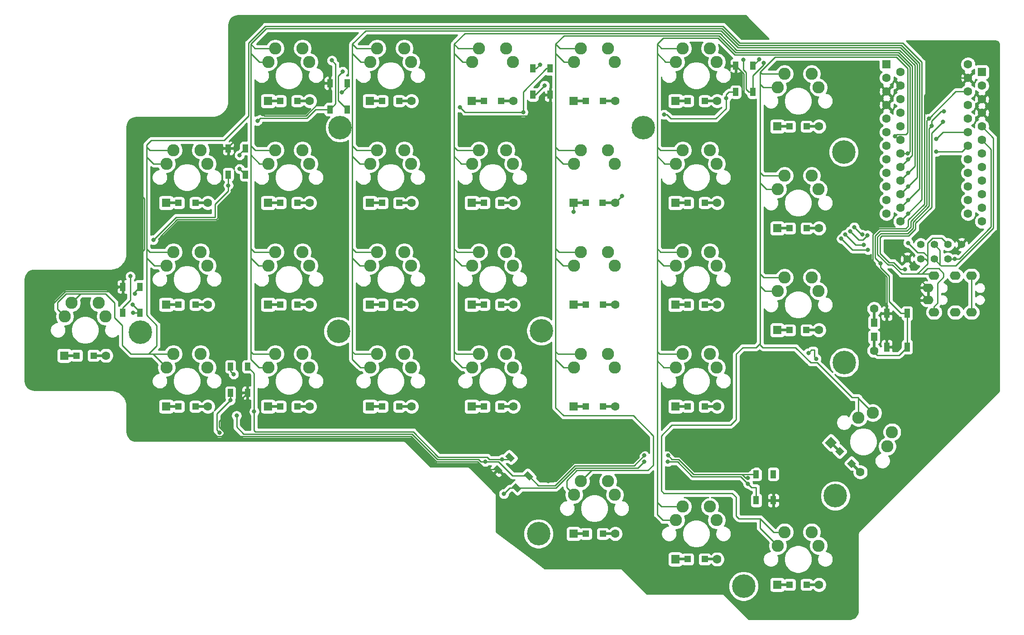
<source format=gbl>
%TF.GenerationSoftware,KiCad,Pcbnew,5.1.9*%
%TF.CreationDate,2021-04-18T16:48:49+02:00*%
%TF.ProjectId,Crystal-Zeliska,43727973-7461-46c2-9d5a-656c69736b61,rev?*%
%TF.SameCoordinates,Original*%
%TF.FileFunction,Copper,L2,Bot*%
%TF.FilePolarity,Positive*%
%FSLAX46Y46*%
G04 Gerber Fmt 4.6, Leading zero omitted, Abs format (unit mm)*
G04 Created by KiCad (PCBNEW 5.1.9) date 2021-04-18 16:48:49*
%MOMM*%
%LPD*%
G01*
G04 APERTURE LIST*
%TA.AperFunction,ComponentPad*%
%ADD10C,0.700000*%
%TD*%
%TA.AperFunction,ComponentPad*%
%ADD11C,4.400000*%
%TD*%
%TA.AperFunction,SMDPad,CuDef*%
%ADD12R,1.200000X1.200000*%
%TD*%
%TA.AperFunction,ComponentPad*%
%ADD13R,1.600000X1.600000*%
%TD*%
%TA.AperFunction,ComponentPad*%
%ADD14C,1.600000*%
%TD*%
%TA.AperFunction,SMDPad,CuDef*%
%ADD15R,2.500000X0.500000*%
%TD*%
%TA.AperFunction,ComponentPad*%
%ADD16C,2.286000*%
%TD*%
%TA.AperFunction,SMDPad,CuDef*%
%ADD17R,1.000000X1.500000*%
%TD*%
%TA.AperFunction,ComponentPad*%
%ADD18O,2.000000X1.600000*%
%TD*%
%TA.AperFunction,SMDPad,CuDef*%
%ADD19R,1.000000X1.700000*%
%TD*%
%TA.AperFunction,SMDPad,CuDef*%
%ADD20C,0.100000*%
%TD*%
%TA.AperFunction,ComponentPad*%
%ADD21C,0.100000*%
%TD*%
%TA.AperFunction,ComponentPad*%
%ADD22C,1.397000*%
%TD*%
%TA.AperFunction,SMDPad,CuDef*%
%ADD23R,0.500000X2.900000*%
%TD*%
%TA.AperFunction,SMDPad,CuDef*%
%ADD24R,1.200000X1.500000*%
%TD*%
%TA.AperFunction,ViaPad*%
%ADD25C,0.800000*%
%TD*%
%TA.AperFunction,Conductor*%
%ADD26C,0.250000*%
%TD*%
%TA.AperFunction,Conductor*%
%ADD27C,0.254000*%
%TD*%
%TA.AperFunction,Conductor*%
%ADD28C,0.100000*%
%TD*%
G04 APERTURE END LIST*
D10*
%TO.P,REF\u002A\u002A,1*%
%TO.N,N/C*%
X105892396Y-58441914D03*
X104725670Y-57958640D03*
X103558944Y-58441914D03*
X103075670Y-59608640D03*
X103558944Y-60775366D03*
X104725670Y-61258640D03*
X105892396Y-60775366D03*
X106375670Y-59608640D03*
D11*
X104725670Y-59608640D03*
%TD*%
D10*
%TO.P,REF\u002A\u002A,1*%
%TO.N,N/C*%
X105582396Y-96561914D03*
X104415670Y-96078640D03*
X103248944Y-96561914D03*
X102765670Y-97728640D03*
X103248944Y-98895366D03*
X104415670Y-99378640D03*
X105582396Y-98895366D03*
X106065670Y-97728640D03*
D11*
X104415670Y-97728640D03*
%TD*%
D10*
%TO.P,REF\u002A\u002A,1*%
%TO.N,N/C*%
X68502396Y-96721914D03*
X67335670Y-96238640D03*
X66168944Y-96721914D03*
X65685670Y-97888640D03*
X66168944Y-99055366D03*
X67335670Y-99538640D03*
X68502396Y-99055366D03*
X68985670Y-97888640D03*
D11*
X67335670Y-97888640D03*
%TD*%
D10*
%TO.P,REF\u002A\u002A,1*%
%TO.N,N/C*%
X143532396Y-96441914D03*
X142365670Y-95958640D03*
X141198944Y-96441914D03*
X140715670Y-97608640D03*
X141198944Y-98775366D03*
X142365670Y-99258640D03*
X143532396Y-98775366D03*
X144015670Y-97608640D03*
D11*
X142365670Y-97608640D03*
%TD*%
D10*
%TO.P,REF\u002A\u002A,1*%
%TO.N,N/C*%
X143012396Y-134401914D03*
X141845670Y-133918640D03*
X140678944Y-134401914D03*
X140195670Y-135568640D03*
X140678944Y-136735366D03*
X141845670Y-137218640D03*
X143012396Y-136735366D03*
X143495670Y-135568640D03*
D11*
X141845670Y-135568640D03*
%TD*%
D10*
%TO.P,REF\u002A\u002A,1*%
%TO.N,N/C*%
X181362396Y-144221914D03*
X180195670Y-143738640D03*
X179028944Y-144221914D03*
X178545670Y-145388640D03*
X179028944Y-146555366D03*
X180195670Y-147038640D03*
X181362396Y-146555366D03*
X181845670Y-145388640D03*
D11*
X180195670Y-145388640D03*
%TD*%
D10*
%TO.P,REF\u002A\u002A,1*%
%TO.N,N/C*%
X198512396Y-127321914D03*
X197345670Y-126838640D03*
X196178944Y-127321914D03*
X195695670Y-128488640D03*
X196178944Y-129655366D03*
X197345670Y-130138640D03*
X198512396Y-129655366D03*
X198995670Y-128488640D03*
D11*
X197345670Y-128488640D03*
%TD*%
D10*
%TO.P,REF\u002A\u002A,1*%
%TO.N,N/C*%
X200192396Y-102391914D03*
X199025670Y-101908640D03*
X197858944Y-102391914D03*
X197375670Y-103558640D03*
X197858944Y-104725366D03*
X199025670Y-105208640D03*
X200192396Y-104725366D03*
X200675670Y-103558640D03*
D11*
X199025670Y-103558640D03*
%TD*%
D10*
%TO.P,REF\u002A\u002A,1*%
%TO.N,N/C*%
X200082396Y-62991914D03*
X198915670Y-62508640D03*
X197748944Y-62991914D03*
X197265670Y-64158640D03*
X197748944Y-65325366D03*
X198915670Y-65808640D03*
X200082396Y-65325366D03*
X200565670Y-64158640D03*
D11*
X198915670Y-64158640D03*
%TD*%
D10*
%TO.P,REF\u002A\u002A,1*%
%TO.N,N/C*%
X162632396Y-58431914D03*
X161465670Y-57948640D03*
X160298944Y-58431914D03*
X159815670Y-59598640D03*
X160298944Y-60765366D03*
X161465670Y-61248640D03*
X162632396Y-60765366D03*
X163115670Y-59598640D03*
D11*
X161465670Y-59598640D03*
%TD*%
D12*
%TO.P,D6,2*%
%TO.N,Net-(D6-Pad2)*%
X96719420Y-73681140D03*
%TO.P,D6,1*%
%TO.N,Row1*%
X93569420Y-73681140D03*
D13*
X91244420Y-73681140D03*
D14*
%TO.P,D6,2*%
%TO.N,Net-(D6-Pad2)*%
X99044420Y-73681140D03*
D15*
%TO.P,D6,1*%
%TO.N,Row1*%
X92444420Y-73681140D03*
%TO.P,D6,2*%
%TO.N,Net-(D6-Pad2)*%
X97844420Y-73681140D03*
%TD*%
%TO.P,D28,2*%
%TO.N,Net-(D28-Pad2)*%
X193094420Y-78438640D03*
%TO.P,D28,1*%
%TO.N,Row1*%
X187694420Y-78438640D03*
D14*
%TO.P,D28,2*%
%TO.N,Net-(D28-Pad2)*%
X194294420Y-78438640D03*
D13*
%TO.P,D28,1*%
%TO.N,Row1*%
X186494420Y-78438640D03*
D12*
X188819420Y-78438640D03*
%TO.P,D28,2*%
%TO.N,Net-(D28-Pad2)*%
X191969420Y-78438640D03*
%TD*%
D11*
%TO.P,REF\u002A\u002A,1*%
%TO.N,N/C*%
X67334420Y-97888640D03*
%TD*%
D13*
%TO.P,D19,1*%
%TO.N,Row2*%
X148384420Y-92726140D03*
D14*
%TO.P,D19,2*%
%TO.N,Net-(D19-Pad2)*%
X156184420Y-92726140D03*
%TD*%
D11*
%TO.P,REF\u002A\u002A,1*%
%TO.N,N/C*%
X197344420Y-128488640D03*
%TD*%
%TO.P,REF\u002A\u002A,1*%
%TO.N,N/C*%
X180194420Y-145388640D03*
%TD*%
%TO.P,REF\u002A\u002A,1*%
%TO.N,N/C*%
X141844420Y-135568640D03*
%TD*%
%TO.P,REF\u002A\u002A,1*%
%TO.N,N/C*%
X142364420Y-97608640D03*
%TD*%
D12*
%TO.P,D29,2*%
%TO.N,Net-(D29-Pad2)*%
X191949420Y-97488640D03*
%TO.P,D29,1*%
%TO.N,Row2*%
X188799420Y-97488640D03*
D13*
X186474420Y-97488640D03*
D14*
%TO.P,D29,2*%
%TO.N,Net-(D29-Pad2)*%
X194274420Y-97488640D03*
D15*
%TO.P,D29,1*%
%TO.N,Row2*%
X187674420Y-97488640D03*
%TO.P,D29,2*%
%TO.N,Net-(D29-Pad2)*%
X193074420Y-97488640D03*
%TD*%
D16*
%TO.P,K26,1*%
%TO.N,Col5*%
X167524420Y-133048640D03*
%TO.P,K26,2*%
%TO.N,Net-(D26-Pad2)*%
X173874420Y-130508640D03*
%TO.P,K26,1*%
%TO.N,Col5*%
X168794420Y-130508640D03*
%TO.P,K26,2*%
%TO.N,Net-(D26-Pad2)*%
X175144420Y-133048640D03*
%TD*%
D15*
%TO.P,D1,2*%
%TO.N,Net-(D1-Pad2)*%
X78784420Y-73681140D03*
%TO.P,D1,1*%
%TO.N,Row1*%
X73384420Y-73681140D03*
D14*
%TO.P,D1,2*%
%TO.N,Net-(D1-Pad2)*%
X79984420Y-73681140D03*
D13*
%TO.P,D1,1*%
%TO.N,Row1*%
X72184420Y-73681140D03*
D12*
X74509420Y-73681140D03*
%TO.P,D1,2*%
%TO.N,Net-(D1-Pad2)*%
X77659420Y-73681140D03*
%TD*%
D15*
%TO.P,D9,2*%
%TO.N,Net-(D9-Pad2)*%
X116884420Y-54621140D03*
%TO.P,D9,1*%
%TO.N,Row0*%
X111484420Y-54621140D03*
D14*
%TO.P,D9,2*%
%TO.N,Net-(D9-Pad2)*%
X118084420Y-54621140D03*
D13*
%TO.P,D9,1*%
%TO.N,Row0*%
X110284420Y-54621140D03*
D12*
X112609420Y-54621140D03*
%TO.P,D9,2*%
%TO.N,Net-(D9-Pad2)*%
X115759420Y-54621140D03*
%TD*%
D15*
%TO.P,D24,2*%
%TO.N,Net-(D24-Pad2)*%
X174034420Y-92731140D03*
%TO.P,D24,1*%
%TO.N,Row2*%
X168634420Y-92731140D03*
D14*
%TO.P,D24,2*%
%TO.N,Net-(D24-Pad2)*%
X175234420Y-92731140D03*
D13*
%TO.P,D24,1*%
%TO.N,Row2*%
X167434420Y-92731140D03*
D12*
X169759420Y-92731140D03*
%TO.P,D24,2*%
%TO.N,Net-(D24-Pad2)*%
X172909420Y-92731140D03*
%TD*%
%TO.P,D15,2*%
%TO.N,Net-(D15-Pad2)*%
X134809420Y-92718640D03*
%TO.P,D15,1*%
%TO.N,Row2*%
X131659420Y-92718640D03*
D13*
X129334420Y-92718640D03*
D14*
%TO.P,D15,2*%
%TO.N,Net-(D15-Pad2)*%
X137134420Y-92718640D03*
D15*
%TO.P,D15,1*%
%TO.N,Row2*%
X130534420Y-92718640D03*
%TO.P,D15,2*%
%TO.N,Net-(D15-Pad2)*%
X135934420Y-92718640D03*
%TD*%
D16*
%TO.P,K1,2*%
%TO.N,Net-(D1-Pad2)*%
X79894420Y-66373640D03*
%TO.P,K1,1*%
%TO.N,Col0*%
X73544420Y-63833640D03*
%TO.P,K1,2*%
%TO.N,Net-(D1-Pad2)*%
X78624420Y-63833640D03*
%TO.P,K1,1*%
%TO.N,Col0*%
X72274420Y-66373640D03*
%TD*%
D15*
%TO.P,D13,2*%
%TO.N,Net-(D13-Pad2)*%
X135934420Y-54621140D03*
%TO.P,D13,1*%
%TO.N,Row0*%
X130534420Y-54621140D03*
D14*
%TO.P,D13,2*%
%TO.N,Net-(D13-Pad2)*%
X137134420Y-54621140D03*
D13*
%TO.P,D13,1*%
%TO.N,Row0*%
X129334420Y-54621140D03*
D12*
X131659420Y-54621140D03*
%TO.P,D13,2*%
%TO.N,Net-(D13-Pad2)*%
X134809420Y-54621140D03*
%TD*%
D15*
%TO.P,D19,2*%
%TO.N,Net-(D19-Pad2)*%
X154984420Y-92711140D03*
%TO.P,D19,1*%
%TO.N,Row2*%
X149584420Y-92711140D03*
D14*
%TO.P,D19,2*%
%TO.N,Net-(D19-Pad2)*%
X156184420Y-92711140D03*
D13*
%TO.P,D19,1*%
%TO.N,Row2*%
X148384420Y-92711140D03*
D12*
X150709420Y-92711140D03*
%TO.P,D19,2*%
%TO.N,Net-(D19-Pad2)*%
X153859420Y-92711140D03*
%TD*%
D15*
%TO.P,D7,2*%
%TO.N,Net-(D7-Pad2)*%
X97844420Y-92711140D03*
%TO.P,D7,1*%
%TO.N,Row2*%
X92444420Y-92711140D03*
D14*
%TO.P,D7,2*%
%TO.N,Net-(D7-Pad2)*%
X99044420Y-92711140D03*
D13*
%TO.P,D7,1*%
%TO.N,Row2*%
X91244420Y-92711140D03*
D12*
X93569420Y-92711140D03*
%TO.P,D7,2*%
%TO.N,Net-(D7-Pad2)*%
X96719420Y-92711140D03*
%TD*%
%TO.P,D2,2*%
%TO.N,Net-(D2-Pad2)*%
X77659420Y-92721140D03*
%TO.P,D2,1*%
%TO.N,Row2*%
X74509420Y-92721140D03*
D13*
X72184420Y-92721140D03*
D14*
%TO.P,D2,2*%
%TO.N,Net-(D2-Pad2)*%
X79984420Y-92721140D03*
D15*
%TO.P,D2,1*%
%TO.N,Row2*%
X73384420Y-92721140D03*
%TO.P,D2,2*%
%TO.N,Net-(D2-Pad2)*%
X78784420Y-92721140D03*
%TD*%
D17*
%TO.P,D39,3*%
%TO.N,GND*%
X102824420Y-51308640D03*
%TO.P,D39,4*%
%TO.N,Net-(D37-Pad2)*%
X106024420Y-51308640D03*
%TO.P,D39,2*%
%TO.N,Net-(D39-Pad2)*%
X102824420Y-56208640D03*
%TO.P,D39,1*%
%TO.N,+5V*%
X106024420Y-56208640D03*
%TD*%
D16*
%TO.P,K2,2*%
%TO.N,Net-(D2-Pad2)*%
X79894420Y-85423640D03*
%TO.P,K2,1*%
%TO.N,Col0*%
X73544420Y-82883640D03*
%TO.P,K2,2*%
%TO.N,Net-(D2-Pad2)*%
X78624420Y-82883640D03*
%TO.P,K2,1*%
%TO.N,Col0*%
X72274420Y-85423640D03*
%TD*%
D12*
%TO.P,D10,2*%
%TO.N,Net-(D10-Pad2)*%
X115759420Y-73691140D03*
%TO.P,D10,1*%
%TO.N,Row1*%
X112609420Y-73691140D03*
D13*
X110284420Y-73691140D03*
D14*
%TO.P,D10,2*%
%TO.N,Net-(D10-Pad2)*%
X118084420Y-73691140D03*
D15*
%TO.P,D10,1*%
%TO.N,Row1*%
X111484420Y-73691140D03*
%TO.P,D10,2*%
%TO.N,Net-(D10-Pad2)*%
X116884420Y-73691140D03*
%TD*%
D12*
%TO.P,D14,2*%
%TO.N,Net-(D14-Pad2)*%
X134809420Y-73681140D03*
%TO.P,D14,1*%
%TO.N,Row1*%
X131659420Y-73681140D03*
D13*
X129334420Y-73681140D03*
D14*
%TO.P,D14,2*%
%TO.N,Net-(D14-Pad2)*%
X137134420Y-73681140D03*
D15*
%TO.P,D14,1*%
%TO.N,Row1*%
X130534420Y-73681140D03*
%TO.P,D14,2*%
%TO.N,Net-(D14-Pad2)*%
X135934420Y-73681140D03*
%TD*%
D12*
%TO.P,D18,2*%
%TO.N,Net-(D18-Pad2)*%
X153834420Y-73648640D03*
%TO.P,D18,1*%
%TO.N,Row1*%
X150684420Y-73648640D03*
D13*
X148359420Y-73648640D03*
D14*
%TO.P,D18,2*%
%TO.N,Net-(D18-Pad2)*%
X156159420Y-73648640D03*
D15*
%TO.P,D18,1*%
%TO.N,Row1*%
X149559420Y-73648640D03*
%TO.P,D18,2*%
%TO.N,Net-(D18-Pad2)*%
X154959420Y-73648640D03*
%TD*%
D16*
%TO.P,K3,1*%
%TO.N,Col0*%
X72274420Y-104473640D03*
%TO.P,K3,2*%
%TO.N,Net-(D3-Pad2)*%
X78624420Y-101933640D03*
%TO.P,K3,1*%
%TO.N,Col0*%
X73544420Y-101933640D03*
%TO.P,K3,2*%
%TO.N,Net-(D3-Pad2)*%
X79894420Y-104473640D03*
%TD*%
%TO.P,K11,2*%
%TO.N,Net-(D11-Pad2)*%
X117994420Y-85423640D03*
%TO.P,K11,1*%
%TO.N,Col2*%
X111644420Y-82883640D03*
%TO.P,K11,2*%
%TO.N,Net-(D11-Pad2)*%
X116724420Y-82883640D03*
%TO.P,K11,1*%
%TO.N,Col2*%
X110374420Y-85423640D03*
%TD*%
D13*
%TO.P,U1,1*%
%TO.N,Net-(U1-Pad1)*%
X206934420Y-47768640D03*
D14*
%TO.P,U1,2*%
%TO.N,TRRS1*%
X206934420Y-50308640D03*
%TO.P,U1,3*%
%TO.N,GND*%
X206934420Y-52848640D03*
%TO.P,U1,4*%
X206934420Y-55388640D03*
%TO.P,U1,5*%
%TO.N,SCL-OLED*%
X206934420Y-57928640D03*
%TO.P,U1,6*%
%TO.N,SDA-OLED*%
X206934420Y-60468640D03*
%TO.P,U1,7*%
%TO.N,Row0*%
X206934420Y-63008640D03*
%TO.P,U1,8*%
%TO.N,Row1*%
X206934420Y-65548640D03*
%TO.P,U1,9*%
%TO.N,Row2*%
X206934420Y-68088640D03*
%TO.P,U1,10*%
%TO.N,Row3*%
X206934420Y-70628640D03*
%TO.P,U1,11*%
%TO.N,Row4*%
X206934420Y-73168640D03*
%TO.P,U1,12*%
%TO.N,Net-(U1-Pad12)*%
X206934420Y-75708640D03*
%TO.P,U1,13*%
%TO.N,Col0*%
X222174420Y-75708640D03*
%TO.P,U1,14*%
%TO.N,Col1*%
X222174420Y-73168640D03*
%TO.P,U1,15*%
%TO.N,Col2*%
X222174420Y-70628640D03*
%TO.P,U1,16*%
%TO.N,Col3*%
X222174420Y-68088640D03*
%TO.P,U1,17*%
%TO.N,Col4*%
X222174420Y-65548640D03*
%TO.P,U1,18*%
%TO.N,Col5*%
X222174420Y-63008640D03*
%TO.P,U1,19*%
%TO.N,Col6*%
X222174420Y-60468640D03*
%TO.P,U1,20*%
%TO.N,ledin*%
X222174420Y-57928640D03*
%TO.P,U1,21*%
%TO.N,+5V*%
X222174420Y-55388640D03*
%TO.P,U1,22*%
%TO.N,RST*%
X222174420Y-52848640D03*
%TO.P,U1,23*%
%TO.N,GND*%
X222174420Y-50308640D03*
%TO.P,U1,24*%
%TO.N,Net-(U1-Pad24)*%
X222174420Y-47768640D03*
%TD*%
D15*
%TO.P,D22,2*%
%TO.N,Net-(D22-Pad2)*%
X174034420Y-54621140D03*
%TO.P,D22,1*%
%TO.N,Row0*%
X168634420Y-54621140D03*
D14*
%TO.P,D22,2*%
%TO.N,Net-(D22-Pad2)*%
X175234420Y-54621140D03*
D13*
%TO.P,D22,1*%
%TO.N,Row0*%
X167434420Y-54621140D03*
D12*
X169759420Y-54621140D03*
%TO.P,D22,2*%
%TO.N,Net-(D22-Pad2)*%
X172909420Y-54621140D03*
%TD*%
%TO.P,D15,2*%
%TO.N,Net-(D15-Pad2)*%
X115759420Y-92728640D03*
%TO.P,D15,1*%
%TO.N,Row2*%
X112609420Y-92728640D03*
D13*
X110284420Y-92728640D03*
D14*
%TO.P,D15,2*%
%TO.N,Net-(D15-Pad2)*%
X118084420Y-92728640D03*
D15*
%TO.P,D15,1*%
%TO.N,Row2*%
X111484420Y-92728640D03*
%TO.P,D15,2*%
%TO.N,Net-(D15-Pad2)*%
X116884420Y-92728640D03*
%TD*%
D12*
%TO.P,D23,2*%
%TO.N,Net-(D23-Pad2)*%
X172909420Y-73681140D03*
%TO.P,D23,1*%
%TO.N,Row1*%
X169759420Y-73681140D03*
D13*
X167434420Y-73681140D03*
D14*
%TO.P,D23,2*%
%TO.N,Net-(D23-Pad2)*%
X175234420Y-73681140D03*
D15*
%TO.P,D23,1*%
%TO.N,Row1*%
X168634420Y-73681140D03*
%TO.P,D23,2*%
%TO.N,Net-(D23-Pad2)*%
X174034420Y-73681140D03*
%TD*%
D12*
%TO.P,D21,2*%
%TO.N,Net-(D21-Pad2)*%
X153859420Y-135588640D03*
%TO.P,D21,1*%
%TO.N,Row4*%
X150709420Y-135588640D03*
D13*
X148384420Y-135588640D03*
D14*
%TO.P,D21,2*%
%TO.N,Net-(D21-Pad2)*%
X156184420Y-135588640D03*
D15*
%TO.P,D21,1*%
%TO.N,Row4*%
X149584420Y-135588640D03*
%TO.P,D21,2*%
%TO.N,Net-(D21-Pad2)*%
X154984420Y-135588640D03*
%TD*%
D12*
%TO.P,D3,2*%
%TO.N,Net-(D3-Pad2)*%
X77659420Y-111778640D03*
%TO.P,D3,1*%
%TO.N,Row3*%
X74509420Y-111778640D03*
D13*
X72184420Y-111778640D03*
D14*
%TO.P,D3,2*%
%TO.N,Net-(D3-Pad2)*%
X79984420Y-111778640D03*
D15*
%TO.P,D3,1*%
%TO.N,Row3*%
X73384420Y-111778640D03*
%TO.P,D3,2*%
%TO.N,Net-(D3-Pad2)*%
X78784420Y-111778640D03*
%TD*%
%TO.P,D8,2*%
%TO.N,Net-(D8-Pad2)*%
X97844420Y-111778640D03*
%TO.P,D8,1*%
%TO.N,Row3*%
X92444420Y-111778640D03*
D14*
%TO.P,D8,2*%
%TO.N,Net-(D8-Pad2)*%
X99044420Y-111778640D03*
D13*
%TO.P,D8,1*%
%TO.N,Row3*%
X91244420Y-111778640D03*
D12*
X93569420Y-111778640D03*
%TO.P,D8,2*%
%TO.N,Net-(D8-Pad2)*%
X96719420Y-111778640D03*
%TD*%
%TO.P,D5,2*%
%TO.N,Net-(D5-Pad2)*%
X96709420Y-54631140D03*
%TO.P,D5,1*%
%TO.N,Row0*%
X93559420Y-54631140D03*
D13*
X91234420Y-54631140D03*
D14*
%TO.P,D5,2*%
%TO.N,Net-(D5-Pad2)*%
X99034420Y-54631140D03*
D15*
%TO.P,D5,1*%
%TO.N,Row0*%
X92434420Y-54631140D03*
%TO.P,D5,2*%
%TO.N,Net-(D5-Pad2)*%
X97834420Y-54631140D03*
%TD*%
D11*
%TO.P,REF\u002A\u002A,1*%
%TO.N,N/C*%
X198914420Y-64158640D03*
%TD*%
D18*
%TO.P,U2,3*%
%TO.N,TRRS1*%
X219804420Y-87298640D03*
%TO.P,U2,4*%
%TO.N,Net-(U2-Pad4)*%
X222804420Y-87298640D03*
%TO.P,U2,2*%
%TO.N,+5V*%
X215804420Y-87298640D03*
%TO.P,U2,1*%
%TO.N,GND*%
X214704420Y-91898640D03*
%TD*%
D19*
%TO.P,SW1,2*%
%TO.N,GND*%
X206974420Y-94358640D03*
X206974420Y-100658640D03*
%TO.P,SW1,1*%
%TO.N,RST*%
X210774420Y-94358640D03*
X210774420Y-100658640D03*
%TD*%
D14*
%TO.P,U1,24*%
%TO.N,Net-(U1-Pad24)*%
X209494420Y-49228640D03*
%TO.P,U1,23*%
%TO.N,GND*%
X209494420Y-51768640D03*
%TO.P,U1,22*%
%TO.N,RST*%
X209494420Y-54308640D03*
%TO.P,U1,21*%
%TO.N,+5V*%
X209494420Y-56848640D03*
%TO.P,U1,20*%
%TO.N,ledin*%
X209494420Y-59388640D03*
%TO.P,U1,19*%
%TO.N,Col6*%
X209494420Y-61928640D03*
%TO.P,U1,18*%
%TO.N,Col5*%
X209494420Y-64468640D03*
%TO.P,U1,17*%
%TO.N,Col4*%
X209494420Y-67008640D03*
%TO.P,U1,16*%
%TO.N,Col3*%
X209494420Y-69548640D03*
%TO.P,U1,15*%
%TO.N,Col2*%
X209494420Y-72088640D03*
%TO.P,U1,14*%
%TO.N,Col1*%
X209494420Y-74628640D03*
%TO.P,U1,13*%
%TO.N,Col0*%
X209494420Y-77168640D03*
%TO.P,U1,12*%
%TO.N,Net-(U1-Pad12)*%
X224734420Y-77168640D03*
%TO.P,U1,11*%
%TO.N,Row4*%
X224734420Y-74628640D03*
%TO.P,U1,10*%
%TO.N,Row3*%
X224734420Y-72088640D03*
%TO.P,U1,9*%
%TO.N,Row2*%
X224734420Y-69548640D03*
%TO.P,U1,8*%
%TO.N,Row1*%
X224734420Y-67008640D03*
%TO.P,U1,7*%
%TO.N,Row0*%
X224734420Y-64468640D03*
%TO.P,U1,6*%
%TO.N,SDA-OLED*%
X224734420Y-61928640D03*
%TO.P,U1,5*%
%TO.N,SCL-OLED*%
X224734420Y-59388640D03*
%TO.P,U1,4*%
%TO.N,GND*%
X224734420Y-56848640D03*
%TO.P,U1,3*%
X224734420Y-54308640D03*
%TO.P,U1,2*%
%TO.N,TRRS1*%
X224734420Y-51768640D03*
D13*
%TO.P,U1,1*%
%TO.N,Net-(U1-Pad1)*%
X224734420Y-49228640D03*
%TD*%
D14*
%TO.P,D3,2*%
%TO.N,Net-(D3-Pad2)*%
X79984420Y-111776140D03*
D13*
%TO.P,D3,1*%
%TO.N,Row3*%
X72184420Y-111776140D03*
%TD*%
%TO.P,D9,1*%
%TO.N,Row0*%
X110284420Y-54626140D03*
D14*
%TO.P,D9,2*%
%TO.N,Net-(D9-Pad2)*%
X118084420Y-54626140D03*
%TD*%
D13*
%TO.P,D20,1*%
%TO.N,Row3*%
X148384420Y-111776140D03*
D14*
%TO.P,D20,2*%
%TO.N,Net-(D20-Pad2)*%
X156184420Y-111776140D03*
%TD*%
%TO.P,D21,2*%
%TO.N,Net-(D21-Pad2)*%
X156184420Y-135588640D03*
D13*
%TO.P,D21,1*%
%TO.N,Row4*%
X148384420Y-135588640D03*
%TD*%
%TO.P,D22,1*%
%TO.N,Row0*%
X167434420Y-54626140D03*
D14*
%TO.P,D22,2*%
%TO.N,Net-(D22-Pad2)*%
X175234420Y-54626140D03*
%TD*%
%TO.P,D23,2*%
%TO.N,Net-(D23-Pad2)*%
X175234420Y-73676140D03*
D13*
%TO.P,D23,1*%
%TO.N,Row1*%
X167434420Y-73676140D03*
%TD*%
%TO.P,D24,1*%
%TO.N,Row2*%
X167434420Y-92726140D03*
D14*
%TO.P,D24,2*%
%TO.N,Net-(D24-Pad2)*%
X175234420Y-92726140D03*
%TD*%
%TO.P,D25,2*%
%TO.N,Net-(D25-Pad2)*%
X175234420Y-111776140D03*
D13*
%TO.P,D25,1*%
%TO.N,Row3*%
X167434420Y-111776140D03*
%TD*%
%TO.P,D26,1*%
%TO.N,Row4*%
X167434420Y-140351140D03*
D14*
%TO.P,D26,2*%
%TO.N,Net-(D26-Pad2)*%
X175234420Y-140351140D03*
%TD*%
%TO.P,D27,2*%
%TO.N,Net-(D27-Pad2)*%
X194284420Y-59388640D03*
D13*
%TO.P,D27,1*%
%TO.N,Row0*%
X186484420Y-59388640D03*
%TD*%
%TO.P,D28,1*%
%TO.N,Row1*%
X186484420Y-78438640D03*
D14*
%TO.P,D28,2*%
%TO.N,Net-(D28-Pad2)*%
X194284420Y-78438640D03*
%TD*%
%TO.P,D29,2*%
%TO.N,Net-(D29-Pad2)*%
X194284420Y-97488640D03*
D13*
%TO.P,D29,1*%
%TO.N,Row2*%
X186484420Y-97488640D03*
%TD*%
%TO.P,D31,1*%
%TO.N,Row4*%
X186484420Y-145113640D03*
D14*
%TO.P,D31,2*%
%TO.N,Net-(D31-Pad2)*%
X194284420Y-145113640D03*
%TD*%
D17*
%TO.P,D35,3*%
%TO.N,GND*%
X178714420Y-48038640D03*
%TO.P,D35,4*%
%TO.N,ledin*%
X181914420Y-48038640D03*
%TO.P,D35,2*%
%TO.N,Net-(D35-Pad2)*%
X178714420Y-52938640D03*
%TO.P,D35,1*%
%TO.N,+5V*%
X181914420Y-52938640D03*
%TD*%
%TO.P,D37,1*%
%TO.N,+5V*%
X140804420Y-48568640D03*
%TO.P,D37,2*%
%TO.N,Net-(D37-Pad2)*%
X144004420Y-48568640D03*
%TO.P,D37,4*%
%TO.N,Net-(D35-Pad2)*%
X140804420Y-53468640D03*
%TO.P,D37,3*%
%TO.N,GND*%
X144004420Y-53468640D03*
%TD*%
%TO.P,D38,1*%
%TO.N,+5V*%
X182554420Y-124438640D03*
%TO.P,D38,2*%
%TO.N,Net-(D38-Pad2)*%
X185754420Y-124438640D03*
%TO.P,D38,4*%
%TO.N,Net-(D38-Pad4)*%
X182554420Y-129338640D03*
%TO.P,D38,3*%
%TO.N,GND*%
X185754420Y-129338640D03*
%TD*%
%TA.AperFunction,SMDPad,CuDef*%
D20*
%TO.P,D40,3*%
%TO.N,GND*%
G36*
X135144521Y-123714376D02*
G01*
X134437415Y-124421482D01*
X133376755Y-123360822D01*
X134083861Y-122653716D01*
X135144521Y-123714376D01*
G37*
%TD.AperFunction*%
%TA.AperFunction,SMDPad,CuDef*%
%TO.P,D40,4*%
%TO.N,Net-(D40-Pad4)*%
G36*
X137407262Y-121451635D02*
G01*
X136700156Y-122158741D01*
X135639496Y-121098081D01*
X136346602Y-120390975D01*
X137407262Y-121451635D01*
G37*
%TD.AperFunction*%
%TA.AperFunction,SMDPad,CuDef*%
%TO.P,D40,2*%
%TO.N,Net-(D38-Pad4)*%
G36*
X138609344Y-127179199D02*
G01*
X137902238Y-127886305D01*
X136841578Y-126825645D01*
X137548684Y-126118539D01*
X138609344Y-127179199D01*
G37*
%TD.AperFunction*%
%TA.AperFunction,SMDPad,CuDef*%
%TO.P,D40,1*%
%TO.N,+5V*%
G36*
X140872085Y-124916458D02*
G01*
X140164979Y-125623564D01*
X139104319Y-124562904D01*
X139811425Y-123855798D01*
X140872085Y-124916458D01*
G37*
%TD.AperFunction*%
%TD*%
D17*
%TO.P,D41,1*%
%TO.N,+5V*%
X87004420Y-68388640D03*
%TO.P,D41,2*%
%TO.N,Net-(D41-Pad2)*%
X83804420Y-68388640D03*
%TO.P,D41,4*%
%TO.N,Net-(D39-Pad2)*%
X87004420Y-63488640D03*
%TO.P,D41,3*%
%TO.N,GND*%
X83804420Y-63488640D03*
%TD*%
%TO.P,D42,1*%
%TO.N,+5V*%
X84224420Y-104328640D03*
%TO.P,D42,2*%
%TO.N,Net-(D40-Pad4)*%
X87424420Y-104328640D03*
%TO.P,D42,4*%
%TO.N,Net-(D42-Pad4)*%
X84224420Y-109228640D03*
%TO.P,D42,3*%
%TO.N,GND*%
X87424420Y-109228640D03*
%TD*%
%TO.P,D43,3*%
%TO.N,GND*%
X64094420Y-89378640D03*
%TO.P,D43,4*%
%TO.N,Net-(D41-Pad2)*%
X67294420Y-89378640D03*
%TO.P,D43,2*%
%TO.N,Net-(D42-Pad4)*%
X64094420Y-94278640D03*
%TO.P,D43,1*%
%TO.N,+5V*%
X67294420Y-94278640D03*
%TD*%
D14*
%TO.P,D5,2*%
%TO.N,Net-(D5-Pad2)*%
X99034420Y-54626140D03*
D13*
%TO.P,D5,1*%
%TO.N,Row0*%
X91234420Y-54626140D03*
%TD*%
%TA.AperFunction,ComponentPad*%
D21*
%TO.P,D30,1*%
%TO.N,Row3*%
G36*
X195385333Y-118543424D02*
G01*
X196516704Y-117412053D01*
X197648075Y-118543424D01*
X196516704Y-119674795D01*
X195385333Y-118543424D01*
G37*
%TD.AperFunction*%
D14*
%TO.P,D30,2*%
%TO.N,Net-(D30-Pad2)*%
X202032136Y-124058856D03*
%TD*%
D16*
%TO.P,K4,1*%
%TO.N,Col0*%
X53224420Y-94948640D03*
%TO.P,K4,2*%
%TO.N,Net-(D4-Pad2)*%
X59574420Y-92408640D03*
%TO.P,K4,1*%
%TO.N,Col0*%
X54494420Y-92408640D03*
%TO.P,K4,2*%
%TO.N,Net-(D4-Pad2)*%
X60844420Y-94948640D03*
%TD*%
%TO.P,K5,2*%
%TO.N,Net-(D5-Pad2)*%
X98944420Y-47323640D03*
%TO.P,K5,1*%
%TO.N,Col1*%
X92594420Y-44783640D03*
%TO.P,K5,2*%
%TO.N,Net-(D5-Pad2)*%
X97674420Y-44783640D03*
%TO.P,K5,1*%
%TO.N,Col1*%
X91324420Y-47323640D03*
%TD*%
%TO.P,K6,2*%
%TO.N,Net-(D6-Pad2)*%
X98944420Y-66373640D03*
%TO.P,K6,1*%
%TO.N,Col1*%
X92594420Y-63833640D03*
%TO.P,K6,2*%
%TO.N,Net-(D6-Pad2)*%
X97674420Y-63833640D03*
%TO.P,K6,1*%
%TO.N,Col1*%
X91324420Y-66373640D03*
%TD*%
%TO.P,K7,2*%
%TO.N,Net-(D7-Pad2)*%
X98944420Y-85423640D03*
%TO.P,K7,1*%
%TO.N,Col1*%
X92594420Y-82883640D03*
%TO.P,K7,2*%
%TO.N,Net-(D7-Pad2)*%
X97674420Y-82883640D03*
%TO.P,K7,1*%
%TO.N,Col1*%
X91324420Y-85423640D03*
%TD*%
%TO.P,K8,1*%
%TO.N,Col1*%
X91324420Y-104473640D03*
%TO.P,K8,2*%
%TO.N,Net-(D8-Pad2)*%
X97674420Y-101933640D03*
%TO.P,K8,1*%
%TO.N,Col1*%
X92594420Y-101933640D03*
%TO.P,K8,2*%
%TO.N,Net-(D8-Pad2)*%
X98944420Y-104473640D03*
%TD*%
%TO.P,K9,1*%
%TO.N,Col2*%
X110374420Y-47323640D03*
%TO.P,K9,2*%
%TO.N,Net-(D9-Pad2)*%
X116724420Y-44783640D03*
%TO.P,K9,1*%
%TO.N,Col2*%
X111644420Y-44783640D03*
%TO.P,K9,2*%
%TO.N,Net-(D9-Pad2)*%
X117994420Y-47323640D03*
%TD*%
%TO.P,K10,1*%
%TO.N,Col2*%
X110374420Y-66373640D03*
%TO.P,K10,2*%
%TO.N,Net-(D10-Pad2)*%
X116724420Y-63833640D03*
%TO.P,K10,1*%
%TO.N,Col2*%
X111644420Y-63833640D03*
%TO.P,K10,2*%
%TO.N,Net-(D10-Pad2)*%
X117994420Y-66373640D03*
%TD*%
D15*
%TO.P,D17,2*%
%TO.N,Net-(D17-Pad2)*%
X154984420Y-54621140D03*
%TO.P,D17,1*%
%TO.N,Row0*%
X149584420Y-54621140D03*
D14*
%TO.P,D17,2*%
%TO.N,Net-(D17-Pad2)*%
X156184420Y-54621140D03*
D13*
%TO.P,D17,1*%
%TO.N,Row0*%
X148384420Y-54621140D03*
D12*
X150709420Y-54621140D03*
%TO.P,D17,2*%
%TO.N,Net-(D17-Pad2)*%
X153859420Y-54621140D03*
%TD*%
D16*
%TO.P,K22,2*%
%TO.N,Net-(D22-Pad2)*%
X175144420Y-47323640D03*
%TO.P,K22,1*%
%TO.N,Col5*%
X168794420Y-44783640D03*
%TO.P,K22,2*%
%TO.N,Net-(D22-Pad2)*%
X173874420Y-44783640D03*
%TO.P,K22,1*%
%TO.N,Col5*%
X167524420Y-47323640D03*
%TD*%
D22*
%TO.P,Brd1,4*%
%TO.N,SDA-OLED*%
X213304420Y-81458640D03*
%TO.P,Brd1,3*%
%TO.N,SCL-OLED*%
X215844420Y-81458640D03*
%TO.P,Brd1,2*%
%TO.N,+5V*%
X218384420Y-81458640D03*
%TO.P,Brd1,1*%
%TO.N,GND*%
X220924420Y-81458640D03*
%TD*%
D12*
%TO.P,D27,2*%
%TO.N,Net-(D27-Pad2)*%
X191969420Y-59378640D03*
%TO.P,D27,1*%
%TO.N,Row0*%
X188819420Y-59378640D03*
D13*
X186494420Y-59378640D03*
D14*
%TO.P,D27,2*%
%TO.N,Net-(D27-Pad2)*%
X194294420Y-59378640D03*
D15*
%TO.P,D27,1*%
%TO.N,Row0*%
X187694420Y-59378640D03*
%TO.P,D27,2*%
%TO.N,Net-(D27-Pad2)*%
X193094420Y-59378640D03*
%TD*%
%TO.P,D20,2*%
%TO.N,Net-(D20-Pad2)*%
X154984420Y-111781140D03*
%TO.P,D20,1*%
%TO.N,Row3*%
X149584420Y-111781140D03*
D14*
%TO.P,D20,2*%
%TO.N,Net-(D20-Pad2)*%
X156184420Y-111781140D03*
D13*
%TO.P,D20,1*%
%TO.N,Row3*%
X148384420Y-111781140D03*
D12*
X150709420Y-111781140D03*
%TO.P,D20,2*%
%TO.N,Net-(D20-Pad2)*%
X153859420Y-111781140D03*
%TD*%
%TO.P,D25,2*%
%TO.N,Net-(D25-Pad2)*%
X172909420Y-111778640D03*
%TO.P,D25,1*%
%TO.N,Row3*%
X169759420Y-111778640D03*
D13*
X167434420Y-111778640D03*
D14*
%TO.P,D25,2*%
%TO.N,Net-(D25-Pad2)*%
X175234420Y-111778640D03*
D15*
%TO.P,D25,1*%
%TO.N,Row3*%
X168634420Y-111778640D03*
%TO.P,D25,2*%
%TO.N,Net-(D25-Pad2)*%
X174034420Y-111778640D03*
%TD*%
D11*
%TO.P,REF\u002A\u002A,1*%
%TO.N,N/C*%
X199024420Y-103558640D03*
%TD*%
D15*
%TO.P,D16,2*%
%TO.N,Net-(D16-Pad2)*%
X135934420Y-111781140D03*
%TO.P,D16,1*%
%TO.N,Row3*%
X130534420Y-111781140D03*
D14*
%TO.P,D16,2*%
%TO.N,Net-(D16-Pad2)*%
X137134420Y-111781140D03*
D13*
%TO.P,D16,1*%
%TO.N,Row3*%
X129334420Y-111781140D03*
D12*
X131659420Y-111781140D03*
%TO.P,D16,2*%
%TO.N,Net-(D16-Pad2)*%
X134809420Y-111781140D03*
%TD*%
%TO.P,D4,2*%
%TO.N,Net-(D4-Pad2)*%
X58609420Y-102248640D03*
%TO.P,D4,1*%
%TO.N,Row4*%
X55459420Y-102248640D03*
D13*
X53134420Y-102248640D03*
D14*
%TO.P,D4,2*%
%TO.N,Net-(D4-Pad2)*%
X60934420Y-102248640D03*
D15*
%TO.P,D4,1*%
%TO.N,Row4*%
X54334420Y-102248640D03*
%TO.P,D4,2*%
%TO.N,Net-(D4-Pad2)*%
X59734420Y-102248640D03*
%TD*%
%TO.P,D12,2*%
%TO.N,Net-(D12-Pad2)*%
X116884420Y-111778640D03*
%TO.P,D12,1*%
%TO.N,Row3*%
X111484420Y-111778640D03*
D14*
%TO.P,D12,2*%
%TO.N,Net-(D12-Pad2)*%
X118084420Y-111778640D03*
D13*
%TO.P,D12,1*%
%TO.N,Row3*%
X110284420Y-111778640D03*
D12*
X112609420Y-111778640D03*
%TO.P,D12,2*%
%TO.N,Net-(D12-Pad2)*%
X115759420Y-111778640D03*
%TD*%
D15*
%TO.P,D31,2*%
%TO.N,Net-(D31-Pad2)*%
X193084420Y-145113640D03*
%TO.P,D31,1*%
%TO.N,Row4*%
X187684420Y-145113640D03*
D14*
%TO.P,D31,2*%
%TO.N,Net-(D31-Pad2)*%
X194284420Y-145113640D03*
D13*
%TO.P,D31,1*%
%TO.N,Row4*%
X186484420Y-145113640D03*
D12*
X188809420Y-145113640D03*
%TO.P,D31,2*%
%TO.N,Net-(D31-Pad2)*%
X191959420Y-145113640D03*
%TD*%
D11*
%TO.P,REF\u002A\u002A,1*%
%TO.N,N/C*%
X104724420Y-59608640D03*
%TD*%
%TA.AperFunction,SMDPad,CuDef*%
D20*
%TO.P,D30,2*%
%TO.N,Net-(D30-Pad2)*%
G36*
X200115448Y-122500721D02*
G01*
X200469001Y-122147168D01*
X202236768Y-123914935D01*
X201883215Y-124268488D01*
X200115448Y-122500721D01*
G37*
%TD.AperFunction*%
%TA.AperFunction,SMDPad,CuDef*%
%TO.P,D30,1*%
%TO.N,Row3*%
G36*
X196297072Y-118682345D02*
G01*
X196650625Y-118328792D01*
X198418392Y-120096559D01*
X198064839Y-120450112D01*
X196297072Y-118682345D01*
G37*
%TD.AperFunction*%
D14*
%TO.P,D30,2*%
%TO.N,Net-(D30-Pad2)*%
X202024636Y-124056356D03*
%TA.AperFunction,ComponentPad*%
D21*
%TO.P,D30,1*%
%TO.N,Row3*%
G36*
X195377833Y-118540924D02*
G01*
X196509204Y-117409553D01*
X197640575Y-118540924D01*
X196509204Y-119672295D01*
X195377833Y-118540924D01*
G37*
%TD.AperFunction*%
%TA.AperFunction,SMDPad,CuDef*%
D20*
G36*
X197304699Y-120184947D02*
G01*
X198153227Y-119336419D01*
X199001755Y-120184947D01*
X198153227Y-121033475D01*
X197304699Y-120184947D01*
G37*
%TD.AperFunction*%
%TA.AperFunction,SMDPad,CuDef*%
%TO.P,D30,2*%
%TO.N,Net-(D30-Pad2)*%
G36*
X199532085Y-122412333D02*
G01*
X200380613Y-121563805D01*
X201229141Y-122412333D01*
X200380613Y-123260861D01*
X199532085Y-122412333D01*
G37*
%TD.AperFunction*%
%TD*%
D11*
%TO.P,REF\u002A\u002A,1*%
%TO.N,N/C*%
X161464420Y-59588640D03*
%TD*%
D15*
%TO.P,D26,2*%
%TO.N,Net-(D26-Pad2)*%
X174034420Y-140346140D03*
%TO.P,D26,1*%
%TO.N,Row4*%
X168634420Y-140346140D03*
D14*
%TO.P,D26,2*%
%TO.N,Net-(D26-Pad2)*%
X175234420Y-140346140D03*
D13*
%TO.P,D26,1*%
%TO.N,Row4*%
X167434420Y-140346140D03*
D12*
X169759420Y-140346140D03*
%TO.P,D26,2*%
%TO.N,Net-(D26-Pad2)*%
X172909420Y-140346140D03*
%TD*%
D11*
%TO.P,REF\u002A\u002A,1*%
%TO.N,N/C*%
X104414420Y-97728640D03*
%TD*%
D13*
%TO.P,D1,1*%
%TO.N,Row1*%
X72184420Y-73676140D03*
D14*
%TO.P,D1,2*%
%TO.N,Net-(D1-Pad2)*%
X79984420Y-73676140D03*
%TD*%
%TO.P,D2,2*%
%TO.N,Net-(D2-Pad2)*%
X79984420Y-92726140D03*
D13*
%TO.P,D2,1*%
%TO.N,Row2*%
X72184420Y-92726140D03*
%TD*%
D14*
%TO.P,D4,2*%
%TO.N,Net-(D4-Pad2)*%
X60934420Y-102251140D03*
D13*
%TO.P,D4,1*%
%TO.N,Row4*%
X53134420Y-102251140D03*
%TD*%
D14*
%TO.P,D6,2*%
%TO.N,Net-(D6-Pad2)*%
X99034420Y-73676140D03*
D13*
%TO.P,D6,1*%
%TO.N,Row1*%
X91234420Y-73676140D03*
%TD*%
%TO.P,D7,1*%
%TO.N,Row2*%
X91234420Y-92726140D03*
D14*
%TO.P,D7,2*%
%TO.N,Net-(D7-Pad2)*%
X99034420Y-92726140D03*
%TD*%
D13*
%TO.P,D8,1*%
%TO.N,Row3*%
X91234420Y-111776140D03*
D14*
%TO.P,D8,2*%
%TO.N,Net-(D8-Pad2)*%
X99034420Y-111776140D03*
%TD*%
%TO.P,D10,2*%
%TO.N,Net-(D10-Pad2)*%
X118084420Y-73676140D03*
D13*
%TO.P,D10,1*%
%TO.N,Row1*%
X110284420Y-73676140D03*
%TD*%
D14*
%TO.P,D11,2*%
%TO.N,Net-(D11-Pad2)*%
X118084420Y-92726140D03*
D13*
%TO.P,D11,1*%
%TO.N,Row2*%
X110284420Y-92726140D03*
%TD*%
%TO.P,D12,1*%
%TO.N,Row3*%
X110284420Y-111776140D03*
D14*
%TO.P,D12,2*%
%TO.N,Net-(D12-Pad2)*%
X118084420Y-111776140D03*
%TD*%
D13*
%TO.P,D13,1*%
%TO.N,Row0*%
X129334420Y-54626140D03*
D14*
%TO.P,D13,2*%
%TO.N,Net-(D13-Pad2)*%
X137134420Y-54626140D03*
%TD*%
%TO.P,D14,2*%
%TO.N,Net-(D14-Pad2)*%
X137134420Y-73676140D03*
D13*
%TO.P,D14,1*%
%TO.N,Row1*%
X129334420Y-73676140D03*
%TD*%
D14*
%TO.P,D15,2*%
%TO.N,Net-(D15-Pad2)*%
X137134420Y-92726140D03*
D13*
%TO.P,D15,1*%
%TO.N,Row2*%
X129334420Y-92726140D03*
%TD*%
%TO.P,D16,1*%
%TO.N,Row3*%
X129334420Y-111776140D03*
D14*
%TO.P,D16,2*%
%TO.N,Net-(D16-Pad2)*%
X137134420Y-111776140D03*
%TD*%
D13*
%TO.P,D17,1*%
%TO.N,Row0*%
X148384420Y-54626140D03*
D14*
%TO.P,D17,2*%
%TO.N,Net-(D17-Pad2)*%
X156184420Y-54626140D03*
%TD*%
%TO.P,D18,2*%
%TO.N,Net-(D18-Pad2)*%
X156184420Y-73676140D03*
D13*
%TO.P,D18,1*%
%TO.N,Row1*%
X148384420Y-73676140D03*
%TD*%
D16*
%TO.P,K12,2*%
%TO.N,Net-(D12-Pad2)*%
X117994420Y-104473640D03*
%TO.P,K12,1*%
%TO.N,Col2*%
X111644420Y-101933640D03*
%TO.P,K12,2*%
%TO.N,Net-(D12-Pad2)*%
X116724420Y-101933640D03*
%TO.P,K12,1*%
%TO.N,Col2*%
X110374420Y-104473640D03*
%TD*%
%TO.P,K13,1*%
%TO.N,Col3*%
X129424420Y-47323640D03*
%TO.P,K13,2*%
%TO.N,Net-(D13-Pad2)*%
X135774420Y-44783640D03*
%TO.P,K13,1*%
%TO.N,Col3*%
X130694420Y-44783640D03*
%TO.P,K13,2*%
%TO.N,Net-(D13-Pad2)*%
X137044420Y-47323640D03*
%TD*%
%TO.P,K14,1*%
%TO.N,Col3*%
X129424420Y-66373640D03*
%TO.P,K14,2*%
%TO.N,Net-(D14-Pad2)*%
X135774420Y-63833640D03*
%TO.P,K14,1*%
%TO.N,Col3*%
X130694420Y-63833640D03*
%TO.P,K14,2*%
%TO.N,Net-(D14-Pad2)*%
X137044420Y-66373640D03*
%TD*%
%TO.P,K15,1*%
%TO.N,Col3*%
X129424420Y-85423640D03*
%TO.P,K15,2*%
%TO.N,Net-(D15-Pad2)*%
X135774420Y-82883640D03*
%TO.P,K15,1*%
%TO.N,Col3*%
X130694420Y-82883640D03*
%TO.P,K15,2*%
%TO.N,Net-(D15-Pad2)*%
X137044420Y-85423640D03*
%TD*%
%TO.P,K16,2*%
%TO.N,Net-(D16-Pad2)*%
X137044420Y-104473640D03*
%TO.P,K16,1*%
%TO.N,Col3*%
X130694420Y-101933640D03*
%TO.P,K16,2*%
%TO.N,Net-(D16-Pad2)*%
X135774420Y-101933640D03*
%TO.P,K16,1*%
%TO.N,Col3*%
X129424420Y-104473640D03*
%TD*%
%TO.P,K17,1*%
%TO.N,Col4*%
X148474420Y-47323640D03*
%TO.P,K17,2*%
%TO.N,Net-(D17-Pad2)*%
X154824420Y-44783640D03*
%TO.P,K17,1*%
%TO.N,Col4*%
X149744420Y-44783640D03*
%TO.P,K17,2*%
%TO.N,Net-(D17-Pad2)*%
X156094420Y-47323640D03*
%TD*%
%TO.P,K18,1*%
%TO.N,Col4*%
X148474420Y-66373640D03*
%TO.P,K18,2*%
%TO.N,Net-(D18-Pad2)*%
X154824420Y-63833640D03*
%TO.P,K18,1*%
%TO.N,Col4*%
X149744420Y-63833640D03*
%TO.P,K18,2*%
%TO.N,Net-(D18-Pad2)*%
X156094420Y-66373640D03*
%TD*%
%TO.P,K19,2*%
%TO.N,Net-(D19-Pad2)*%
X156094420Y-85423640D03*
%TO.P,K19,1*%
%TO.N,Col4*%
X149744420Y-82883640D03*
%TO.P,K19,2*%
%TO.N,Net-(D19-Pad2)*%
X154824420Y-82883640D03*
%TO.P,K19,1*%
%TO.N,Col4*%
X148474420Y-85423640D03*
%TD*%
%TO.P,K20,2*%
%TO.N,Net-(D20-Pad2)*%
X156094420Y-104473640D03*
%TO.P,K20,1*%
%TO.N,Col4*%
X149744420Y-101933640D03*
%TO.P,K20,2*%
%TO.N,Net-(D20-Pad2)*%
X154824420Y-101933640D03*
%TO.P,K20,1*%
%TO.N,Col4*%
X148474420Y-104473640D03*
%TD*%
%TO.P,K21,1*%
%TO.N,Col4*%
X148474420Y-128286140D03*
%TO.P,K21,2*%
%TO.N,Net-(D21-Pad2)*%
X154824420Y-125746140D03*
%TO.P,K21,1*%
%TO.N,Col4*%
X149744420Y-125746140D03*
%TO.P,K21,2*%
%TO.N,Net-(D21-Pad2)*%
X156094420Y-128286140D03*
%TD*%
%TO.P,K23,1*%
%TO.N,Col5*%
X167524420Y-66373640D03*
%TO.P,K23,2*%
%TO.N,Net-(D23-Pad2)*%
X173874420Y-63833640D03*
%TO.P,K23,1*%
%TO.N,Col5*%
X168794420Y-63833640D03*
%TO.P,K23,2*%
%TO.N,Net-(D23-Pad2)*%
X175144420Y-66373640D03*
%TD*%
%TO.P,K24,2*%
%TO.N,Net-(D24-Pad2)*%
X175144420Y-85423640D03*
%TO.P,K24,1*%
%TO.N,Col5*%
X168794420Y-82883640D03*
%TO.P,K24,2*%
%TO.N,Net-(D24-Pad2)*%
X173874420Y-82883640D03*
%TO.P,K24,1*%
%TO.N,Col5*%
X167524420Y-85423640D03*
%TD*%
%TO.P,K25,2*%
%TO.N,Net-(D25-Pad2)*%
X175144420Y-104473640D03*
%TO.P,K25,1*%
%TO.N,Col5*%
X168794420Y-101933640D03*
%TO.P,K25,2*%
%TO.N,Net-(D25-Pad2)*%
X173874420Y-101933640D03*
%TO.P,K25,1*%
%TO.N,Col5*%
X167524420Y-104473640D03*
%TD*%
%TO.P,K27,2*%
%TO.N,Net-(D27-Pad2)*%
X194194420Y-52086140D03*
%TO.P,K27,1*%
%TO.N,Col6*%
X187844420Y-49546140D03*
%TO.P,K27,2*%
%TO.N,Net-(D27-Pad2)*%
X192924420Y-49546140D03*
%TO.P,K27,1*%
%TO.N,Col6*%
X186574420Y-52086140D03*
%TD*%
%TO.P,K28,1*%
%TO.N,Col6*%
X186574420Y-71136140D03*
%TO.P,K28,2*%
%TO.N,Net-(D28-Pad2)*%
X192924420Y-68596140D03*
%TO.P,K28,1*%
%TO.N,Col6*%
X187844420Y-68596140D03*
%TO.P,K28,2*%
%TO.N,Net-(D28-Pad2)*%
X194194420Y-71136140D03*
%TD*%
%TO.P,K29,2*%
%TO.N,Net-(D29-Pad2)*%
X194194420Y-90186140D03*
%TO.P,K29,1*%
%TO.N,Col6*%
X187844420Y-87646140D03*
%TO.P,K29,2*%
%TO.N,Net-(D29-Pad2)*%
X192924420Y-87646140D03*
%TO.P,K29,1*%
%TO.N,Col6*%
X186574420Y-90186140D03*
%TD*%
%TO.P,K30,1*%
%TO.N,Col6*%
X201671959Y-113866316D03*
%TO.P,K30,2*%
%TO.N,Net-(D30-Pad2)*%
X207958139Y-116560393D03*
%TO.P,K30,1*%
%TO.N,Col6*%
X204366036Y-112968290D03*
%TO.P,K30,2*%
%TO.N,Net-(D30-Pad2)*%
X207060113Y-119254470D03*
%TD*%
%TO.P,K31,2*%
%TO.N,Net-(D31-Pad2)*%
X194194420Y-137811140D03*
%TO.P,K31,1*%
%TO.N,Col6*%
X187844420Y-135271140D03*
%TO.P,K31,2*%
%TO.N,Net-(D31-Pad2)*%
X192924420Y-135271140D03*
%TO.P,K31,1*%
%TO.N,Col6*%
X186574420Y-137811140D03*
%TD*%
D22*
%TO.P,Brd1,1*%
%TO.N,GND*%
X210754420Y-84158640D03*
%TO.P,Brd1,2*%
%TO.N,+5V*%
X213294420Y-84158640D03*
%TO.P,Brd1,3*%
%TO.N,SCL-OLED*%
X215834420Y-84158640D03*
%TO.P,Brd1,4*%
%TO.N,SDA-OLED*%
X218374420Y-84158640D03*
%TD*%
D18*
%TO.P,U2,1*%
%TO.N,GND*%
X214694420Y-89548640D03*
%TO.P,U2,2*%
%TO.N,+5V*%
X215794420Y-94148640D03*
%TO.P,U2,4*%
%TO.N,Net-(U2-Pad4)*%
X222794420Y-94148640D03*
%TO.P,U2,3*%
%TO.N,TRRS1*%
X219794420Y-94148640D03*
%TD*%
D23*
%TO.P,R1,2*%
%TO.N,RST*%
X204595670Y-99918640D03*
D24*
X204595670Y-98768640D03*
%TO.P,R1,1*%
%TO.N,+5V*%
X204595670Y-96068640D03*
D23*
X204595670Y-94918640D03*
D14*
%TO.P,R1,2*%
%TO.N,RST*%
X204595670Y-101318640D03*
%TO.P,R1,1*%
%TO.N,+5V*%
X204595670Y-93518640D03*
%TD*%
D25*
%TO.N,Net-(D18-Pad2)*%
X157468170Y-72392390D03*
%TO.N,Net-(D35-Pad2)*%
X165324420Y-57178640D03*
X142989420Y-51723640D03*
X176894420Y-54148640D03*
%TO.N,Net-(D37-Pad2)*%
X138964420Y-56728640D03*
X127174420Y-55848640D03*
X105064420Y-53028640D03*
%TO.N,Net-(D38-Pad4)*%
X135354420Y-128118640D03*
X161569420Y-122103640D03*
X165999420Y-122103640D03*
X180995670Y-126218640D03*
%TO.N,Net-(D39-Pad2)*%
X103204420Y-47038640D03*
X85924420Y-64768640D03*
X89274420Y-58338640D03*
%TO.N,Net-(D40-Pad4)*%
X88664420Y-112728640D03*
X135054430Y-121638630D03*
%TO.N,Net-(D41-Pad2)*%
X83834420Y-70418640D03*
X66344420Y-90688640D03*
X69794420Y-80628640D03*
%TO.N,Net-(D42-Pad4)*%
X65504420Y-87428640D03*
X82149420Y-116673640D03*
X84199420Y-110623640D03*
%TO.N,SDA-OLED*%
X219704420Y-84158640D03*
%TO.N,+5V*%
X85364420Y-113488640D03*
X131864420Y-122088640D03*
X215389420Y-59273640D03*
X217694420Y-56578640D03*
X183939420Y-47513640D03*
X180134420Y-46958640D03*
X142099420Y-47833640D03*
X105214420Y-49128640D03*
X85914420Y-67328640D03*
X65914420Y-92698640D03*
X66024420Y-94278640D03*
X84824420Y-105748640D03*
X166064420Y-120958640D03*
X161594420Y-120958640D03*
X181005670Y-125168640D03*
X210970670Y-81173640D03*
%TO.N,GND*%
X180224420Y-57088640D03*
X143454420Y-50478640D03*
X127264420Y-57158640D03*
X101464420Y-53668640D03*
X90264420Y-57068640D03*
X84884420Y-62178640D03*
X84674420Y-71388640D03*
X71074420Y-80498640D03*
X62964420Y-89538640D03*
X86319420Y-110333640D03*
X131873379Y-123537599D03*
X143674420Y-125718640D03*
X161544420Y-119848640D03*
X166024420Y-119848640D03*
X181884420Y-123068640D03*
X204444420Y-85038640D03*
X211864420Y-88098640D03*
%TO.N,Row1*%
X199204420Y-79638640D03*
X202644420Y-81548640D03*
X148384420Y-75338640D03*
%TO.N,Row2*%
X200144420Y-78988640D03*
X203384420Y-79728640D03*
%TO.N,Row3*%
X200884420Y-78228640D03*
X192304420Y-101768640D03*
X202444410Y-79628650D03*
X193784420Y-102848640D03*
%TO.N,Row0*%
X198464420Y-80388640D03*
X203464420Y-82488640D03*
%TO.N,ledin*%
X183074420Y-46798640D03*
%TO.N,Col0*%
X210959420Y-75703640D03*
%TO.N,Col1*%
X210984420Y-73138640D03*
%TO.N,Col2*%
X210964420Y-70628640D03*
%TO.N,Col3*%
X210964420Y-68078640D03*
%TO.N,Col4*%
X210924420Y-65548640D03*
%TO.N,Col5*%
X210904420Y-64468640D03*
X216204420Y-64118640D03*
%TO.N,Col6*%
X216194420Y-61758640D03*
X208534420Y-61228640D03*
%TO.N,RST*%
X205819420Y-85003640D03*
X214824420Y-57908640D03*
%TO.N,TRRS1*%
X217504420Y-58478640D03*
X210414420Y-86098640D03*
%TD*%
D26*
%TO.N,Net-(D18-Pad2)*%
X157415670Y-72392390D02*
X156159420Y-73648640D01*
X157468170Y-72392390D02*
X157415670Y-72392390D01*
%TO.N,Net-(D35-Pad2)*%
X178714420Y-52938640D02*
X177434420Y-52938640D01*
X177434420Y-52938640D02*
X176894420Y-53478640D01*
X176894420Y-53478640D02*
X176894420Y-54148640D01*
X176894420Y-56048640D02*
X174984420Y-57958640D01*
X174984420Y-57958640D02*
X166584420Y-57958640D01*
X166584420Y-57958640D02*
X165804420Y-57178640D01*
X165804420Y-57178640D02*
X165324420Y-57178640D01*
X165324420Y-57178640D02*
X165324420Y-57178640D01*
X141244420Y-53468640D02*
X142989420Y-51723640D01*
X140804420Y-53468640D02*
X141244420Y-53468640D01*
X176894420Y-54148640D02*
X176894420Y-56048640D01*
%TO.N,Net-(D37-Pad2)*%
X144004420Y-48568640D02*
X143344420Y-48568640D01*
X143344420Y-48568640D02*
X138964420Y-52948640D01*
X138964420Y-52948640D02*
X138964420Y-56728640D01*
X138964420Y-56728640D02*
X128054420Y-56728640D01*
X128054420Y-56728640D02*
X127174420Y-55848640D01*
X127174420Y-55848640D02*
X127174420Y-55848640D01*
X106024420Y-51308640D02*
X106024420Y-52068640D01*
X106024420Y-52068640D02*
X105064420Y-53028640D01*
X105064420Y-53028640D02*
X105064420Y-53028640D01*
%TO.N,Net-(D38-Pad4)*%
X136470638Y-127002422D02*
X135354420Y-128118640D01*
X137725461Y-127002422D02*
X136470638Y-127002422D01*
X145104228Y-127002422D02*
X148818020Y-123288630D01*
X137725461Y-127002422D02*
X145104228Y-127002422D01*
X148818020Y-123288630D02*
X160384430Y-123288630D01*
X160384430Y-123288630D02*
X161569420Y-122103640D01*
X161569420Y-122103640D02*
X161574420Y-122098640D01*
X182554420Y-126898660D02*
X182549410Y-126893650D01*
X182554420Y-129338640D02*
X182554420Y-126898660D01*
X181675690Y-126898660D02*
X182554420Y-126898660D01*
X179665680Y-124888650D02*
X180995670Y-126218640D01*
X170618020Y-124888650D02*
X179665680Y-124888650D01*
X167833010Y-122103640D02*
X170618020Y-124888650D01*
X165999420Y-122103640D02*
X167833010Y-122103640D01*
X180995670Y-126218640D02*
X181675690Y-126898660D01*
%TO.N,Net-(D39-Pad2)*%
X103889409Y-55143651D02*
X103889409Y-47723629D01*
X102824420Y-56208640D02*
X103889409Y-55143651D01*
X103889409Y-47723629D02*
X103204420Y-47038640D01*
X103204420Y-47038640D02*
X103204420Y-47038640D01*
X102824420Y-56208640D02*
X100126515Y-56208640D01*
X100126515Y-56208640D02*
X98506505Y-57828650D01*
X98506505Y-57828650D02*
X90044420Y-57828650D01*
X90044420Y-57828650D02*
X89784410Y-57828650D01*
X89784410Y-57828650D02*
X89274420Y-58338640D01*
X89274420Y-58338640D02*
X89274420Y-58338640D01*
X85924420Y-64568640D02*
X87004420Y-63488640D01*
X85924420Y-64768640D02*
X85924420Y-64568640D01*
%TO.N,Net-(D40-Pad4)*%
X87424420Y-104328640D02*
X88664420Y-105568640D01*
X88664420Y-105568640D02*
X88664420Y-112728640D01*
X88664420Y-112728640D02*
X88664420Y-112758640D01*
X88664420Y-112728640D02*
X88664420Y-116278621D01*
X88884420Y-116498621D02*
X118397222Y-116498622D01*
X88664420Y-116278621D02*
X88884420Y-116498621D01*
X118397222Y-116498622D02*
X123117221Y-121218621D01*
X132264401Y-121218621D02*
X132684410Y-121638630D01*
X123117221Y-121218621D02*
X132264401Y-121218621D01*
X136159607Y-121638630D02*
X136523379Y-121274858D01*
X132684410Y-121638630D02*
X135054430Y-121638630D01*
X135054430Y-121638630D02*
X136159607Y-121638630D01*
%TO.N,Net-(D41-Pad2)*%
X83804420Y-70388640D02*
X83834420Y-70418640D01*
X83804420Y-68388640D02*
X83804420Y-70388640D01*
X83834420Y-71491142D02*
X81364420Y-73961142D01*
X83834420Y-70418640D02*
X83834420Y-71491142D01*
X81364420Y-73961142D02*
X81364420Y-76378640D01*
X66344420Y-90328640D02*
X67294420Y-89378640D01*
X66344420Y-90688640D02*
X66344420Y-90328640D01*
X81364420Y-76378640D02*
X74044420Y-76378640D01*
X74044420Y-76378640D02*
X69794420Y-80628640D01*
X69794420Y-80628640D02*
X69794420Y-80628640D01*
%TO.N,Net-(D42-Pad4)*%
X64094420Y-93278640D02*
X65504420Y-91868640D01*
X64094420Y-94278640D02*
X64094420Y-93278640D01*
X65504420Y-91868640D02*
X65504420Y-87428640D01*
X65504420Y-87428640D02*
X65504420Y-87418640D01*
X82149420Y-116673640D02*
X81664420Y-116188640D01*
X81664420Y-116188640D02*
X81664420Y-113158640D01*
X84224420Y-110598640D02*
X84224420Y-109228640D01*
X81664420Y-113158640D02*
X84199420Y-110623640D01*
X84199420Y-110623640D02*
X84224420Y-110598640D01*
%TO.N,Net-(D38-Pad2)*%
X185754420Y-124438640D02*
X186094420Y-124438640D01*
%TO.N,Net-(U2-Pad4)*%
X222804420Y-94138640D02*
X222794420Y-94148640D01*
X222804420Y-87298640D02*
X222804420Y-94138640D01*
%TO.N,SDA-OLED*%
X224734420Y-61928640D02*
X226464420Y-63658640D01*
X226464420Y-63658640D02*
X226464420Y-78198640D01*
X220504420Y-84158640D02*
X219704420Y-84158640D01*
X226464420Y-78198640D02*
X220504420Y-84158640D01*
X219704420Y-84158640D02*
X218374420Y-84158640D01*
%TO.N,SCL-OLED*%
X224734420Y-59388640D02*
X226914430Y-61568650D01*
X226914430Y-61568650D02*
X226914429Y-78385041D01*
X226914429Y-78385041D02*
X219840830Y-85458640D01*
X217134420Y-85458640D02*
X219840830Y-85458640D01*
X216909420Y-82523640D02*
X215844420Y-81458640D01*
X216909420Y-85233640D02*
X216909420Y-82523640D01*
X215834420Y-84158640D02*
X216909420Y-85233640D01*
X216909420Y-85233640D02*
X217134420Y-85458640D01*
%TO.N,+5V*%
X85364420Y-113488640D02*
X85364420Y-115598640D01*
X86714411Y-116948631D02*
X118210821Y-116948631D01*
X85364420Y-115598640D02*
X86714411Y-116948631D01*
X122930820Y-121668630D02*
X130640821Y-121668631D01*
X118210821Y-116948631D02*
X122930820Y-121668630D01*
X130640821Y-121668631D02*
X131060830Y-122088640D01*
X131060830Y-122088640D02*
X131864420Y-122088640D01*
X137005461Y-124739681D02*
X139988202Y-124739681D01*
X134354420Y-122088640D02*
X137005461Y-124739681D01*
X131864420Y-122088640D02*
X134354420Y-122088640D01*
X217199638Y-80273858D02*
X218384420Y-81458640D01*
X215514420Y-80273858D02*
X217199638Y-80273858D01*
X215389420Y-59273640D02*
X214894505Y-59768555D01*
X205244440Y-83288660D02*
X207234420Y-85278640D01*
X214584420Y-81203858D02*
X215514420Y-80273858D01*
X214894504Y-74301376D02*
X211894439Y-77301441D01*
X212684430Y-86998630D02*
X214584420Y-85098640D01*
X211894439Y-77301441D02*
X211894438Y-78391442D01*
X211894438Y-78391442D02*
X210897221Y-79388659D01*
X205244440Y-80011440D02*
X205244440Y-83288660D01*
X205867221Y-79388659D02*
X205244440Y-80011440D01*
X209754410Y-86998630D02*
X212684430Y-86998630D01*
X214894505Y-59768555D02*
X214894504Y-74301376D01*
X207234420Y-85278640D02*
X208034420Y-85278640D01*
X210897221Y-79388659D02*
X205867221Y-79388659D01*
X208034420Y-85278640D02*
X209754410Y-86998630D01*
X214154420Y-84158640D02*
X214584420Y-84588640D01*
X213294420Y-84158640D02*
X214154420Y-84158640D01*
X214584420Y-85098640D02*
X214584420Y-84588640D01*
X215504410Y-86998630D02*
X215804420Y-87298640D01*
X215794420Y-94148640D02*
X215794420Y-93088640D01*
X215794420Y-93088640D02*
X216454420Y-92428640D01*
X216454420Y-92428640D02*
X216454420Y-88708640D01*
X216454420Y-88708640D02*
X217584420Y-87578640D01*
X217584420Y-87578640D02*
X217584420Y-86868640D01*
X217584420Y-86868640D02*
X216694420Y-85978640D01*
X214594420Y-85978640D02*
X213574430Y-86998630D01*
X216694420Y-85978640D02*
X214594420Y-85978640D01*
X213574430Y-86998630D02*
X215504410Y-86998630D01*
X212684430Y-86998630D02*
X213574430Y-86998630D01*
X215389420Y-59273640D02*
X215389420Y-58366459D01*
X215389420Y-58366459D02*
X217177239Y-56578640D01*
X217177239Y-56578640D02*
X217694420Y-56578640D01*
X217694420Y-56578640D02*
X217694420Y-56578640D01*
X183939420Y-47848642D02*
X183939420Y-47513640D01*
X181914420Y-49873642D02*
X183939420Y-47848642D01*
X181914420Y-52938640D02*
X181914420Y-49873642D01*
X181164420Y-52938640D02*
X180674430Y-52448650D01*
X181914420Y-52938640D02*
X181164420Y-52938640D01*
X180674430Y-52448650D02*
X180674429Y-49362239D01*
X180674429Y-49362239D02*
X180674429Y-49318649D01*
X180674429Y-49318649D02*
X180134420Y-48778640D01*
X180134420Y-48778640D02*
X180134420Y-46958640D01*
X180134420Y-46958640D02*
X180134420Y-46958640D01*
X141364420Y-48568640D02*
X140804420Y-48568640D01*
X142099420Y-47833640D02*
X141364420Y-48568640D01*
X104339419Y-54523639D02*
X106024420Y-56208640D01*
X104339419Y-50003641D02*
X104339419Y-54523639D01*
X105214420Y-49128640D02*
X104339419Y-50003641D01*
X86974420Y-68388640D02*
X85914420Y-67328640D01*
X87004420Y-68388640D02*
X86974420Y-68388640D01*
X67294420Y-94078640D02*
X65914420Y-92698640D01*
X67294420Y-94278640D02*
X67294420Y-94078640D01*
X67294420Y-94278640D02*
X66024420Y-94278640D01*
X66024420Y-94278640D02*
X66024420Y-94278640D01*
X84224420Y-105148640D02*
X84824420Y-105748640D01*
X84224420Y-104328640D02*
X84224420Y-105148640D01*
X168019411Y-121653631D02*
X166759411Y-121653631D01*
X170804420Y-124438640D02*
X168019411Y-121653631D01*
X166759411Y-121653631D02*
X166064420Y-120958640D01*
X166064420Y-120958640D02*
X166064420Y-120958640D01*
X161594420Y-120958640D02*
X159714440Y-122838620D01*
X159714440Y-122838620D02*
X148631619Y-122838621D01*
X148631619Y-122838621D02*
X144917828Y-126552412D01*
X139988202Y-124739681D02*
X141800933Y-126552412D01*
X141800933Y-126552412D02*
X144917828Y-126552412D01*
X179775670Y-124438640D02*
X179852081Y-124438641D01*
X182554420Y-124438640D02*
X179775670Y-124438640D01*
X179775670Y-124438640D02*
X170804420Y-124438640D01*
X179852081Y-124438641D02*
X180582080Y-125168640D01*
X180582080Y-125168640D02*
X181005670Y-125168640D01*
X181005670Y-125168640D02*
X181005670Y-125168640D01*
X214584420Y-83817390D02*
X214584420Y-83667390D01*
X214584420Y-84588640D02*
X214584420Y-83817390D01*
X214584420Y-83817390D02*
X214584420Y-81203858D01*
X213875670Y-82958640D02*
X212755670Y-82958640D01*
X214584420Y-83667390D02*
X213875670Y-82958640D01*
X212755670Y-82958640D02*
X210970670Y-81173640D01*
%TO.N,GND*%
X206974420Y-94358640D02*
X206974420Y-100658640D01*
X206624429Y-87227399D02*
X206974420Y-87577390D01*
X206974420Y-87577390D02*
X206974420Y-94358640D01*
X204444420Y-85038640D02*
X206624429Y-87218649D01*
X206624429Y-87218649D02*
X206624429Y-87227399D01*
X180224420Y-49548640D02*
X178714420Y-48038640D01*
X180224420Y-57088640D02*
X180224420Y-49548640D01*
X144004420Y-51028640D02*
X144004420Y-53468640D01*
X143454420Y-50478640D02*
X144004420Y-51028640D01*
X144004420Y-53468640D02*
X144004420Y-56388640D01*
X142939419Y-57453641D02*
X138419421Y-57453641D01*
X144004420Y-56388640D02*
X142939419Y-57453641D01*
X138419421Y-57453641D02*
X127559421Y-57453641D01*
X127559421Y-57453641D02*
X127264420Y-57158640D01*
X127264420Y-57158640D02*
X127264420Y-57158640D01*
X102824420Y-52308640D02*
X101464420Y-53668640D01*
X102824420Y-51308640D02*
X102824420Y-52308640D01*
X101464420Y-54234325D02*
X98320105Y-57378640D01*
X101464420Y-53668640D02*
X101464420Y-54234325D01*
X83804420Y-63488640D02*
X83804420Y-63338640D01*
X98320105Y-57378640D02*
X90574420Y-57378640D01*
X90574420Y-57378640D02*
X90264420Y-57068640D01*
X90264420Y-57068640D02*
X90264420Y-57068640D01*
X83804420Y-63488640D02*
X83564420Y-63488640D01*
X83804420Y-63258640D02*
X84884420Y-62178640D01*
X83804420Y-63488640D02*
X83804420Y-63258640D01*
X64094420Y-89378640D02*
X64094420Y-86428640D01*
X68124410Y-82398650D02*
X68124410Y-72878630D01*
X64094420Y-86428640D02*
X68124410Y-82398650D01*
X68124410Y-72878630D02*
X67884420Y-72638640D01*
X84674420Y-71388640D02*
X81814430Y-74248630D01*
X81814430Y-76565040D02*
X81550820Y-76828650D01*
X81814430Y-74248630D02*
X81814430Y-76565040D01*
X81550820Y-76828650D02*
X74474410Y-76828650D01*
X74474410Y-76828650D02*
X74230820Y-76828650D01*
X74230820Y-76828650D02*
X71074420Y-79985050D01*
X71074420Y-79985050D02*
X71074420Y-80498640D01*
X71074420Y-80498640D02*
X71074420Y-80498640D01*
X63124420Y-89378640D02*
X62964420Y-89538640D01*
X64094420Y-89378640D02*
X63124420Y-89378640D01*
X83024420Y-116918640D02*
X83024420Y-116475638D01*
X80554420Y-116248640D02*
X81704421Y-117398641D01*
X73404420Y-116248640D02*
X80554420Y-116248640D01*
X83024420Y-116475638D02*
X82114430Y-115565648D01*
X68854420Y-113698640D02*
X70854420Y-113698640D01*
X62254430Y-90248630D02*
X53298019Y-90248631D01*
X62964420Y-89538640D02*
X62254430Y-90248630D01*
X51244420Y-92302230D02*
X51244420Y-92308640D01*
X83308020Y-113345040D02*
X86319420Y-110333640D01*
X81704421Y-117398641D02*
X82544419Y-117398641D01*
X68384420Y-105928640D02*
X68594420Y-106138640D01*
X51244420Y-92308640D02*
X50144420Y-93408640D01*
X70854420Y-113698640D02*
X73404420Y-116248640D01*
X52644420Y-104708640D02*
X53634420Y-104708640D01*
X53634420Y-104708640D02*
X54854420Y-105928640D01*
X50144420Y-102208640D02*
X52644420Y-104708640D01*
X54854420Y-105928640D02*
X68384420Y-105928640D01*
X50144420Y-93408640D02*
X50144420Y-102208640D01*
X68594420Y-106138640D02*
X68594420Y-113438640D01*
X82544419Y-117398641D02*
X83024420Y-116918640D01*
X53298019Y-90248631D02*
X51244420Y-92302230D01*
X68594420Y-113438640D02*
X68854420Y-113698640D01*
X86319420Y-110333640D02*
X87424420Y-109228640D01*
X82114430Y-114538630D02*
X83308020Y-113345040D01*
X82114430Y-115565648D02*
X82114430Y-114538630D01*
X82544419Y-117398641D02*
X118024421Y-117398641D01*
X118024421Y-117398641D02*
X122744420Y-122118640D01*
X122744420Y-122118640D02*
X130454420Y-122118640D01*
X131873379Y-123537599D02*
X131873379Y-123537599D01*
X130454420Y-122118640D02*
X131873379Y-123537599D01*
X131873379Y-123537599D02*
X134260638Y-123537599D01*
X143674420Y-125718640D02*
X145115190Y-125718640D01*
X145115190Y-125718640D02*
X148445220Y-122388612D01*
X148445220Y-122388612D02*
X159514448Y-122388612D01*
X159514448Y-122388612D02*
X159528038Y-122388612D01*
X159528038Y-122388612D02*
X160614420Y-121302230D01*
X160614420Y-121302230D02*
X160614420Y-120778640D01*
X160614420Y-120778640D02*
X161544420Y-119848640D01*
X161544420Y-119848640D02*
X161544420Y-119848640D01*
X184054420Y-125268640D02*
X185754420Y-126968640D01*
X184054420Y-124103638D02*
X184054420Y-125268640D01*
X181884420Y-123068640D02*
X181884420Y-123068640D01*
X180964430Y-123988630D02*
X181884420Y-123068640D01*
X168205812Y-121203622D02*
X170990820Y-123988630D01*
X185754420Y-126968640D02*
X185754420Y-129338640D01*
X183019422Y-123068640D02*
X184054420Y-124103638D01*
X170990820Y-123988630D02*
X180964430Y-123988630D01*
X167379401Y-121203621D02*
X168205812Y-121203622D01*
X166024420Y-119848640D02*
X167379401Y-121203621D01*
X181884420Y-123068640D02*
X183019422Y-123068640D01*
X204344420Y-84898640D02*
X204444420Y-84998640D01*
X204344420Y-79638640D02*
X204344420Y-84898640D01*
X205494420Y-78488640D02*
X204344420Y-79638640D01*
X210524420Y-78488640D02*
X205494420Y-78488640D01*
X210994420Y-78018640D02*
X210524420Y-78488640D01*
X204444420Y-84998640D02*
X204444420Y-85038640D01*
X210994420Y-76928640D02*
X210994420Y-78018640D01*
X213994486Y-73928574D02*
X210994420Y-76928640D01*
X213994486Y-53578574D02*
X213994486Y-73928574D01*
X217264420Y-50308640D02*
X213994486Y-53578574D01*
X222174420Y-50308640D02*
X217264420Y-50308640D01*
X213244420Y-88098640D02*
X214694420Y-89548640D01*
X211864420Y-88098640D02*
X213244420Y-88098640D01*
X214704420Y-91898640D02*
X214704420Y-91328640D01*
X211864420Y-88098640D02*
X212484420Y-88098640D01*
X212484420Y-88098640D02*
X213104420Y-88718640D01*
X213104420Y-90298640D02*
X214704420Y-91898640D01*
X213104420Y-88718640D02*
X213104420Y-90298640D01*
%TO.N,Row1*%
X201114420Y-81548640D02*
X199204420Y-79638640D01*
X202644420Y-81548640D02*
X201114420Y-81548640D01*
X148384420Y-73673640D02*
X148359420Y-73648640D01*
X148384420Y-75338640D02*
X148384420Y-73673640D01*
%TO.N,Row2*%
X201734420Y-80578640D02*
X200144420Y-78988640D01*
X202534420Y-80578640D02*
X201734420Y-80578640D01*
X203384420Y-79728640D02*
X202534420Y-80578640D01*
%TO.N,Row3*%
X202284430Y-79628650D02*
X200884420Y-78228640D01*
X192304420Y-101768640D02*
X192884410Y-101188650D01*
X192884410Y-101188650D02*
X193454430Y-101188650D01*
X202444410Y-79628650D02*
X202284430Y-79628650D01*
X193454430Y-102518650D02*
X193784420Y-102848640D01*
X193454430Y-101188650D02*
X193454430Y-102518650D01*
%TO.N,Row0*%
X200564420Y-82488640D02*
X198464420Y-80388640D01*
X203464420Y-82488640D02*
X200564420Y-82488640D01*
%TO.N,ledin*%
X183074420Y-46878640D02*
X181914420Y-48038640D01*
X183074420Y-46798640D02*
X183074420Y-46878640D01*
%TO.N,Col0*%
X209922831Y-43748591D02*
X179466421Y-43748591D01*
X213544478Y-73118582D02*
X213544477Y-47370237D01*
X213544477Y-47370237D02*
X209922831Y-43748591D01*
X179466421Y-43748591D02*
X176346420Y-40628590D01*
X209494420Y-77168640D02*
X210959420Y-75703640D01*
X90758059Y-40628591D02*
X87584411Y-43802239D01*
X69384420Y-62008640D02*
X68574420Y-62818640D01*
X87584411Y-43802239D02*
X87584410Y-45552240D01*
X176346420Y-40628590D02*
X90758059Y-40628591D01*
X87584410Y-45552240D02*
X87584410Y-57418650D01*
X87584410Y-57418650D02*
X82994420Y-62008640D01*
X82994420Y-62008640D02*
X69384420Y-62008640D01*
X69959420Y-85423640D02*
X68574420Y-84038640D01*
X72274420Y-85423640D02*
X69959420Y-85423640D01*
X69149420Y-82883640D02*
X68574420Y-82308640D01*
X73544420Y-82883640D02*
X69149420Y-82883640D01*
X68574420Y-82308640D02*
X68574420Y-84038640D01*
X68574420Y-81498640D02*
X68574420Y-85968640D01*
X68574420Y-81498640D02*
X68574420Y-82308640D01*
X56204420Y-90698640D02*
X54494420Y-92408640D01*
X53224420Y-94948640D02*
X51874420Y-93598640D01*
X51874420Y-93598640D02*
X51874420Y-92308640D01*
X53484420Y-90698640D02*
X56204420Y-90698640D01*
X51874420Y-92308640D02*
X53484420Y-90698640D01*
X72274420Y-66373640D02*
X69859420Y-66373640D01*
X69859420Y-66373640D02*
X68574420Y-65088640D01*
X68574420Y-65088640D02*
X68574420Y-81498640D01*
X69169420Y-63833640D02*
X68574420Y-63238640D01*
X73544420Y-63833640D02*
X69169420Y-63833640D01*
X68574420Y-63238640D02*
X68574420Y-65088640D01*
X68574420Y-62818640D02*
X68574420Y-63238640D01*
X210959420Y-75703640D02*
X213544478Y-73118582D01*
X60884420Y-90698640D02*
X62574420Y-92388640D01*
X60884420Y-90698640D02*
X56204420Y-90698640D01*
X62574420Y-92388640D02*
X62574420Y-95178640D01*
X62574420Y-95178640D02*
X63994420Y-96598640D01*
X63994420Y-96598640D02*
X63994420Y-96998640D01*
X63994420Y-96998640D02*
X63994420Y-100318640D01*
X65609420Y-101933640D02*
X69549420Y-101933640D01*
X63994420Y-100318640D02*
X65609420Y-101933640D01*
X69734420Y-101933640D02*
X69549420Y-101933640D01*
X72274420Y-104473640D02*
X69734420Y-101933640D01*
X70609420Y-101933640D02*
X69909420Y-101933640D01*
X73544420Y-101933640D02*
X70609420Y-101933640D01*
X70609420Y-101933640D02*
X69549420Y-101933640D01*
X68929420Y-101933640D02*
X69549420Y-101933640D01*
X70454420Y-96588640D02*
X70454420Y-100408640D01*
X68574420Y-94708640D02*
X70454420Y-96588640D01*
X70454420Y-100408640D02*
X68929420Y-101933640D01*
X68574420Y-84038640D02*
X68574420Y-94708640D01*
%TO.N,Col1*%
X91879420Y-103493640D02*
X90789420Y-103493640D01*
X89619420Y-47323640D02*
X88034420Y-45738640D01*
X91324420Y-47323640D02*
X89619420Y-47323640D01*
X88829420Y-44783640D02*
X88034420Y-43988640D01*
X92594420Y-44783640D02*
X88829420Y-44783640D01*
X88034420Y-43988640D02*
X88034420Y-45738640D01*
X89669420Y-66373640D02*
X88034420Y-64738640D01*
X91324420Y-66373640D02*
X89669420Y-66373640D01*
X88879420Y-63833640D02*
X88034420Y-62988640D01*
X88034420Y-62988640D02*
X88034420Y-64738640D01*
X92594420Y-63833640D02*
X88879420Y-63833640D01*
X88034420Y-45738640D02*
X88034420Y-62988640D01*
X89469420Y-85423640D02*
X88034420Y-83988640D01*
X91324420Y-85423640D02*
X89469420Y-85423640D01*
X88034420Y-83988640D02*
X88034420Y-99988640D01*
X88034420Y-82937714D02*
X88034420Y-83988640D01*
X88679420Y-82883640D02*
X88034420Y-82238640D01*
X92594420Y-82883640D02*
X88679420Y-82883640D01*
X88034420Y-82238640D02*
X88034420Y-82937714D01*
X88034420Y-64738640D02*
X88034420Y-82238640D01*
X89519420Y-104473640D02*
X88034420Y-102988640D01*
X91324420Y-104473640D02*
X89519420Y-104473640D01*
X88479420Y-101933640D02*
X88034420Y-101488640D01*
X92594420Y-101933640D02*
X88479420Y-101933640D01*
X88034420Y-101488640D02*
X88034420Y-102988640D01*
X88034420Y-99988640D02*
X88034420Y-101488640D01*
X90944460Y-41078600D02*
X88034420Y-43988640D01*
X176160020Y-41078600D02*
X90944460Y-41078600D01*
X179280021Y-44198601D02*
X176160020Y-41078600D01*
X209736431Y-44198601D02*
X179280021Y-44198601D01*
X213094468Y-47556638D02*
X209736431Y-44198601D01*
X213094468Y-71028592D02*
X213094468Y-47556638D01*
X209494420Y-74628640D02*
X210854420Y-73268640D01*
X210854420Y-73268640D02*
X210984420Y-73138640D01*
X210984420Y-73138640D02*
X213094468Y-71028592D01*
%TO.N,Col2*%
X107034420Y-102988640D02*
X108534420Y-104488640D01*
X108549420Y-104473640D02*
X110374420Y-104473640D01*
X107479420Y-101933640D02*
X107034420Y-101488640D01*
X111644420Y-101933640D02*
X107479420Y-101933640D01*
X107034420Y-101488640D02*
X107034420Y-102988640D01*
X108469420Y-85423640D02*
X107034420Y-83988640D01*
X110374420Y-85423640D02*
X108469420Y-85423640D01*
X107034420Y-83988640D02*
X107034420Y-101488640D01*
X107679420Y-82883640D02*
X107034420Y-82238640D01*
X111644420Y-82883640D02*
X107679420Y-82883640D01*
X107034420Y-82238640D02*
X107034420Y-83988640D01*
X108419420Y-66373640D02*
X107034420Y-64988640D01*
X110374420Y-66373640D02*
X108419420Y-66373640D01*
X107034420Y-64988640D02*
X107034420Y-82238640D01*
X107879420Y-63833640D02*
X107034420Y-62988640D01*
X111644420Y-63833640D02*
X107879420Y-63833640D01*
X107034420Y-62988640D02*
X107034420Y-64988640D01*
X108619420Y-47323640D02*
X107034420Y-45738640D01*
X110374420Y-47323640D02*
X108619420Y-47323640D01*
X107034420Y-45738640D02*
X107034420Y-62988640D01*
X107829420Y-44783640D02*
X107034420Y-43988640D01*
X107034420Y-43988640D02*
X107034420Y-45738640D01*
X111644420Y-44783640D02*
X107829420Y-44783640D01*
X109494450Y-41528610D02*
X107034420Y-43988640D01*
X175973620Y-41528610D02*
X109494450Y-41528610D01*
X179093621Y-44648611D02*
X175973620Y-41528610D01*
X209550031Y-44648611D02*
X179093621Y-44648611D01*
X212644457Y-47743037D02*
X209550031Y-44648611D01*
X212644458Y-68938602D02*
X212644457Y-47743037D01*
X209494420Y-72088640D02*
X210799420Y-70783640D01*
X210799420Y-70783640D02*
X212644458Y-68938602D01*
X108534420Y-104488640D02*
X108549420Y-104473640D01*
%TO.N,Col3*%
X127549420Y-104473640D02*
X129424420Y-104473640D01*
X127534420Y-104488640D02*
X127549420Y-104473640D01*
X126034420Y-102988640D02*
X127534420Y-104488640D01*
X126479420Y-101933640D02*
X126034420Y-101488640D01*
X130694420Y-101933640D02*
X126479420Y-101933640D01*
X126034420Y-101488640D02*
X126034420Y-102988640D01*
X127469420Y-85423640D02*
X126034420Y-83988640D01*
X129424420Y-85423640D02*
X127469420Y-85423640D01*
X126034420Y-83988640D02*
X126034420Y-101488640D01*
X126679420Y-82883640D02*
X126034420Y-82238640D01*
X130694420Y-82883640D02*
X126679420Y-82883640D01*
X126034420Y-82238640D02*
X126034420Y-83988640D01*
X127419420Y-66373640D02*
X126034420Y-64988640D01*
X129424420Y-66373640D02*
X127419420Y-66373640D01*
X126034420Y-64988640D02*
X126034420Y-82238640D01*
X126629420Y-63833640D02*
X126034420Y-63238640D01*
X130694420Y-63833640D02*
X126629420Y-63833640D01*
X126034420Y-63238640D02*
X126034420Y-64988640D01*
X127619420Y-47323640D02*
X126034420Y-45738640D01*
X129424420Y-47323640D02*
X127619420Y-47323640D01*
X126034420Y-45738640D02*
X126034420Y-63238640D01*
X126829420Y-44783640D02*
X126034420Y-43988640D01*
X130694420Y-44783640D02*
X126829420Y-44783640D01*
X126034420Y-43988640D02*
X126034420Y-45738640D01*
X128044440Y-41978620D02*
X126034420Y-43988640D01*
X175787220Y-41978620D02*
X128044440Y-41978620D01*
X178907221Y-45098621D02*
X175787220Y-41978620D01*
X209363631Y-45098621D02*
X178907221Y-45098621D01*
X212194448Y-47929438D02*
X209363631Y-45098621D01*
X212194449Y-63041429D02*
X212194448Y-47929438D01*
X212194448Y-66848612D02*
X212194449Y-63041429D01*
X209494420Y-69548640D02*
X210879420Y-68163640D01*
X210879420Y-68163640D02*
X210964420Y-68078640D01*
X210964420Y-68078640D02*
X212194448Y-66848612D01*
%TO.N,Col4*%
X146519420Y-104473640D02*
X145034420Y-102988640D01*
X148474420Y-104473640D02*
X146519420Y-104473640D01*
X145479420Y-101933640D02*
X145034420Y-101488640D01*
X149744420Y-101933640D02*
X145479420Y-101933640D01*
X145034420Y-101488640D02*
X145034420Y-102988640D01*
X148474420Y-85423640D02*
X146469420Y-85423640D01*
X146469420Y-85423640D02*
X145034420Y-83988640D01*
X145034420Y-83988640D02*
X145034420Y-101488640D01*
X145679420Y-82883640D02*
X145034420Y-82238640D01*
X149744420Y-82883640D02*
X145679420Y-82883640D01*
X145034420Y-82238640D02*
X145034420Y-83988640D01*
X146419420Y-66373640D02*
X145034420Y-64988640D01*
X148474420Y-66373640D02*
X146419420Y-66373640D01*
X145034420Y-64988640D02*
X145034420Y-82238640D01*
X145629420Y-63833640D02*
X145034420Y-63238640D01*
X149744420Y-63833640D02*
X145629420Y-63833640D01*
X145034420Y-63238640D02*
X145034420Y-64988640D01*
X146619420Y-47323640D02*
X145034420Y-45738640D01*
X148474420Y-47323640D02*
X146619420Y-47323640D01*
X145034420Y-45738640D02*
X145034420Y-63238640D01*
X145829420Y-44783640D02*
X145034420Y-43988640D01*
X145034420Y-43988640D02*
X145034420Y-45738640D01*
X149744420Y-44783640D02*
X145829420Y-44783640D01*
X159534420Y-113488640D02*
X163284420Y-117238640D01*
X163284420Y-122738640D02*
X162284420Y-123738640D01*
X151751920Y-123738640D02*
X149744420Y-125746140D01*
X162284420Y-123738640D02*
X151751920Y-123738640D01*
X146534420Y-113488640D02*
X145034420Y-111988640D01*
X159534420Y-113488640D02*
X146534420Y-113488640D01*
X145034420Y-102988640D02*
X145034420Y-111988640D01*
X163284420Y-117238640D02*
X163284420Y-122738640D01*
X146594430Y-42428630D02*
X145034420Y-43988640D01*
X175600820Y-42428630D02*
X146594430Y-42428630D01*
X178720820Y-45548630D02*
X175600820Y-42428630D01*
X209177230Y-45548630D02*
X178720820Y-45548630D01*
X211744439Y-48115839D02*
X209177230Y-45548630D01*
X211744440Y-64758620D02*
X211744439Y-48115839D01*
X209494420Y-67008640D02*
X210849420Y-65653640D01*
X210849420Y-65653640D02*
X211744440Y-64758620D01*
X151751920Y-123738640D02*
X149004420Y-123738640D01*
X149004420Y-123738640D02*
X147114420Y-125628640D01*
X147114420Y-126926140D02*
X148474420Y-128286140D01*
X147114420Y-125628640D02*
X147114420Y-126926140D01*
%TO.N,Col5*%
X165269420Y-104473640D02*
X164034420Y-103238640D01*
X167524420Y-104473640D02*
X165269420Y-104473640D01*
X164034420Y-103238640D02*
X164034420Y-129738640D01*
X164479420Y-101933640D02*
X164034420Y-101488640D01*
X168794420Y-101933640D02*
X164479420Y-101933640D01*
X164034420Y-101488640D02*
X164034420Y-103238640D01*
X167524420Y-85423640D02*
X165219420Y-85423640D01*
X165219420Y-85423640D02*
X164034420Y-84238640D01*
X164034420Y-84238640D02*
X164034420Y-101488640D01*
X164679420Y-82883640D02*
X164034420Y-82238640D01*
X168794420Y-82883640D02*
X164679420Y-82883640D01*
X164034420Y-82238640D02*
X164034420Y-84238640D01*
X167524420Y-66373640D02*
X165419420Y-66373640D01*
X164034420Y-64988640D02*
X164034420Y-82238640D01*
X165419420Y-66373640D02*
X164034420Y-64988640D01*
X164629420Y-63833640D02*
X164034420Y-63238640D01*
X168794420Y-63833640D02*
X164629420Y-63833640D01*
X164034420Y-63238640D02*
X164034420Y-64988640D01*
X165619420Y-47323640D02*
X164034420Y-45738640D01*
X164034420Y-45738640D02*
X164034420Y-63238640D01*
X167524420Y-47323640D02*
X165619420Y-47323640D01*
X164829420Y-44783640D02*
X164034420Y-43988640D01*
X168794420Y-44783640D02*
X164829420Y-44783640D01*
X164034420Y-43988640D02*
X164034420Y-45738640D01*
X175414420Y-42878640D02*
X165144420Y-42878640D01*
X165144420Y-42878640D02*
X164034420Y-43988640D01*
X178534420Y-45998640D02*
X175414420Y-42878640D01*
X208990830Y-45998640D02*
X178534420Y-45998640D01*
X211294430Y-48302240D02*
X208990830Y-45998640D01*
X211294430Y-64078630D02*
X211294430Y-48302240D01*
X210904420Y-64468640D02*
X210904420Y-64468640D01*
X209494420Y-64468640D02*
X210904420Y-64468640D01*
X210904420Y-64468640D02*
X211294430Y-64078630D01*
X222174420Y-63008640D02*
X221064420Y-64118640D01*
X221064420Y-64118640D02*
X216204420Y-64118640D01*
X216204420Y-64118640D02*
X216094420Y-64118640D01*
X165094420Y-133048640D02*
X167524420Y-133048640D01*
X164034420Y-131988640D02*
X165094420Y-133048640D01*
X168794420Y-130508640D02*
X164804420Y-130508640D01*
X164804420Y-130508640D02*
X164034420Y-129738640D01*
X164034420Y-129738640D02*
X164034420Y-131988640D01*
%TO.N,Col6*%
X185746920Y-52488640D02*
X187129420Y-51106140D01*
X184231920Y-90186140D02*
X183284420Y-89238640D01*
X186574420Y-90186140D02*
X184231920Y-90186140D01*
X183941920Y-87646140D02*
X183284420Y-86988640D01*
X187844420Y-87646140D02*
X183941920Y-87646140D01*
X183284420Y-86988640D02*
X183284420Y-89238640D01*
X184431920Y-71136140D02*
X183284420Y-69988640D01*
X186574420Y-71136140D02*
X184431920Y-71136140D01*
X183284420Y-69988640D02*
X183284420Y-86988640D01*
X183891920Y-68596140D02*
X183284420Y-67988640D01*
X187844420Y-68596140D02*
X183891920Y-68596140D01*
X183284420Y-67988640D02*
X183284420Y-69988640D01*
X183881920Y-52086140D02*
X183284420Y-51488640D01*
X186574420Y-52086140D02*
X183881920Y-52086140D01*
X183284420Y-51488640D02*
X183284420Y-67988640D01*
X187844420Y-49546140D02*
X183591920Y-49546140D01*
X183284420Y-49238640D02*
X183284420Y-51488640D01*
X183591920Y-49546140D02*
X183284420Y-49238640D01*
X183284420Y-134521140D02*
X186574420Y-137811140D01*
X185816920Y-135271140D02*
X183284420Y-132738640D01*
X187844420Y-135271140D02*
X185816920Y-135271140D01*
X183284420Y-132738640D02*
X183284420Y-134521140D01*
X201671959Y-113866316D02*
X201671959Y-110851101D01*
X179284420Y-132738640D02*
X183284420Y-132738640D01*
X178784420Y-128738640D02*
X178784420Y-132238640D01*
X178034420Y-127988640D02*
X178784420Y-128738640D01*
X178784420Y-114238640D02*
X177784420Y-115238640D01*
X178784420Y-101988640D02*
X178784420Y-114238640D01*
X178784420Y-132238640D02*
X179284420Y-132738640D01*
X180034420Y-100738640D02*
X178784420Y-101988640D01*
X166534420Y-115488640D02*
X164784420Y-117238640D01*
X164784420Y-127488640D02*
X165284420Y-127988640D01*
X164784420Y-117238640D02*
X164784420Y-127488640D01*
X165284420Y-127988640D02*
X178034420Y-127988640D01*
X166534420Y-115488640D02*
X166784420Y-115238640D01*
X177784420Y-115238640D02*
X166784420Y-115238640D01*
X182534420Y-100738640D02*
X183284420Y-99988640D01*
X182034420Y-100738640D02*
X182534420Y-100738640D01*
X183284420Y-89238640D02*
X183284420Y-99988640D01*
X182034420Y-100738640D02*
X180034420Y-100738640D01*
X183284420Y-99988640D02*
X183284420Y-100238640D01*
X183284420Y-100238640D02*
X183784420Y-100738640D01*
X201671959Y-110274213D02*
X201671959Y-110101101D01*
X204366036Y-112968290D02*
X201671959Y-110274213D01*
X201671959Y-110101101D02*
X201671959Y-110851101D01*
X186074420Y-46448640D02*
X183284420Y-49238640D01*
X208804420Y-46448640D02*
X186074420Y-46448640D01*
X210844420Y-48488640D02*
X208804420Y-46448640D01*
X210844420Y-60578640D02*
X210844420Y-48488640D01*
X209494420Y-61928640D02*
X209579420Y-61843640D01*
X210539420Y-60883640D02*
X210844420Y-60578640D01*
X210509420Y-60913640D02*
X210539420Y-60883640D01*
X210509420Y-60913640D02*
X210509420Y-60913640D01*
X222174420Y-60468640D02*
X217484420Y-60468640D01*
X217484420Y-60468640D02*
X216194420Y-61758640D01*
X216194420Y-61758640D02*
X216194420Y-61758640D01*
X209234420Y-61928640D02*
X208534420Y-61228640D01*
X209494420Y-61928640D02*
X209234420Y-61928640D01*
X208849420Y-60913640D02*
X210509420Y-60913640D01*
X208534420Y-61228640D02*
X208849420Y-60913640D01*
X201671959Y-110101101D02*
X200486881Y-110101101D01*
X200486881Y-110101101D02*
X193974420Y-103588640D01*
X192744420Y-103588640D02*
X189894420Y-100738640D01*
X193974420Y-103588640D02*
X192744420Y-103588640D01*
X183784420Y-100738640D02*
X189894420Y-100738640D01*
%TO.N,RST*%
X210774420Y-94358640D02*
X210774420Y-100658640D01*
X207424430Y-92157400D02*
X209625670Y-94358640D01*
X209625670Y-94358640D02*
X210774420Y-94358640D01*
X207424430Y-87367400D02*
X207424430Y-92157400D01*
X205819420Y-85762390D02*
X207424430Y-87367400D01*
X205819420Y-85003640D02*
X205819420Y-85762390D01*
X204794430Y-83978650D02*
X205794420Y-84978640D01*
X204794430Y-82108630D02*
X204794430Y-83978650D01*
X204794430Y-82108630D02*
X204794430Y-82128640D01*
X220270830Y-52848640D02*
X222174420Y-52848640D01*
X219884420Y-52848640D02*
X220270830Y-52848640D01*
X211444430Y-77115040D02*
X214444495Y-74114975D01*
X210710821Y-78938649D02*
X211444429Y-78205041D01*
X205680821Y-78938649D02*
X210710821Y-78938649D01*
X214444496Y-58288564D02*
X214824420Y-57908640D01*
X211444429Y-78205041D02*
X211444430Y-77115040D01*
X204794430Y-79825040D02*
X205680821Y-78938649D01*
X214444495Y-74114975D02*
X214444496Y-58288564D01*
X204794430Y-82108630D02*
X204794430Y-79825040D01*
X214824420Y-57908640D02*
X219884420Y-52848640D01*
X210774420Y-100658640D02*
X210774420Y-100699890D01*
X210774420Y-100699890D02*
X209275670Y-102198640D01*
X204595670Y-101618640D02*
X204595670Y-101318640D01*
X205175670Y-102198640D02*
X204595670Y-101618640D01*
X209275670Y-102198640D02*
X205175670Y-102198640D01*
%TO.N,TRRS1*%
X211083621Y-79838669D02*
X212344447Y-78577843D01*
X205694450Y-81218670D02*
X205694450Y-80198610D01*
X205694450Y-80198610D02*
X206054391Y-79838669D01*
X212344448Y-77487842D02*
X215344513Y-74487777D01*
X206054391Y-79838669D02*
X211083621Y-79838669D01*
X212344447Y-78577843D02*
X212344448Y-77487842D01*
X215344513Y-74487777D02*
X215344515Y-60648735D01*
X215344515Y-60638545D02*
X215344515Y-60648735D01*
X217504420Y-58478640D02*
X215344515Y-60638545D01*
X205694450Y-81218670D02*
X205694450Y-83102260D01*
X205734420Y-83118640D02*
X205734420Y-83142230D01*
X205718040Y-83102260D02*
X205734420Y-83118640D01*
X205694450Y-83102260D02*
X205718040Y-83102260D01*
X207420820Y-84828630D02*
X208220820Y-84828630D01*
X205734420Y-83142230D02*
X207420820Y-84828630D01*
X208220820Y-84828630D02*
X208224410Y-84828630D01*
X208220820Y-84828630D02*
X208220821Y-84828631D01*
X208220821Y-84828631D02*
X209490830Y-86098640D01*
X209490830Y-86098640D02*
X210414420Y-86098640D01*
X210414420Y-86098640D02*
X210414420Y-86098640D01*
%TD*%
D27*
%TO.N,GND*%
X184921884Y-42988591D02*
X179781223Y-42988591D01*
X176910218Y-40117587D01*
X176886420Y-40088589D01*
X176819629Y-40033775D01*
X176770696Y-39993616D01*
X176638666Y-39923044D01*
X176495405Y-39879587D01*
X176383752Y-39868590D01*
X176383742Y-39868590D01*
X176346420Y-39864914D01*
X176309098Y-39868590D01*
X90795391Y-39868592D01*
X90758058Y-39864915D01*
X90609072Y-39879589D01*
X90465812Y-39923045D01*
X90333782Y-39993617D01*
X90247056Y-40064792D01*
X90247051Y-40064797D01*
X90218058Y-40088591D01*
X90194264Y-40117584D01*
X87073409Y-43238440D01*
X87044411Y-43262238D01*
X87020613Y-43291236D01*
X87020612Y-43291237D01*
X86949437Y-43377963D01*
X86878865Y-43509993D01*
X86862372Y-43564365D01*
X86847400Y-43613725D01*
X86835409Y-43653254D01*
X86820735Y-43802239D01*
X86824412Y-43839571D01*
X86824410Y-45514907D01*
X86824410Y-45514908D01*
X86824411Y-57103847D01*
X82679619Y-61248640D01*
X69421742Y-61248640D01*
X69384420Y-61244964D01*
X69347097Y-61248640D01*
X69347087Y-61248640D01*
X69235434Y-61259637D01*
X69092173Y-61303094D01*
X68960143Y-61373666D01*
X68888347Y-61432588D01*
X68844419Y-61468639D01*
X68820621Y-61497638D01*
X68063422Y-62254837D01*
X68034419Y-62278639D01*
X67987440Y-62335884D01*
X67939446Y-62394364D01*
X67885943Y-62494460D01*
X67868874Y-62526394D01*
X67825417Y-62669655D01*
X67814420Y-62781308D01*
X67814420Y-62781318D01*
X67810744Y-62818640D01*
X67814420Y-62855962D01*
X67814420Y-63201318D01*
X67810744Y-63238640D01*
X67814420Y-63275963D01*
X67814421Y-65051298D01*
X67814420Y-65051308D01*
X67814420Y-65051318D01*
X67810744Y-65088640D01*
X67814420Y-65125962D01*
X67814421Y-81461298D01*
X67814420Y-81461308D01*
X67814420Y-82271316D01*
X67810744Y-82308640D01*
X67814420Y-82345964D01*
X67814421Y-84001302D01*
X67814420Y-84001308D01*
X67814420Y-84001318D01*
X67810744Y-84038640D01*
X67814420Y-84075962D01*
X67814420Y-87992538D01*
X67794420Y-87990568D01*
X66794420Y-87990568D01*
X66669938Y-88002828D01*
X66550240Y-88039138D01*
X66439926Y-88098103D01*
X66343235Y-88177455D01*
X66264420Y-88273492D01*
X66264420Y-88132351D01*
X66308357Y-88088414D01*
X66421625Y-87918896D01*
X66499646Y-87730538D01*
X66539420Y-87530579D01*
X66539420Y-87326701D01*
X66499646Y-87126742D01*
X66421625Y-86938384D01*
X66308357Y-86768866D01*
X66164194Y-86624703D01*
X65994676Y-86511435D01*
X65806318Y-86433414D01*
X65606359Y-86393640D01*
X65402481Y-86393640D01*
X65202522Y-86433414D01*
X65014164Y-86511435D01*
X64844646Y-86624703D01*
X64700483Y-86768866D01*
X64587215Y-86938384D01*
X64509194Y-87126742D01*
X64469420Y-87326701D01*
X64469420Y-87530579D01*
X64509194Y-87730538D01*
X64587215Y-87918896D01*
X64637971Y-87994857D01*
X64594420Y-87990568D01*
X64380170Y-87993640D01*
X64221420Y-88152390D01*
X64221420Y-89251640D01*
X64241420Y-89251640D01*
X64241420Y-89505640D01*
X64221420Y-89505640D01*
X64221420Y-90604890D01*
X64380170Y-90763640D01*
X64594420Y-90766712D01*
X64718902Y-90754452D01*
X64744420Y-90746711D01*
X64744420Y-91553838D01*
X63583418Y-92714841D01*
X63554420Y-92738639D01*
X63530622Y-92767637D01*
X63530621Y-92767638D01*
X63459446Y-92854364D01*
X63426498Y-92916005D01*
X63350240Y-92939138D01*
X63334420Y-92947594D01*
X63334420Y-92425963D01*
X63338096Y-92388640D01*
X63334420Y-92351317D01*
X63334420Y-92351307D01*
X63323423Y-92239654D01*
X63279966Y-92096393D01*
X63262473Y-92063666D01*
X63209394Y-91964363D01*
X63138219Y-91877637D01*
X63114421Y-91848639D01*
X63085424Y-91824842D01*
X61448224Y-90187643D01*
X61424421Y-90158639D01*
X61387868Y-90128640D01*
X62956348Y-90128640D01*
X62968608Y-90253122D01*
X63004918Y-90372820D01*
X63063883Y-90483134D01*
X63143235Y-90579825D01*
X63239926Y-90659177D01*
X63350240Y-90718142D01*
X63469938Y-90754452D01*
X63594420Y-90766712D01*
X63808670Y-90763640D01*
X63967420Y-90604890D01*
X63967420Y-89505640D01*
X63118170Y-89505640D01*
X62959420Y-89664390D01*
X62956348Y-90128640D01*
X61387868Y-90128640D01*
X61308696Y-90063666D01*
X61176667Y-89993094D01*
X61033406Y-89949637D01*
X60921753Y-89938640D01*
X60921742Y-89938640D01*
X60884420Y-89934964D01*
X60847098Y-89938640D01*
X56241742Y-89938640D01*
X56204419Y-89934964D01*
X56167096Y-89938640D01*
X53521743Y-89938640D01*
X53484420Y-89934964D01*
X53447097Y-89938640D01*
X53447087Y-89938640D01*
X53335434Y-89949637D01*
X53192173Y-89993094D01*
X53060144Y-90063666D01*
X52944419Y-90158639D01*
X52920621Y-90187637D01*
X51363418Y-91744841D01*
X51334420Y-91768639D01*
X51310622Y-91797637D01*
X51310621Y-91797638D01*
X51239446Y-91884364D01*
X51168874Y-92016394D01*
X51140134Y-92111140D01*
X51125418Y-92159654D01*
X51116819Y-92246960D01*
X51110744Y-92308640D01*
X51114421Y-92345972D01*
X51114420Y-93561317D01*
X51110744Y-93598640D01*
X51114420Y-93635962D01*
X51114420Y-93635972D01*
X51125417Y-93747625D01*
X51167281Y-93885634D01*
X51168874Y-93890886D01*
X51239446Y-94022916D01*
X51269205Y-94059177D01*
X51334419Y-94138641D01*
X51363423Y-94162444D01*
X51548796Y-94347817D01*
X51514748Y-94430017D01*
X51446420Y-94773522D01*
X51446420Y-95123758D01*
X51514748Y-95467263D01*
X51648777Y-95790839D01*
X51792442Y-96005849D01*
X51520999Y-96059842D01*
X51250582Y-96171852D01*
X51007214Y-96334466D01*
X50800246Y-96541434D01*
X50637632Y-96784802D01*
X50525622Y-97055219D01*
X50468520Y-97342292D01*
X50468520Y-97634988D01*
X50525622Y-97922061D01*
X50637632Y-98192478D01*
X50800246Y-98435846D01*
X51007214Y-98642814D01*
X51250582Y-98805428D01*
X51520999Y-98917438D01*
X51808072Y-98974540D01*
X52100768Y-98974540D01*
X52387841Y-98917438D01*
X52658258Y-98805428D01*
X52901626Y-98642814D01*
X53108594Y-98435846D01*
X53271208Y-98192478D01*
X53383218Y-97922061D01*
X53440320Y-97634988D01*
X53440320Y-97342292D01*
X53417928Y-97229716D01*
X54405520Y-97229716D01*
X54405520Y-97747564D01*
X54506547Y-98255462D01*
X54704719Y-98733891D01*
X54992420Y-99164466D01*
X55358594Y-99530640D01*
X55789169Y-99818341D01*
X56267598Y-100016513D01*
X56775496Y-100117540D01*
X57293344Y-100117540D01*
X57801242Y-100016513D01*
X58279671Y-99818341D01*
X58710246Y-99530640D01*
X59076420Y-99164466D01*
X59364121Y-98733891D01*
X59562293Y-98255462D01*
X59663320Y-97747564D01*
X59663320Y-97229716D01*
X59562293Y-96721818D01*
X59364121Y-96243389D01*
X59076420Y-95812814D01*
X58710246Y-95446640D01*
X58279671Y-95158939D01*
X57801242Y-94960767D01*
X57293344Y-94859740D01*
X56775496Y-94859740D01*
X56267598Y-94960767D01*
X55789169Y-95158939D01*
X55358594Y-95446640D01*
X54992420Y-95812814D01*
X54704719Y-96243389D01*
X54506547Y-96721818D01*
X54405520Y-97229716D01*
X53417928Y-97229716D01*
X53383218Y-97055219D01*
X53271208Y-96784802D01*
X53232345Y-96726640D01*
X53399538Y-96726640D01*
X53743043Y-96658312D01*
X54066619Y-96524283D01*
X54357829Y-96329703D01*
X54605483Y-96082049D01*
X54800063Y-95790839D01*
X54934092Y-95467263D01*
X55002420Y-95123758D01*
X55002420Y-94773522D01*
X54934092Y-94430017D01*
X54820818Y-94156548D01*
X55013043Y-94118312D01*
X55336619Y-93984283D01*
X55627829Y-93789703D01*
X55875483Y-93542049D01*
X56070063Y-93250839D01*
X56204092Y-92927263D01*
X56272420Y-92583758D01*
X56272420Y-92233522D01*
X56204092Y-91890017D01*
X56170044Y-91807818D01*
X56519222Y-91458640D01*
X58070807Y-91458640D01*
X57998777Y-91566441D01*
X57864748Y-91890017D01*
X57796420Y-92233522D01*
X57796420Y-92583758D01*
X57864748Y-92927263D01*
X57998777Y-93250839D01*
X58193357Y-93542049D01*
X58441011Y-93789703D01*
X58732221Y-93984283D01*
X59055797Y-94118312D01*
X59248022Y-94156548D01*
X59134748Y-94430017D01*
X59066420Y-94773522D01*
X59066420Y-95123758D01*
X59134748Y-95467263D01*
X59268777Y-95790839D01*
X59463357Y-96082049D01*
X59711011Y-96329703D01*
X60002221Y-96524283D01*
X60325797Y-96658312D01*
X60669302Y-96726640D01*
X60836495Y-96726640D01*
X60797632Y-96784802D01*
X60685622Y-97055219D01*
X60628520Y-97342292D01*
X60628520Y-97634988D01*
X60685622Y-97922061D01*
X60797632Y-98192478D01*
X60960246Y-98435846D01*
X61167214Y-98642814D01*
X61410582Y-98805428D01*
X61680999Y-98917438D01*
X61968072Y-98974540D01*
X62260768Y-98974540D01*
X62547841Y-98917438D01*
X62818258Y-98805428D01*
X63061626Y-98642814D01*
X63234420Y-98470020D01*
X63234421Y-100281308D01*
X63230744Y-100318640D01*
X63234421Y-100355973D01*
X63240030Y-100412916D01*
X63245418Y-100467625D01*
X63288874Y-100610886D01*
X63359446Y-100742916D01*
X63419540Y-100816140D01*
X63454420Y-100858641D01*
X63483418Y-100882439D01*
X65045620Y-102444642D01*
X65069419Y-102473641D01*
X65098417Y-102497439D01*
X65185143Y-102568614D01*
X65286734Y-102622916D01*
X65317173Y-102639186D01*
X65460434Y-102682643D01*
X65572087Y-102693640D01*
X65572097Y-102693640D01*
X65609420Y-102697316D01*
X65646743Y-102693640D01*
X68892098Y-102693640D01*
X68929420Y-102697316D01*
X68966742Y-102693640D01*
X69419619Y-102693640D01*
X70598796Y-103872818D01*
X70564748Y-103955017D01*
X70496420Y-104298522D01*
X70496420Y-104648758D01*
X70564748Y-104992263D01*
X70698777Y-105315839D01*
X70842442Y-105530849D01*
X70570999Y-105584842D01*
X70300582Y-105696852D01*
X70057214Y-105859466D01*
X69850246Y-106066434D01*
X69687632Y-106309802D01*
X69575622Y-106580219D01*
X69518520Y-106867292D01*
X69518520Y-107159988D01*
X69575622Y-107447061D01*
X69687632Y-107717478D01*
X69850246Y-107960846D01*
X70057214Y-108167814D01*
X70300582Y-108330428D01*
X70570999Y-108442438D01*
X70858072Y-108499540D01*
X71150768Y-108499540D01*
X71437841Y-108442438D01*
X71708258Y-108330428D01*
X71951626Y-108167814D01*
X72158594Y-107960846D01*
X72321208Y-107717478D01*
X72433218Y-107447061D01*
X72490320Y-107159988D01*
X72490320Y-106867292D01*
X72467928Y-106754716D01*
X73455520Y-106754716D01*
X73455520Y-107272564D01*
X73556547Y-107780462D01*
X73754719Y-108258891D01*
X74042420Y-108689466D01*
X74408594Y-109055640D01*
X74839169Y-109343341D01*
X75317598Y-109541513D01*
X75825496Y-109642540D01*
X76343344Y-109642540D01*
X76851242Y-109541513D01*
X77329671Y-109343341D01*
X77760246Y-109055640D01*
X78126420Y-108689466D01*
X78414121Y-108258891D01*
X78612293Y-107780462D01*
X78713320Y-107272564D01*
X78713320Y-106754716D01*
X78612293Y-106246818D01*
X78414121Y-105768389D01*
X78126420Y-105337814D01*
X77760246Y-104971640D01*
X77329671Y-104683939D01*
X76851242Y-104485767D01*
X76343344Y-104384740D01*
X75825496Y-104384740D01*
X75317598Y-104485767D01*
X74839169Y-104683939D01*
X74408594Y-104971640D01*
X74042420Y-105337814D01*
X73754719Y-105768389D01*
X73556547Y-106246818D01*
X73455520Y-106754716D01*
X72467928Y-106754716D01*
X72433218Y-106580219D01*
X72321208Y-106309802D01*
X72282345Y-106251640D01*
X72449538Y-106251640D01*
X72793043Y-106183312D01*
X73116619Y-106049283D01*
X73407829Y-105854703D01*
X73655483Y-105607049D01*
X73850063Y-105315839D01*
X73984092Y-104992263D01*
X74052420Y-104648758D01*
X74052420Y-104298522D01*
X73984092Y-103955017D01*
X73870818Y-103681548D01*
X74063043Y-103643312D01*
X74386619Y-103509283D01*
X74677829Y-103314703D01*
X74925483Y-103067049D01*
X75120063Y-102775839D01*
X75254092Y-102452263D01*
X75322420Y-102108758D01*
X75322420Y-101758522D01*
X76846420Y-101758522D01*
X76846420Y-102108758D01*
X76914748Y-102452263D01*
X77048777Y-102775839D01*
X77243357Y-103067049D01*
X77491011Y-103314703D01*
X77782221Y-103509283D01*
X78105797Y-103643312D01*
X78298022Y-103681548D01*
X78184748Y-103955017D01*
X78116420Y-104298522D01*
X78116420Y-104648758D01*
X78184748Y-104992263D01*
X78318777Y-105315839D01*
X78513357Y-105607049D01*
X78761011Y-105854703D01*
X79052221Y-106049283D01*
X79375797Y-106183312D01*
X79719302Y-106251640D01*
X79886495Y-106251640D01*
X79847632Y-106309802D01*
X79735622Y-106580219D01*
X79678520Y-106867292D01*
X79678520Y-107159988D01*
X79735622Y-107447061D01*
X79847632Y-107717478D01*
X80010246Y-107960846D01*
X80217214Y-108167814D01*
X80460582Y-108330428D01*
X80730999Y-108442438D01*
X81018072Y-108499540D01*
X81310768Y-108499540D01*
X81597841Y-108442438D01*
X81868258Y-108330428D01*
X82111626Y-108167814D01*
X82318594Y-107960846D01*
X82481208Y-107717478D01*
X82593218Y-107447061D01*
X82650320Y-107159988D01*
X82650320Y-106867292D01*
X82593218Y-106580219D01*
X82481208Y-106309802D01*
X82318594Y-106066434D01*
X82111626Y-105859466D01*
X81868258Y-105696852D01*
X81597841Y-105584842D01*
X81326398Y-105530849D01*
X81470063Y-105315839D01*
X81604092Y-104992263D01*
X81672420Y-104648758D01*
X81672420Y-104298522D01*
X81604092Y-103955017D01*
X81470063Y-103631441D01*
X81434783Y-103578640D01*
X83086348Y-103578640D01*
X83086348Y-105078640D01*
X83098608Y-105203122D01*
X83134918Y-105322820D01*
X83193883Y-105433134D01*
X83273235Y-105529825D01*
X83369926Y-105609177D01*
X83480240Y-105668142D01*
X83599938Y-105704452D01*
X83716956Y-105715977D01*
X83789420Y-105788441D01*
X83789420Y-105850579D01*
X83829194Y-106050538D01*
X83907215Y-106238896D01*
X84020483Y-106408414D01*
X84164646Y-106552577D01*
X84334164Y-106665845D01*
X84522522Y-106743866D01*
X84722481Y-106783640D01*
X84926359Y-106783640D01*
X85126318Y-106743866D01*
X85314676Y-106665845D01*
X85484194Y-106552577D01*
X85628357Y-106408414D01*
X85741625Y-106238896D01*
X85819646Y-106050538D01*
X85859420Y-105850579D01*
X85859420Y-105646701D01*
X85819646Y-105446742D01*
X85741625Y-105258384D01*
X85628357Y-105088866D01*
X85484194Y-104944703D01*
X85362492Y-104863385D01*
X85362492Y-103578640D01*
X85350232Y-103454158D01*
X85313922Y-103334460D01*
X85254957Y-103224146D01*
X85175605Y-103127455D01*
X85078914Y-103048103D01*
X84968600Y-102989138D01*
X84848902Y-102952828D01*
X84724420Y-102940568D01*
X83724420Y-102940568D01*
X83599938Y-102952828D01*
X83480240Y-102989138D01*
X83369926Y-103048103D01*
X83273235Y-103127455D01*
X83193883Y-103224146D01*
X83134918Y-103334460D01*
X83098608Y-103454158D01*
X83086348Y-103578640D01*
X81434783Y-103578640D01*
X81275483Y-103340231D01*
X81027829Y-103092577D01*
X80736619Y-102897997D01*
X80413043Y-102763968D01*
X80220818Y-102725732D01*
X80334092Y-102452263D01*
X80402420Y-102108758D01*
X80402420Y-101758522D01*
X80334092Y-101415017D01*
X80200063Y-101091441D01*
X80005483Y-100800231D01*
X79757829Y-100552577D01*
X79466619Y-100357997D01*
X79143043Y-100223968D01*
X78799538Y-100155640D01*
X78449302Y-100155640D01*
X78105797Y-100223968D01*
X77782221Y-100357997D01*
X77491011Y-100552577D01*
X77243357Y-100800231D01*
X77048777Y-101091441D01*
X76914748Y-101415017D01*
X76846420Y-101758522D01*
X75322420Y-101758522D01*
X75254092Y-101415017D01*
X75120063Y-101091441D01*
X74925483Y-100800231D01*
X74677829Y-100552577D01*
X74386619Y-100357997D01*
X74063043Y-100223968D01*
X73719538Y-100155640D01*
X73369302Y-100155640D01*
X73025797Y-100223968D01*
X72702221Y-100357997D01*
X72411011Y-100552577D01*
X72163357Y-100800231D01*
X71968777Y-101091441D01*
X71934729Y-101173640D01*
X70764222Y-101173640D01*
X70965423Y-100972439D01*
X70994421Y-100948641D01*
X71089394Y-100832916D01*
X71159966Y-100700887D01*
X71203423Y-100557626D01*
X71214420Y-100445973D01*
X71214420Y-100445965D01*
X71218096Y-100408640D01*
X71214420Y-100371315D01*
X71214420Y-96625962D01*
X71218096Y-96588639D01*
X71214420Y-96551316D01*
X71214420Y-96551307D01*
X71203423Y-96439654D01*
X71159966Y-96296393D01*
X71089394Y-96164364D01*
X71070733Y-96141626D01*
X71018219Y-96077636D01*
X71018215Y-96077632D01*
X70994421Y-96048639D01*
X70965429Y-96024846D01*
X69334420Y-94393839D01*
X69334420Y-91921140D01*
X70746348Y-91921140D01*
X70746348Y-93526140D01*
X70758608Y-93650622D01*
X70794918Y-93770320D01*
X70853883Y-93880634D01*
X70933235Y-93977325D01*
X71029926Y-94056677D01*
X71140240Y-94115642D01*
X71259938Y-94151952D01*
X71384420Y-94164212D01*
X72984420Y-94164212D01*
X73108902Y-94151952D01*
X73228600Y-94115642D01*
X73338914Y-94056677D01*
X73435605Y-93977325D01*
X73514957Y-93880634D01*
X73537903Y-93837706D01*
X73554926Y-93851677D01*
X73665240Y-93910642D01*
X73784938Y-93946952D01*
X73909420Y-93959212D01*
X75109420Y-93959212D01*
X75233902Y-93946952D01*
X75353600Y-93910642D01*
X75463914Y-93851677D01*
X75560605Y-93772325D01*
X75639957Y-93675634D01*
X75698922Y-93565320D01*
X75735232Y-93445622D01*
X75747492Y-93321140D01*
X75747492Y-92121140D01*
X76421348Y-92121140D01*
X76421348Y-93321140D01*
X76433608Y-93445622D01*
X76469918Y-93565320D01*
X76528883Y-93675634D01*
X76608235Y-93772325D01*
X76704926Y-93851677D01*
X76815240Y-93910642D01*
X76934938Y-93946952D01*
X77059420Y-93959212D01*
X78259420Y-93959212D01*
X78383902Y-93946952D01*
X78503600Y-93910642D01*
X78613914Y-93851677D01*
X78710605Y-93772325D01*
X78789957Y-93675634D01*
X78825461Y-93609212D01*
X78848610Y-93609212D01*
X78869783Y-93640899D01*
X79069661Y-93840777D01*
X79304693Y-93997820D01*
X79565846Y-94105993D01*
X79843085Y-94161140D01*
X80125755Y-94161140D01*
X80402994Y-94105993D01*
X80664147Y-93997820D01*
X80899179Y-93840777D01*
X81099057Y-93640899D01*
X81256100Y-93405867D01*
X81364273Y-93144714D01*
X81419420Y-92867475D01*
X81419420Y-92579805D01*
X81364273Y-92302566D01*
X81256100Y-92041413D01*
X81099057Y-91806381D01*
X80899179Y-91606503D01*
X80664147Y-91449460D01*
X80402994Y-91341287D01*
X80125755Y-91286140D01*
X79843085Y-91286140D01*
X79565846Y-91341287D01*
X79304693Y-91449460D01*
X79069661Y-91606503D01*
X78869783Y-91806381D01*
X78851951Y-91833068D01*
X78825461Y-91833068D01*
X78789957Y-91766646D01*
X78710605Y-91669955D01*
X78613914Y-91590603D01*
X78503600Y-91531638D01*
X78383902Y-91495328D01*
X78259420Y-91483068D01*
X77059420Y-91483068D01*
X76934938Y-91495328D01*
X76815240Y-91531638D01*
X76704926Y-91590603D01*
X76608235Y-91669955D01*
X76528883Y-91766646D01*
X76469918Y-91876960D01*
X76433608Y-91996658D01*
X76421348Y-92121140D01*
X75747492Y-92121140D01*
X75735232Y-91996658D01*
X75698922Y-91876960D01*
X75639957Y-91766646D01*
X75560605Y-91669955D01*
X75463914Y-91590603D01*
X75353600Y-91531638D01*
X75233902Y-91495328D01*
X75109420Y-91483068D01*
X73909420Y-91483068D01*
X73784938Y-91495328D01*
X73665240Y-91531638D01*
X73554926Y-91590603D01*
X73536045Y-91606098D01*
X73514957Y-91566646D01*
X73435605Y-91469955D01*
X73338914Y-91390603D01*
X73228600Y-91331638D01*
X73108902Y-91295328D01*
X72984420Y-91283068D01*
X71384420Y-91283068D01*
X71259938Y-91295328D01*
X71140240Y-91331638D01*
X71029926Y-91390603D01*
X70933235Y-91469955D01*
X70853883Y-91566646D01*
X70794918Y-91676960D01*
X70758608Y-91796658D01*
X70746348Y-91921140D01*
X69334420Y-91921140D01*
X69334420Y-85873442D01*
X69395621Y-85934643D01*
X69419419Y-85963641D01*
X69535144Y-86058614D01*
X69667173Y-86129186D01*
X69810434Y-86172643D01*
X69922087Y-86183640D01*
X69922095Y-86183640D01*
X69959420Y-86187316D01*
X69996745Y-86183640D01*
X70664729Y-86183640D01*
X70698777Y-86265839D01*
X70842442Y-86480849D01*
X70570999Y-86534842D01*
X70300582Y-86646852D01*
X70057214Y-86809466D01*
X69850246Y-87016434D01*
X69687632Y-87259802D01*
X69575622Y-87530219D01*
X69518520Y-87817292D01*
X69518520Y-88109988D01*
X69575622Y-88397061D01*
X69687632Y-88667478D01*
X69850246Y-88910846D01*
X70057214Y-89117814D01*
X70300582Y-89280428D01*
X70570999Y-89392438D01*
X70858072Y-89449540D01*
X71150768Y-89449540D01*
X71437841Y-89392438D01*
X71708258Y-89280428D01*
X71951626Y-89117814D01*
X72158594Y-88910846D01*
X72321208Y-88667478D01*
X72433218Y-88397061D01*
X72490320Y-88109988D01*
X72490320Y-87817292D01*
X72467928Y-87704716D01*
X73455520Y-87704716D01*
X73455520Y-88222564D01*
X73556547Y-88730462D01*
X73754719Y-89208891D01*
X74042420Y-89639466D01*
X74408594Y-90005640D01*
X74839169Y-90293341D01*
X75317598Y-90491513D01*
X75825496Y-90592540D01*
X76343344Y-90592540D01*
X76851242Y-90491513D01*
X77329671Y-90293341D01*
X77760246Y-90005640D01*
X78126420Y-89639466D01*
X78414121Y-89208891D01*
X78612293Y-88730462D01*
X78713320Y-88222564D01*
X78713320Y-87704716D01*
X78612293Y-87196818D01*
X78414121Y-86718389D01*
X78126420Y-86287814D01*
X77760246Y-85921640D01*
X77329671Y-85633939D01*
X76851242Y-85435767D01*
X76343344Y-85334740D01*
X75825496Y-85334740D01*
X75317598Y-85435767D01*
X74839169Y-85633939D01*
X74408594Y-85921640D01*
X74042420Y-86287814D01*
X73754719Y-86718389D01*
X73556547Y-87196818D01*
X73455520Y-87704716D01*
X72467928Y-87704716D01*
X72433218Y-87530219D01*
X72321208Y-87259802D01*
X72282345Y-87201640D01*
X72449538Y-87201640D01*
X72793043Y-87133312D01*
X73116619Y-86999283D01*
X73407829Y-86804703D01*
X73655483Y-86557049D01*
X73850063Y-86265839D01*
X73984092Y-85942263D01*
X74052420Y-85598758D01*
X74052420Y-85248522D01*
X73984092Y-84905017D01*
X73870818Y-84631548D01*
X74063043Y-84593312D01*
X74386619Y-84459283D01*
X74677829Y-84264703D01*
X74925483Y-84017049D01*
X75120063Y-83725839D01*
X75254092Y-83402263D01*
X75322420Y-83058758D01*
X75322420Y-82708522D01*
X76846420Y-82708522D01*
X76846420Y-83058758D01*
X76914748Y-83402263D01*
X77048777Y-83725839D01*
X77243357Y-84017049D01*
X77491011Y-84264703D01*
X77782221Y-84459283D01*
X78105797Y-84593312D01*
X78298022Y-84631548D01*
X78184748Y-84905017D01*
X78116420Y-85248522D01*
X78116420Y-85598758D01*
X78184748Y-85942263D01*
X78318777Y-86265839D01*
X78513357Y-86557049D01*
X78761011Y-86804703D01*
X79052221Y-86999283D01*
X79375797Y-87133312D01*
X79719302Y-87201640D01*
X79886495Y-87201640D01*
X79847632Y-87259802D01*
X79735622Y-87530219D01*
X79678520Y-87817292D01*
X79678520Y-88109988D01*
X79735622Y-88397061D01*
X79847632Y-88667478D01*
X80010246Y-88910846D01*
X80217214Y-89117814D01*
X80460582Y-89280428D01*
X80730999Y-89392438D01*
X81018072Y-89449540D01*
X81310768Y-89449540D01*
X81597841Y-89392438D01*
X81868258Y-89280428D01*
X82111626Y-89117814D01*
X82318594Y-88910846D01*
X82481208Y-88667478D01*
X82593218Y-88397061D01*
X82650320Y-88109988D01*
X82650320Y-87817292D01*
X82593218Y-87530219D01*
X82481208Y-87259802D01*
X82318594Y-87016434D01*
X82111626Y-86809466D01*
X81868258Y-86646852D01*
X81597841Y-86534842D01*
X81326398Y-86480849D01*
X81470063Y-86265839D01*
X81604092Y-85942263D01*
X81672420Y-85598758D01*
X81672420Y-85248522D01*
X81604092Y-84905017D01*
X81470063Y-84581441D01*
X81275483Y-84290231D01*
X81027829Y-84042577D01*
X80736619Y-83847997D01*
X80413043Y-83713968D01*
X80220818Y-83675732D01*
X80334092Y-83402263D01*
X80402420Y-83058758D01*
X80402420Y-82708522D01*
X80334092Y-82365017D01*
X80200063Y-82041441D01*
X80005483Y-81750231D01*
X79757829Y-81502577D01*
X79466619Y-81307997D01*
X79143043Y-81173968D01*
X78799538Y-81105640D01*
X78449302Y-81105640D01*
X78105797Y-81173968D01*
X77782221Y-81307997D01*
X77491011Y-81502577D01*
X77243357Y-81750231D01*
X77048777Y-82041441D01*
X76914748Y-82365017D01*
X76846420Y-82708522D01*
X75322420Y-82708522D01*
X75254092Y-82365017D01*
X75120063Y-82041441D01*
X74925483Y-81750231D01*
X74677829Y-81502577D01*
X74386619Y-81307997D01*
X74063043Y-81173968D01*
X73719538Y-81105640D01*
X73369302Y-81105640D01*
X73025797Y-81173968D01*
X72702221Y-81307997D01*
X72411011Y-81502577D01*
X72163357Y-81750231D01*
X71968777Y-82041441D01*
X71934729Y-82123640D01*
X69464222Y-82123640D01*
X69334420Y-81993839D01*
X69334420Y-81558378D01*
X69492522Y-81623866D01*
X69692481Y-81663640D01*
X69896359Y-81663640D01*
X70096318Y-81623866D01*
X70284676Y-81545845D01*
X70454194Y-81432577D01*
X70598357Y-81288414D01*
X70711625Y-81118896D01*
X70789646Y-80930538D01*
X70829420Y-80730579D01*
X70829420Y-80668441D01*
X74359222Y-77138640D01*
X81327087Y-77138640D01*
X81364420Y-77142317D01*
X81513406Y-77127643D01*
X81656667Y-77084186D01*
X81788696Y-77013614D01*
X81904421Y-76918641D01*
X81999394Y-76802916D01*
X82069966Y-76670887D01*
X82113423Y-76527626D01*
X82124420Y-76415973D01*
X82128097Y-76378640D01*
X82124420Y-76341307D01*
X82124420Y-74275943D01*
X84345428Y-72054937D01*
X84374421Y-72031143D01*
X84398215Y-72002150D01*
X84398219Y-72002146D01*
X84469393Y-71915419D01*
X84469394Y-71915418D01*
X84539966Y-71783389D01*
X84583423Y-71640128D01*
X84594420Y-71528475D01*
X84594420Y-71528466D01*
X84598096Y-71491143D01*
X84594420Y-71453820D01*
X84594420Y-71122351D01*
X84638357Y-71078414D01*
X84751625Y-70908896D01*
X84829646Y-70720538D01*
X84869420Y-70520579D01*
X84869420Y-70316701D01*
X84829646Y-70116742D01*
X84751625Y-69928384D01*
X84638357Y-69758866D01*
X84587070Y-69707579D01*
X84658914Y-69669177D01*
X84755605Y-69589825D01*
X84834957Y-69493134D01*
X84893922Y-69382820D01*
X84930232Y-69263122D01*
X84942492Y-69138640D01*
X84942492Y-67686784D01*
X84997215Y-67818896D01*
X85110483Y-67988414D01*
X85254646Y-68132577D01*
X85424164Y-68245845D01*
X85612522Y-68323866D01*
X85812481Y-68363640D01*
X85866348Y-68363640D01*
X85866348Y-69138640D01*
X85878608Y-69263122D01*
X85914918Y-69382820D01*
X85973883Y-69493134D01*
X86053235Y-69589825D01*
X86149926Y-69669177D01*
X86260240Y-69728142D01*
X86379938Y-69764452D01*
X86504420Y-69776712D01*
X87274420Y-69776712D01*
X87274421Y-82201298D01*
X87274420Y-82201308D01*
X87274420Y-82201318D01*
X87270744Y-82238640D01*
X87274420Y-82275962D01*
X87274420Y-82900382D01*
X87274421Y-83951299D01*
X87274420Y-83951308D01*
X87274420Y-83951318D01*
X87270744Y-83988640D01*
X87274420Y-84025962D01*
X87274421Y-99951298D01*
X87274420Y-99951308D01*
X87274421Y-101451298D01*
X87274420Y-101451308D01*
X87274420Y-101451318D01*
X87270744Y-101488640D01*
X87274420Y-101525963D01*
X87274421Y-102940568D01*
X86924420Y-102940568D01*
X86799938Y-102952828D01*
X86680240Y-102989138D01*
X86569926Y-103048103D01*
X86473235Y-103127455D01*
X86393883Y-103224146D01*
X86334918Y-103334460D01*
X86298608Y-103454158D01*
X86286348Y-103578640D01*
X86286348Y-105078640D01*
X86298608Y-105203122D01*
X86334918Y-105322820D01*
X86393883Y-105433134D01*
X86473235Y-105529825D01*
X86569926Y-105609177D01*
X86680240Y-105668142D01*
X86799938Y-105704452D01*
X86924420Y-105716712D01*
X87737690Y-105716712D01*
X87904420Y-105883442D01*
X87904420Y-107840855D01*
X87710170Y-107843640D01*
X87551420Y-108002390D01*
X87551420Y-109101640D01*
X87571420Y-109101640D01*
X87571420Y-109355640D01*
X87551420Y-109355640D01*
X87551420Y-110454890D01*
X87710170Y-110613640D01*
X87904421Y-110616425D01*
X87904421Y-112024928D01*
X87860483Y-112068866D01*
X87747215Y-112238384D01*
X87669194Y-112426742D01*
X87629420Y-112626701D01*
X87629420Y-112830579D01*
X87669194Y-113030538D01*
X87747215Y-113218896D01*
X87860483Y-113388414D01*
X87904420Y-113432351D01*
X87904421Y-116188631D01*
X87029213Y-116188631D01*
X86124420Y-115283839D01*
X86124420Y-114192351D01*
X86168357Y-114148414D01*
X86281625Y-113978896D01*
X86359646Y-113790538D01*
X86399420Y-113590579D01*
X86399420Y-113386701D01*
X86359646Y-113186742D01*
X86281625Y-112998384D01*
X86168357Y-112828866D01*
X86024194Y-112684703D01*
X85854676Y-112571435D01*
X85666318Y-112493414D01*
X85466359Y-112453640D01*
X85262481Y-112453640D01*
X85062522Y-112493414D01*
X84874164Y-112571435D01*
X84704646Y-112684703D01*
X84560483Y-112828866D01*
X84447215Y-112998384D01*
X84369194Y-113186742D01*
X84329420Y-113386701D01*
X84329420Y-113590579D01*
X84369194Y-113790538D01*
X84447215Y-113978896D01*
X84560483Y-114148414D01*
X84604420Y-114192351D01*
X84604421Y-115561308D01*
X84600744Y-115598640D01*
X84604421Y-115635973D01*
X84615418Y-115747626D01*
X84628600Y-115791082D01*
X84658874Y-115890886D01*
X84729446Y-116022916D01*
X84777222Y-116081130D01*
X84824420Y-116138641D01*
X84853418Y-116162439D01*
X86150611Y-117459633D01*
X86174410Y-117488632D01*
X86225897Y-117530886D01*
X86290135Y-117583605D01*
X86422164Y-117654177D01*
X86565425Y-117697634D01*
X86714411Y-117712308D01*
X86751744Y-117708631D01*
X117896020Y-117708631D01*
X122367025Y-122179637D01*
X122390819Y-122208630D01*
X122419812Y-122232424D01*
X122419817Y-122232429D01*
X122506544Y-122303604D01*
X122638573Y-122374176D01*
X122781834Y-122417633D01*
X122930820Y-122432307D01*
X122968163Y-122428629D01*
X130326019Y-122428631D01*
X130497030Y-122599642D01*
X130520829Y-122628641D01*
X130636554Y-122723614D01*
X130768583Y-122794186D01*
X130911844Y-122837643D01*
X131023497Y-122848640D01*
X131023506Y-122848640D01*
X131060829Y-122852316D01*
X131098152Y-122848640D01*
X131160709Y-122848640D01*
X131204646Y-122892577D01*
X131374164Y-123005845D01*
X131562522Y-123083866D01*
X131762481Y-123123640D01*
X131966359Y-123123640D01*
X132166318Y-123083866D01*
X132354676Y-123005845D01*
X132524194Y-122892577D01*
X132568131Y-122848640D01*
X132988341Y-122848640D01*
X132925569Y-122909637D01*
X132846217Y-123006328D01*
X132787252Y-123116643D01*
X132750943Y-123236341D01*
X132738683Y-123360822D01*
X132750943Y-123485304D01*
X132787252Y-123605002D01*
X132846217Y-123715316D01*
X132925569Y-123812007D01*
X133256016Y-124138109D01*
X133480522Y-124138109D01*
X134081033Y-123537599D01*
X134066891Y-123523457D01*
X134246496Y-123343852D01*
X134260638Y-123357994D01*
X134274780Y-123343851D01*
X134454386Y-123523457D01*
X134440243Y-123537599D01*
X135217530Y-124314886D01*
X135442037Y-124314886D01*
X135474408Y-124283430D01*
X136441661Y-125250683D01*
X136465460Y-125279682D01*
X136494458Y-125303480D01*
X136581184Y-125374655D01*
X136627950Y-125399652D01*
X136713214Y-125445227D01*
X136856475Y-125488684D01*
X136968128Y-125499681D01*
X136968137Y-125499681D01*
X137005460Y-125503357D01*
X137042783Y-125499681D01*
X137401278Y-125499681D01*
X137304504Y-125529037D01*
X137194190Y-125588002D01*
X137097499Y-125667354D01*
X136522431Y-126242422D01*
X136507963Y-126242422D01*
X136470638Y-126238746D01*
X136433313Y-126242422D01*
X136433305Y-126242422D01*
X136321652Y-126253419D01*
X136178391Y-126296876D01*
X136046362Y-126367448D01*
X135930637Y-126462421D01*
X135906839Y-126491419D01*
X135314619Y-127083640D01*
X135252481Y-127083640D01*
X135052522Y-127123414D01*
X134864164Y-127201435D01*
X134694646Y-127314703D01*
X134550483Y-127458866D01*
X134437215Y-127628384D01*
X134359194Y-127816742D01*
X134319420Y-128016701D01*
X134319420Y-128220579D01*
X134359194Y-128420538D01*
X134437215Y-128608896D01*
X134550483Y-128778414D01*
X134694646Y-128922577D01*
X134864164Y-129035845D01*
X135052522Y-129113866D01*
X135252481Y-129153640D01*
X135456359Y-129153640D01*
X135656318Y-129113866D01*
X135844676Y-129035845D01*
X136014194Y-128922577D01*
X136158357Y-128778414D01*
X136271625Y-128608896D01*
X136349646Y-128420538D01*
X136389420Y-128220579D01*
X136389420Y-128158441D01*
X136785440Y-127762422D01*
X136875985Y-127762422D01*
X137451053Y-128337490D01*
X137547744Y-128416842D01*
X137658058Y-128475807D01*
X137777756Y-128512117D01*
X137902238Y-128524377D01*
X138026720Y-128512117D01*
X138146418Y-128475807D01*
X138256732Y-128416842D01*
X138353423Y-128337490D01*
X138928491Y-127762422D01*
X145066906Y-127762422D01*
X145104228Y-127766098D01*
X145141550Y-127762422D01*
X145141561Y-127762422D01*
X145253214Y-127751425D01*
X145396475Y-127707968D01*
X145528504Y-127637396D01*
X145644229Y-127542423D01*
X145668032Y-127513419D01*
X146354421Y-126827030D01*
X146354421Y-126888808D01*
X146350744Y-126926140D01*
X146354421Y-126963473D01*
X146362712Y-127047646D01*
X146365418Y-127075125D01*
X146408874Y-127218386D01*
X146479446Y-127350416D01*
X146523957Y-127404652D01*
X146574420Y-127466141D01*
X146603418Y-127489939D01*
X146798796Y-127685317D01*
X146764748Y-127767517D01*
X146696420Y-128111022D01*
X146696420Y-128461258D01*
X146764748Y-128804763D01*
X146898777Y-129128339D01*
X147042442Y-129343349D01*
X146770999Y-129397342D01*
X146500582Y-129509352D01*
X146257214Y-129671966D01*
X146050246Y-129878934D01*
X145887632Y-130122302D01*
X145775622Y-130392719D01*
X145718520Y-130679792D01*
X145718520Y-130972488D01*
X145775622Y-131259561D01*
X145887632Y-131529978D01*
X146050246Y-131773346D01*
X146257214Y-131980314D01*
X146500582Y-132142928D01*
X146770999Y-132254938D01*
X147058072Y-132312040D01*
X147350768Y-132312040D01*
X147637841Y-132254938D01*
X147908258Y-132142928D01*
X148151626Y-131980314D01*
X148358594Y-131773346D01*
X148521208Y-131529978D01*
X148633218Y-131259561D01*
X148690320Y-130972488D01*
X148690320Y-130679792D01*
X148667928Y-130567216D01*
X149655520Y-130567216D01*
X149655520Y-131085064D01*
X149756547Y-131592962D01*
X149954719Y-132071391D01*
X150242420Y-132501966D01*
X150608594Y-132868140D01*
X151039169Y-133155841D01*
X151517598Y-133354013D01*
X152025496Y-133455040D01*
X152543344Y-133455040D01*
X153051242Y-133354013D01*
X153529671Y-133155841D01*
X153960246Y-132868140D01*
X154326420Y-132501966D01*
X154614121Y-132071391D01*
X154812293Y-131592962D01*
X154913320Y-131085064D01*
X154913320Y-130567216D01*
X154812293Y-130059318D01*
X154614121Y-129580889D01*
X154326420Y-129150314D01*
X153960246Y-128784140D01*
X153529671Y-128496439D01*
X153051242Y-128298267D01*
X152543344Y-128197240D01*
X152025496Y-128197240D01*
X151517598Y-128298267D01*
X151039169Y-128496439D01*
X150608594Y-128784140D01*
X150242420Y-129150314D01*
X149954719Y-129580889D01*
X149756547Y-130059318D01*
X149655520Y-130567216D01*
X148667928Y-130567216D01*
X148633218Y-130392719D01*
X148521208Y-130122302D01*
X148482345Y-130064140D01*
X148649538Y-130064140D01*
X148993043Y-129995812D01*
X149316619Y-129861783D01*
X149607829Y-129667203D01*
X149855483Y-129419549D01*
X150050063Y-129128339D01*
X150184092Y-128804763D01*
X150252420Y-128461258D01*
X150252420Y-128111022D01*
X150184092Y-127767517D01*
X150070818Y-127494048D01*
X150263043Y-127455812D01*
X150586619Y-127321783D01*
X150877829Y-127127203D01*
X151125483Y-126879549D01*
X151320063Y-126588339D01*
X151454092Y-126264763D01*
X151522420Y-125921258D01*
X151522420Y-125571022D01*
X151454092Y-125227517D01*
X151420044Y-125145318D01*
X152066722Y-124498640D01*
X153557448Y-124498640D01*
X153443357Y-124612731D01*
X153248777Y-124903941D01*
X153114748Y-125227517D01*
X153046420Y-125571022D01*
X153046420Y-125921258D01*
X153114748Y-126264763D01*
X153248777Y-126588339D01*
X153443357Y-126879549D01*
X153691011Y-127127203D01*
X153982221Y-127321783D01*
X154305797Y-127455812D01*
X154498022Y-127494048D01*
X154384748Y-127767517D01*
X154316420Y-128111022D01*
X154316420Y-128461258D01*
X154384748Y-128804763D01*
X154518777Y-129128339D01*
X154713357Y-129419549D01*
X154961011Y-129667203D01*
X155252221Y-129861783D01*
X155575797Y-129995812D01*
X155919302Y-130064140D01*
X156086495Y-130064140D01*
X156047632Y-130122302D01*
X155935622Y-130392719D01*
X155878520Y-130679792D01*
X155878520Y-130972488D01*
X155935622Y-131259561D01*
X156047632Y-131529978D01*
X156210246Y-131773346D01*
X156417214Y-131980314D01*
X156660582Y-132142928D01*
X156930999Y-132254938D01*
X157218072Y-132312040D01*
X157510768Y-132312040D01*
X157797841Y-132254938D01*
X158068258Y-132142928D01*
X158311626Y-131980314D01*
X158518594Y-131773346D01*
X158681208Y-131529978D01*
X158793218Y-131259561D01*
X158850320Y-130972488D01*
X158850320Y-130679792D01*
X158793218Y-130392719D01*
X158681208Y-130122302D01*
X158518594Y-129878934D01*
X158311626Y-129671966D01*
X158068258Y-129509352D01*
X157797841Y-129397342D01*
X157526398Y-129343349D01*
X157670063Y-129128339D01*
X157804092Y-128804763D01*
X157872420Y-128461258D01*
X157872420Y-128111022D01*
X157804092Y-127767517D01*
X157670063Y-127443941D01*
X157475483Y-127152731D01*
X157227829Y-126905077D01*
X156936619Y-126710497D01*
X156613043Y-126576468D01*
X156420818Y-126538232D01*
X156534092Y-126264763D01*
X156602420Y-125921258D01*
X156602420Y-125571022D01*
X156534092Y-125227517D01*
X156400063Y-124903941D01*
X156205483Y-124612731D01*
X156091392Y-124498640D01*
X162247098Y-124498640D01*
X162284420Y-124502316D01*
X162321742Y-124498640D01*
X162321753Y-124498640D01*
X162433406Y-124487643D01*
X162576667Y-124444186D01*
X162708696Y-124373614D01*
X162824421Y-124278641D01*
X162848224Y-124249638D01*
X163274421Y-123823441D01*
X163274421Y-129701298D01*
X163274420Y-129701308D01*
X163274420Y-129701318D01*
X163270744Y-129738640D01*
X163274420Y-129775963D01*
X163274421Y-131951308D01*
X163270744Y-131988640D01*
X163274421Y-132025973D01*
X163285418Y-132137626D01*
X163296707Y-132174841D01*
X163328874Y-132280886D01*
X163399446Y-132412916D01*
X163470621Y-132499642D01*
X163494420Y-132528641D01*
X163523418Y-132552439D01*
X164530625Y-133559648D01*
X164554419Y-133588641D01*
X164583412Y-133612435D01*
X164583416Y-133612439D01*
X164613119Y-133636815D01*
X164670144Y-133683614D01*
X164802173Y-133754186D01*
X164945434Y-133797643D01*
X165057087Y-133808640D01*
X165057096Y-133808640D01*
X165094419Y-133812316D01*
X165131742Y-133808640D01*
X165914729Y-133808640D01*
X165948777Y-133890839D01*
X166092442Y-134105849D01*
X165820999Y-134159842D01*
X165550582Y-134271852D01*
X165307214Y-134434466D01*
X165100246Y-134641434D01*
X164937632Y-134884802D01*
X164825622Y-135155219D01*
X164768520Y-135442292D01*
X164768520Y-135734988D01*
X164825622Y-136022061D01*
X164937632Y-136292478D01*
X165100246Y-136535846D01*
X165307214Y-136742814D01*
X165550582Y-136905428D01*
X165820999Y-137017438D01*
X166108072Y-137074540D01*
X166400768Y-137074540D01*
X166687841Y-137017438D01*
X166958258Y-136905428D01*
X167201626Y-136742814D01*
X167408594Y-136535846D01*
X167571208Y-136292478D01*
X167683218Y-136022061D01*
X167740320Y-135734988D01*
X167740320Y-135442292D01*
X167717928Y-135329716D01*
X168705520Y-135329716D01*
X168705520Y-135847564D01*
X168806547Y-136355462D01*
X169004719Y-136833891D01*
X169292420Y-137264466D01*
X169658594Y-137630640D01*
X170089169Y-137918341D01*
X170567598Y-138116513D01*
X171075496Y-138217540D01*
X171593344Y-138217540D01*
X172101242Y-138116513D01*
X172579671Y-137918341D01*
X173010246Y-137630640D01*
X173376420Y-137264466D01*
X173664121Y-136833891D01*
X173862293Y-136355462D01*
X173963320Y-135847564D01*
X173963320Y-135329716D01*
X173862293Y-134821818D01*
X173664121Y-134343389D01*
X173376420Y-133912814D01*
X173010246Y-133546640D01*
X172579671Y-133258939D01*
X172101242Y-133060767D01*
X171593344Y-132959740D01*
X171075496Y-132959740D01*
X170567598Y-133060767D01*
X170089169Y-133258939D01*
X169658594Y-133546640D01*
X169292420Y-133912814D01*
X169004719Y-134343389D01*
X168806547Y-134821818D01*
X168705520Y-135329716D01*
X167717928Y-135329716D01*
X167683218Y-135155219D01*
X167571208Y-134884802D01*
X167532345Y-134826640D01*
X167699538Y-134826640D01*
X168043043Y-134758312D01*
X168366619Y-134624283D01*
X168657829Y-134429703D01*
X168905483Y-134182049D01*
X169100063Y-133890839D01*
X169234092Y-133567263D01*
X169302420Y-133223758D01*
X169302420Y-132873522D01*
X169234092Y-132530017D01*
X169120818Y-132256548D01*
X169313043Y-132218312D01*
X169636619Y-132084283D01*
X169927829Y-131889703D01*
X170175483Y-131642049D01*
X170370063Y-131350839D01*
X170504092Y-131027263D01*
X170572420Y-130683758D01*
X170572420Y-130333522D01*
X170504092Y-129990017D01*
X170370063Y-129666441D01*
X170175483Y-129375231D01*
X169927829Y-129127577D01*
X169636619Y-128932997D01*
X169313043Y-128798968D01*
X169060029Y-128748640D01*
X173608811Y-128748640D01*
X173355797Y-128798968D01*
X173032221Y-128932997D01*
X172741011Y-129127577D01*
X172493357Y-129375231D01*
X172298777Y-129666441D01*
X172164748Y-129990017D01*
X172096420Y-130333522D01*
X172096420Y-130683758D01*
X172164748Y-131027263D01*
X172298777Y-131350839D01*
X172493357Y-131642049D01*
X172741011Y-131889703D01*
X173032221Y-132084283D01*
X173355797Y-132218312D01*
X173548022Y-132256548D01*
X173434748Y-132530017D01*
X173366420Y-132873522D01*
X173366420Y-133223758D01*
X173434748Y-133567263D01*
X173568777Y-133890839D01*
X173763357Y-134182049D01*
X174011011Y-134429703D01*
X174302221Y-134624283D01*
X174625797Y-134758312D01*
X174969302Y-134826640D01*
X175136495Y-134826640D01*
X175097632Y-134884802D01*
X174985622Y-135155219D01*
X174928520Y-135442292D01*
X174928520Y-135734988D01*
X174985622Y-136022061D01*
X175097632Y-136292478D01*
X175260246Y-136535846D01*
X175467214Y-136742814D01*
X175710582Y-136905428D01*
X175980999Y-137017438D01*
X176268072Y-137074540D01*
X176560768Y-137074540D01*
X176847841Y-137017438D01*
X177118258Y-136905428D01*
X177361626Y-136742814D01*
X177568594Y-136535846D01*
X177731208Y-136292478D01*
X177843218Y-136022061D01*
X177900320Y-135734988D01*
X177900320Y-135442292D01*
X177843218Y-135155219D01*
X177731208Y-134884802D01*
X177568594Y-134641434D01*
X177361626Y-134434466D01*
X177118258Y-134271852D01*
X176847841Y-134159842D01*
X176576398Y-134105849D01*
X176720063Y-133890839D01*
X176854092Y-133567263D01*
X176922420Y-133223758D01*
X176922420Y-132873522D01*
X176854092Y-132530017D01*
X176720063Y-132206441D01*
X176525483Y-131915231D01*
X176277829Y-131667577D01*
X175986619Y-131472997D01*
X175663043Y-131338968D01*
X175470818Y-131300732D01*
X175584092Y-131027263D01*
X175652420Y-130683758D01*
X175652420Y-130333522D01*
X175584092Y-129990017D01*
X175450063Y-129666441D01*
X175255483Y-129375231D01*
X175007829Y-129127577D01*
X174716619Y-128932997D01*
X174393043Y-128798968D01*
X174140029Y-128748640D01*
X177719619Y-128748640D01*
X178024420Y-129053442D01*
X178024421Y-132201308D01*
X178020744Y-132238640D01*
X178035418Y-132387625D01*
X178078874Y-132530886D01*
X178149446Y-132662916D01*
X178210774Y-132737643D01*
X178244420Y-132778641D01*
X178273418Y-132802439D01*
X178720616Y-133249637D01*
X178744419Y-133278641D01*
X178860144Y-133373614D01*
X178992173Y-133444186D01*
X179135434Y-133487643D01*
X179247087Y-133498640D01*
X179247095Y-133498640D01*
X179284420Y-133502316D01*
X179321745Y-133498640D01*
X182524420Y-133498640D01*
X182524421Y-134483808D01*
X182520744Y-134521140D01*
X182524421Y-134558473D01*
X182535418Y-134670126D01*
X182543189Y-134695744D01*
X182578874Y-134813386D01*
X182649446Y-134945416D01*
X182707643Y-135016328D01*
X182744420Y-135061141D01*
X182773418Y-135084939D01*
X184898796Y-137210318D01*
X184864748Y-137292517D01*
X184796420Y-137636022D01*
X184796420Y-137986258D01*
X184864748Y-138329763D01*
X184998777Y-138653339D01*
X185142442Y-138868349D01*
X184870999Y-138922342D01*
X184600582Y-139034352D01*
X184357214Y-139196966D01*
X184150246Y-139403934D01*
X183987632Y-139647302D01*
X183875622Y-139917719D01*
X183818520Y-140204792D01*
X183818520Y-140497488D01*
X183875622Y-140784561D01*
X183987632Y-141054978D01*
X184150246Y-141298346D01*
X184357214Y-141505314D01*
X184600582Y-141667928D01*
X184870999Y-141779938D01*
X185158072Y-141837040D01*
X185450768Y-141837040D01*
X185737841Y-141779938D01*
X186008258Y-141667928D01*
X186251626Y-141505314D01*
X186458594Y-141298346D01*
X186621208Y-141054978D01*
X186733218Y-140784561D01*
X186790320Y-140497488D01*
X186790320Y-140204792D01*
X186767928Y-140092216D01*
X187755520Y-140092216D01*
X187755520Y-140610064D01*
X187856547Y-141117962D01*
X188054719Y-141596391D01*
X188342420Y-142026966D01*
X188708594Y-142393140D01*
X189139169Y-142680841D01*
X189617598Y-142879013D01*
X190125496Y-142980040D01*
X190643344Y-142980040D01*
X191151242Y-142879013D01*
X191629671Y-142680841D01*
X192060246Y-142393140D01*
X192426420Y-142026966D01*
X192714121Y-141596391D01*
X192912293Y-141117962D01*
X193013320Y-140610064D01*
X193013320Y-140092216D01*
X192912293Y-139584318D01*
X192714121Y-139105889D01*
X192426420Y-138675314D01*
X192060246Y-138309140D01*
X191629671Y-138021439D01*
X191151242Y-137823267D01*
X190643344Y-137722240D01*
X190125496Y-137722240D01*
X189617598Y-137823267D01*
X189139169Y-138021439D01*
X188708594Y-138309140D01*
X188342420Y-138675314D01*
X188054719Y-139105889D01*
X187856547Y-139584318D01*
X187755520Y-140092216D01*
X186767928Y-140092216D01*
X186733218Y-139917719D01*
X186621208Y-139647302D01*
X186582345Y-139589140D01*
X186749538Y-139589140D01*
X187093043Y-139520812D01*
X187416619Y-139386783D01*
X187707829Y-139192203D01*
X187955483Y-138944549D01*
X188150063Y-138653339D01*
X188284092Y-138329763D01*
X188352420Y-137986258D01*
X188352420Y-137636022D01*
X188284092Y-137292517D01*
X188170818Y-137019048D01*
X188363043Y-136980812D01*
X188686619Y-136846783D01*
X188977829Y-136652203D01*
X189225483Y-136404549D01*
X189420063Y-136113339D01*
X189554092Y-135789763D01*
X189622420Y-135446258D01*
X189622420Y-135096022D01*
X191146420Y-135096022D01*
X191146420Y-135446258D01*
X191214748Y-135789763D01*
X191348777Y-136113339D01*
X191543357Y-136404549D01*
X191791011Y-136652203D01*
X192082221Y-136846783D01*
X192405797Y-136980812D01*
X192598022Y-137019048D01*
X192484748Y-137292517D01*
X192416420Y-137636022D01*
X192416420Y-137986258D01*
X192484748Y-138329763D01*
X192618777Y-138653339D01*
X192813357Y-138944549D01*
X193061011Y-139192203D01*
X193352221Y-139386783D01*
X193675797Y-139520812D01*
X194019302Y-139589140D01*
X194186495Y-139589140D01*
X194147632Y-139647302D01*
X194035622Y-139917719D01*
X193978520Y-140204792D01*
X193978520Y-140497488D01*
X194035622Y-140784561D01*
X194147632Y-141054978D01*
X194310246Y-141298346D01*
X194517214Y-141505314D01*
X194760582Y-141667928D01*
X195030999Y-141779938D01*
X195318072Y-141837040D01*
X195610768Y-141837040D01*
X195897841Y-141779938D01*
X196168258Y-141667928D01*
X196411626Y-141505314D01*
X196618594Y-141298346D01*
X196781208Y-141054978D01*
X196893218Y-140784561D01*
X196950320Y-140497488D01*
X196950320Y-140204792D01*
X196893218Y-139917719D01*
X196781208Y-139647302D01*
X196618594Y-139403934D01*
X196411626Y-139196966D01*
X196168258Y-139034352D01*
X195897841Y-138922342D01*
X195626398Y-138868349D01*
X195770063Y-138653339D01*
X195904092Y-138329763D01*
X195972420Y-137986258D01*
X195972420Y-137636022D01*
X195904092Y-137292517D01*
X195770063Y-136968941D01*
X195575483Y-136677731D01*
X195327829Y-136430077D01*
X195036619Y-136235497D01*
X194713043Y-136101468D01*
X194520818Y-136063232D01*
X194634092Y-135789763D01*
X194702420Y-135446258D01*
X194702420Y-135096022D01*
X194634092Y-134752517D01*
X194500063Y-134428941D01*
X194305483Y-134137731D01*
X194057829Y-133890077D01*
X193766619Y-133695497D01*
X193443043Y-133561468D01*
X193099538Y-133493140D01*
X192749302Y-133493140D01*
X192405797Y-133561468D01*
X192082221Y-133695497D01*
X191791011Y-133890077D01*
X191543357Y-134137731D01*
X191348777Y-134428941D01*
X191214748Y-134752517D01*
X191146420Y-135096022D01*
X189622420Y-135096022D01*
X189554092Y-134752517D01*
X189420063Y-134428941D01*
X189225483Y-134137731D01*
X188977829Y-133890077D01*
X188686619Y-133695497D01*
X188363043Y-133561468D01*
X188019538Y-133493140D01*
X187669302Y-133493140D01*
X187325797Y-133561468D01*
X187002221Y-133695497D01*
X186711011Y-133890077D01*
X186463357Y-134137731D01*
X186268777Y-134428941D01*
X186234729Y-134511140D01*
X186131722Y-134511140D01*
X183848224Y-132227643D01*
X183824421Y-132198639D01*
X183708696Y-132103666D01*
X183576667Y-132033094D01*
X183433406Y-131989637D01*
X183321753Y-131978640D01*
X183284420Y-131974963D01*
X183247087Y-131978640D01*
X179599221Y-131978640D01*
X179544420Y-131923839D01*
X179544420Y-128775962D01*
X179548096Y-128738639D01*
X179544420Y-128701316D01*
X179544420Y-128701307D01*
X179533423Y-128589654D01*
X179489966Y-128446393D01*
X179419394Y-128314364D01*
X179324421Y-128198639D01*
X179295424Y-128174842D01*
X178598223Y-127477642D01*
X178574421Y-127448639D01*
X178458696Y-127353666D01*
X178326667Y-127283094D01*
X178183406Y-127239637D01*
X178071753Y-127228640D01*
X178071742Y-127228640D01*
X178034420Y-127224964D01*
X177997098Y-127228640D01*
X165599221Y-127228640D01*
X165544420Y-127173839D01*
X165544420Y-123035449D01*
X165697522Y-123098866D01*
X165897481Y-123138640D01*
X166101359Y-123138640D01*
X166301318Y-123098866D01*
X166489676Y-123020845D01*
X166659194Y-122907577D01*
X166703131Y-122863640D01*
X167518209Y-122863640D01*
X170054220Y-125399652D01*
X170078019Y-125428651D01*
X170107017Y-125452449D01*
X170193743Y-125523624D01*
X170259676Y-125558866D01*
X170325773Y-125594196D01*
X170469034Y-125637653D01*
X170580687Y-125648650D01*
X170580697Y-125648650D01*
X170618020Y-125652326D01*
X170655343Y-125648650D01*
X179350879Y-125648650D01*
X179960670Y-126258442D01*
X179960670Y-126320579D01*
X180000444Y-126520538D01*
X180078465Y-126708896D01*
X180191733Y-126878414D01*
X180335896Y-127022577D01*
X180505414Y-127135845D01*
X180693772Y-127213866D01*
X180893731Y-127253640D01*
X180955868Y-127253640D01*
X181111891Y-127409662D01*
X181135689Y-127438661D01*
X181169661Y-127466541D01*
X181251414Y-127533634D01*
X181383443Y-127604206D01*
X181526704Y-127647663D01*
X181675690Y-127662337D01*
X181713023Y-127658660D01*
X181794421Y-127658660D01*
X181794421Y-128007594D01*
X181699926Y-128058103D01*
X181603235Y-128137455D01*
X181523883Y-128234146D01*
X181464918Y-128344460D01*
X181428608Y-128464158D01*
X181416348Y-128588640D01*
X181416348Y-130088640D01*
X181428608Y-130213122D01*
X181464918Y-130332820D01*
X181523883Y-130443134D01*
X181603235Y-130539825D01*
X181699926Y-130619177D01*
X181810240Y-130678142D01*
X181929938Y-130714452D01*
X182054420Y-130726712D01*
X183054420Y-130726712D01*
X183178902Y-130714452D01*
X183298600Y-130678142D01*
X183408914Y-130619177D01*
X183505605Y-130539825D01*
X183584957Y-130443134D01*
X183643922Y-130332820D01*
X183680232Y-130213122D01*
X183692492Y-130088640D01*
X184616348Y-130088640D01*
X184628608Y-130213122D01*
X184664918Y-130332820D01*
X184723883Y-130443134D01*
X184803235Y-130539825D01*
X184899926Y-130619177D01*
X185010240Y-130678142D01*
X185129938Y-130714452D01*
X185254420Y-130726712D01*
X185468670Y-130723640D01*
X185627420Y-130564890D01*
X185627420Y-129465640D01*
X185881420Y-129465640D01*
X185881420Y-130564890D01*
X186040170Y-130723640D01*
X186254420Y-130726712D01*
X186378902Y-130714452D01*
X186498600Y-130678142D01*
X186608914Y-130619177D01*
X186705605Y-130539825D01*
X186784957Y-130443134D01*
X186843922Y-130332820D01*
X186880232Y-130213122D01*
X186892492Y-130088640D01*
X186889420Y-129624390D01*
X186730670Y-129465640D01*
X185881420Y-129465640D01*
X185627420Y-129465640D01*
X184778170Y-129465640D01*
X184619420Y-129624390D01*
X184616348Y-130088640D01*
X183692492Y-130088640D01*
X183692492Y-128588640D01*
X184616348Y-128588640D01*
X184619420Y-129052890D01*
X184778170Y-129211640D01*
X185627420Y-129211640D01*
X185627420Y-128112390D01*
X185881420Y-128112390D01*
X185881420Y-129211640D01*
X186730670Y-129211640D01*
X186889420Y-129052890D01*
X186892492Y-128588640D01*
X186880232Y-128464158D01*
X186843922Y-128344460D01*
X186784957Y-128234146D01*
X186764663Y-128209417D01*
X194509420Y-128209417D01*
X194509420Y-128767863D01*
X194618368Y-129315579D01*
X194832076Y-129831516D01*
X195142332Y-130295847D01*
X195537213Y-130690728D01*
X196001544Y-131000984D01*
X196517481Y-131214692D01*
X197065197Y-131323640D01*
X197624893Y-131323640D01*
X198172609Y-131214692D01*
X198688546Y-131000984D01*
X199152877Y-130690728D01*
X199547758Y-130295847D01*
X199858014Y-129831516D01*
X200071722Y-129315579D01*
X200180670Y-128767863D01*
X200180670Y-128209417D01*
X200071722Y-127661701D01*
X199858014Y-127145764D01*
X199547758Y-126681433D01*
X199152877Y-126286552D01*
X198688546Y-125976296D01*
X198172609Y-125762588D01*
X197624893Y-125653640D01*
X197065197Y-125653640D01*
X196517481Y-125762588D01*
X196001544Y-125976296D01*
X195537213Y-126286552D01*
X195142332Y-126681433D01*
X194832076Y-127145764D01*
X194618368Y-127661701D01*
X194509420Y-128209417D01*
X186764663Y-128209417D01*
X186705605Y-128137455D01*
X186608914Y-128058103D01*
X186498600Y-127999138D01*
X186378902Y-127962828D01*
X186254420Y-127950568D01*
X186040170Y-127953640D01*
X185881420Y-128112390D01*
X185627420Y-128112390D01*
X185468670Y-127953640D01*
X185254420Y-127950568D01*
X185129938Y-127962828D01*
X185010240Y-127999138D01*
X184899926Y-128058103D01*
X184803235Y-128137455D01*
X184723883Y-128234146D01*
X184664918Y-128344460D01*
X184628608Y-128464158D01*
X184616348Y-128588640D01*
X183692492Y-128588640D01*
X183680232Y-128464158D01*
X183643922Y-128344460D01*
X183584957Y-128234146D01*
X183505605Y-128137455D01*
X183408914Y-128058103D01*
X183314420Y-128007594D01*
X183314420Y-126935993D01*
X183318097Y-126898660D01*
X183303423Y-126749674D01*
X183259966Y-126606413D01*
X183189394Y-126474384D01*
X183094421Y-126358659D01*
X183065417Y-126334856D01*
X183060412Y-126329851D01*
X182973686Y-126258676D01*
X182841656Y-126188104D01*
X182698395Y-126144648D01*
X182549410Y-126129974D01*
X182461221Y-126138660D01*
X182030670Y-126138660D01*
X182030670Y-126116701D01*
X181990896Y-125916742D01*
X181949316Y-125816361D01*
X182054420Y-125826712D01*
X183054420Y-125826712D01*
X183178902Y-125814452D01*
X183298600Y-125778142D01*
X183408914Y-125719177D01*
X183505605Y-125639825D01*
X183584957Y-125543134D01*
X183643922Y-125432820D01*
X183680232Y-125313122D01*
X183692492Y-125188640D01*
X183692492Y-123688640D01*
X184616348Y-123688640D01*
X184616348Y-125188640D01*
X184628608Y-125313122D01*
X184664918Y-125432820D01*
X184723883Y-125543134D01*
X184803235Y-125639825D01*
X184899926Y-125719177D01*
X185010240Y-125778142D01*
X185129938Y-125814452D01*
X185254420Y-125826712D01*
X186254420Y-125826712D01*
X186378902Y-125814452D01*
X186498600Y-125778142D01*
X186608914Y-125719177D01*
X186705605Y-125639825D01*
X186784957Y-125543134D01*
X186843922Y-125432820D01*
X186880232Y-125313122D01*
X186892492Y-125188640D01*
X186892492Y-123688640D01*
X186880232Y-123564158D01*
X186843922Y-123444460D01*
X186784957Y-123334146D01*
X186705605Y-123237455D01*
X186608914Y-123158103D01*
X186498600Y-123099138D01*
X186378902Y-123062828D01*
X186254420Y-123050568D01*
X185254420Y-123050568D01*
X185129938Y-123062828D01*
X185010240Y-123099138D01*
X184899926Y-123158103D01*
X184803235Y-123237455D01*
X184723883Y-123334146D01*
X184664918Y-123444460D01*
X184628608Y-123564158D01*
X184616348Y-123688640D01*
X183692492Y-123688640D01*
X183680232Y-123564158D01*
X183643922Y-123444460D01*
X183584957Y-123334146D01*
X183505605Y-123237455D01*
X183408914Y-123158103D01*
X183298600Y-123099138D01*
X183178902Y-123062828D01*
X183054420Y-123050568D01*
X182054420Y-123050568D01*
X181929938Y-123062828D01*
X181810240Y-123099138D01*
X181699926Y-123158103D01*
X181603235Y-123237455D01*
X181523883Y-123334146D01*
X181464918Y-123444460D01*
X181428608Y-123564158D01*
X181417333Y-123678640D01*
X179889393Y-123678640D01*
X179852081Y-123674965D01*
X179814769Y-123678640D01*
X171119223Y-123678640D01*
X169852916Y-122412333D01*
X198894013Y-122412333D01*
X198906273Y-122536815D01*
X198942583Y-122656513D01*
X199001548Y-122766827D01*
X199080900Y-122863518D01*
X199929428Y-123712046D01*
X200026119Y-123791398D01*
X200136433Y-123850363D01*
X200256131Y-123886673D01*
X200380613Y-123898933D01*
X200505095Y-123886673D01*
X200577167Y-123864810D01*
X200595898Y-123883541D01*
X200589636Y-123915021D01*
X200589636Y-124197691D01*
X200644783Y-124474930D01*
X200752956Y-124736083D01*
X200909999Y-124971115D01*
X201109877Y-125170993D01*
X201344909Y-125328036D01*
X201606062Y-125436209D01*
X201608879Y-125436769D01*
X201613562Y-125438709D01*
X201890801Y-125493856D01*
X202173471Y-125493856D01*
X202450710Y-125438709D01*
X202711863Y-125330536D01*
X202946895Y-125173493D01*
X203146773Y-124973615D01*
X203303816Y-124738583D01*
X203411989Y-124477430D01*
X203467136Y-124200191D01*
X203467136Y-123917521D01*
X203411989Y-123640282D01*
X203303816Y-123379129D01*
X203146773Y-123144097D01*
X202946895Y-122944219D01*
X202711863Y-122787176D01*
X202450710Y-122679003D01*
X202447893Y-122678443D01*
X202443210Y-122676503D01*
X202165971Y-122621356D01*
X201883301Y-122621356D01*
X201851821Y-122627618D01*
X201833090Y-122608887D01*
X201854953Y-122536815D01*
X201867213Y-122412333D01*
X201854953Y-122287851D01*
X201818643Y-122168153D01*
X201759678Y-122057839D01*
X201680326Y-121961148D01*
X201521376Y-121802198D01*
X204676187Y-121802198D01*
X204676187Y-122094894D01*
X204733289Y-122381967D01*
X204845299Y-122652384D01*
X205007913Y-122895752D01*
X205214881Y-123102720D01*
X205458249Y-123265334D01*
X205728666Y-123377344D01*
X206015739Y-123434446D01*
X206308435Y-123434446D01*
X206595508Y-123377344D01*
X206865925Y-123265334D01*
X207109293Y-123102720D01*
X207316261Y-122895752D01*
X207478875Y-122652384D01*
X207590885Y-122381967D01*
X207647987Y-122094894D01*
X207647987Y-121802198D01*
X207590885Y-121515125D01*
X207478875Y-121244708D01*
X207325115Y-121014591D01*
X207578736Y-120964142D01*
X207902312Y-120830113D01*
X208193522Y-120635533D01*
X208441176Y-120387879D01*
X208635756Y-120096669D01*
X208769785Y-119773093D01*
X208838113Y-119429588D01*
X208838113Y-119079352D01*
X208769785Y-118735847D01*
X208635756Y-118412271D01*
X208526869Y-118249310D01*
X208800338Y-118136036D01*
X209091548Y-117941456D01*
X209339202Y-117693802D01*
X209533782Y-117402592D01*
X209667811Y-117079016D01*
X209736139Y-116735511D01*
X209736139Y-116385275D01*
X209667811Y-116041770D01*
X209533782Y-115718194D01*
X209339202Y-115426984D01*
X209091548Y-115179330D01*
X208800338Y-114984750D01*
X208476762Y-114850721D01*
X208133257Y-114782393D01*
X207783021Y-114782393D01*
X207439516Y-114850721D01*
X207115940Y-114984750D01*
X206824730Y-115179330D01*
X206577076Y-115426984D01*
X206382496Y-115718194D01*
X206248467Y-116041770D01*
X206180139Y-116385275D01*
X206180139Y-116735511D01*
X206248467Y-117079016D01*
X206382496Y-117402592D01*
X206491383Y-117565553D01*
X206217914Y-117678827D01*
X205926704Y-117873407D01*
X205679050Y-118121061D01*
X205484470Y-118412271D01*
X205350441Y-118735847D01*
X205282113Y-119079352D01*
X205282113Y-119429588D01*
X205350441Y-119773093D01*
X205484470Y-120096669D01*
X205679050Y-120387879D01*
X205797272Y-120506101D01*
X205728666Y-120519748D01*
X205458249Y-120631758D01*
X205214881Y-120794372D01*
X205007913Y-121001340D01*
X204845299Y-121244708D01*
X204733289Y-121515125D01*
X204676187Y-121802198D01*
X201521376Y-121802198D01*
X200831798Y-121112620D01*
X200735107Y-121033268D01*
X200624793Y-120974303D01*
X200505095Y-120937993D01*
X200380613Y-120925733D01*
X200256131Y-120937993D01*
X200136433Y-120974303D01*
X200026119Y-121033268D01*
X199929428Y-121112620D01*
X199080900Y-121961148D01*
X199001548Y-122057839D01*
X198942583Y-122168153D01*
X198906273Y-122287851D01*
X198894013Y-122412333D01*
X169852916Y-122412333D01*
X168583215Y-121142634D01*
X168559412Y-121113630D01*
X168443687Y-121018657D01*
X168311658Y-120948085D01*
X168168397Y-120904628D01*
X168056744Y-120893631D01*
X168056733Y-120893631D01*
X168019411Y-120889955D01*
X167982089Y-120893631D01*
X167099420Y-120893631D01*
X167099420Y-120856701D01*
X167059646Y-120656742D01*
X166981625Y-120468384D01*
X166868357Y-120298866D01*
X166724194Y-120154703D01*
X166554676Y-120041435D01*
X166366318Y-119963414D01*
X166166359Y-119923640D01*
X165962481Y-119923640D01*
X165762522Y-119963414D01*
X165574164Y-120041435D01*
X165544420Y-120061309D01*
X165544420Y-118540924D01*
X194739761Y-118540924D01*
X194752021Y-118665406D01*
X194788331Y-118785104D01*
X194847296Y-118895418D01*
X194926648Y-118992109D01*
X196058019Y-120123480D01*
X196154710Y-120202832D01*
X196265024Y-120261797D01*
X196271551Y-120263777D01*
X196272524Y-120264297D01*
X196392222Y-120300607D01*
X196516704Y-120312867D01*
X196641186Y-120300607D01*
X196676950Y-120289758D01*
X196678887Y-120309429D01*
X196715197Y-120429127D01*
X196774162Y-120539441D01*
X196853514Y-120636132D01*
X197702042Y-121484660D01*
X197798733Y-121564012D01*
X197909047Y-121622977D01*
X198028745Y-121659287D01*
X198153227Y-121671547D01*
X198277709Y-121659287D01*
X198397407Y-121622977D01*
X198507721Y-121564012D01*
X198604412Y-121484660D01*
X199452940Y-120636132D01*
X199532292Y-120539441D01*
X199591257Y-120429127D01*
X199627567Y-120309429D01*
X199639827Y-120184947D01*
X199627567Y-120060465D01*
X199591257Y-119940767D01*
X199532292Y-119830453D01*
X199452940Y-119733762D01*
X198604412Y-118885234D01*
X198507721Y-118805882D01*
X198397407Y-118746917D01*
X198277709Y-118710607D01*
X198261420Y-118709003D01*
X198273887Y-118667906D01*
X198286147Y-118543424D01*
X198273887Y-118418942D01*
X198237577Y-118299244D01*
X198178612Y-118188930D01*
X198103594Y-118097520D01*
X199941085Y-118097520D01*
X199941085Y-118615368D01*
X200042112Y-119123266D01*
X200240284Y-119601695D01*
X200527985Y-120032270D01*
X200894159Y-120398444D01*
X201324734Y-120686145D01*
X201803163Y-120884317D01*
X202311061Y-120985344D01*
X202828909Y-120985344D01*
X203336807Y-120884317D01*
X203815236Y-120686145D01*
X204245811Y-120398444D01*
X204611985Y-120032270D01*
X204899686Y-119601695D01*
X205097858Y-119123266D01*
X205198885Y-118615368D01*
X205198885Y-118097520D01*
X205097858Y-117589622D01*
X204899686Y-117111193D01*
X204611985Y-116680618D01*
X204245811Y-116314444D01*
X203815236Y-116026743D01*
X203336807Y-115828571D01*
X202828909Y-115727544D01*
X202311061Y-115727544D01*
X201803163Y-115828571D01*
X201324734Y-116026743D01*
X200894159Y-116314444D01*
X200527985Y-116680618D01*
X200240284Y-117111193D01*
X200042112Y-117589622D01*
X199941085Y-118097520D01*
X198103594Y-118097520D01*
X198099260Y-118092239D01*
X196967889Y-116960868D01*
X196871198Y-116881516D01*
X196760884Y-116822551D01*
X196754357Y-116820571D01*
X196753384Y-116820051D01*
X196633686Y-116783741D01*
X196509204Y-116771481D01*
X196384722Y-116783741D01*
X196265024Y-116820051D01*
X196154710Y-116879016D01*
X196058019Y-116958368D01*
X194926648Y-118089739D01*
X194847296Y-118186430D01*
X194788331Y-118296744D01*
X194752021Y-118416442D01*
X194739761Y-118540924D01*
X165544420Y-118540924D01*
X165544420Y-117553441D01*
X167098219Y-115999643D01*
X167098223Y-115999638D01*
X167099221Y-115998640D01*
X177747098Y-115998640D01*
X177784420Y-116002316D01*
X177821742Y-115998640D01*
X177821753Y-115998640D01*
X177933406Y-115987643D01*
X178076667Y-115944186D01*
X178208696Y-115873614D01*
X178324421Y-115778641D01*
X178348224Y-115749638D01*
X179295423Y-114802439D01*
X179324421Y-114778641D01*
X179419394Y-114662916D01*
X179489966Y-114530887D01*
X179533423Y-114387626D01*
X179544420Y-114275973D01*
X179548097Y-114238640D01*
X179544420Y-114201307D01*
X179544420Y-102303441D01*
X180349222Y-101498640D01*
X182497098Y-101498640D01*
X182534420Y-101502316D01*
X182571742Y-101498640D01*
X182571753Y-101498640D01*
X182683406Y-101487643D01*
X182826667Y-101444186D01*
X182958696Y-101373614D01*
X183074421Y-101278641D01*
X183098223Y-101249638D01*
X183159420Y-101188441D01*
X183220616Y-101249637D01*
X183244419Y-101278641D01*
X183360144Y-101373614D01*
X183492173Y-101444186D01*
X183635434Y-101487643D01*
X183747087Y-101498640D01*
X183747095Y-101498640D01*
X183784420Y-101502316D01*
X183821745Y-101498640D01*
X189579619Y-101498640D01*
X192180620Y-104099642D01*
X192204419Y-104128641D01*
X192320144Y-104223614D01*
X192452173Y-104294186D01*
X192595434Y-104337643D01*
X192707087Y-104348640D01*
X192707095Y-104348640D01*
X192744420Y-104352316D01*
X192781745Y-104348640D01*
X193659619Y-104348640D01*
X199923082Y-110612104D01*
X199946880Y-110641102D01*
X200062605Y-110736075D01*
X200194634Y-110806647D01*
X200337895Y-110850104D01*
X200449548Y-110861101D01*
X200449556Y-110861101D01*
X200486881Y-110864777D01*
X200524206Y-110861101D01*
X200911959Y-110861101D01*
X200911959Y-110888434D01*
X200911960Y-110888444D01*
X200911960Y-112256625D01*
X200829760Y-112290673D01*
X200538550Y-112485253D01*
X200290896Y-112732907D01*
X200096316Y-113024117D01*
X199962287Y-113347693D01*
X199911838Y-113601314D01*
X199681721Y-113447554D01*
X199411304Y-113335544D01*
X199124231Y-113278442D01*
X198831535Y-113278442D01*
X198544462Y-113335544D01*
X198274045Y-113447554D01*
X198030677Y-113610168D01*
X197823709Y-113817136D01*
X197661095Y-114060504D01*
X197549085Y-114330921D01*
X197491983Y-114617994D01*
X197491983Y-114910690D01*
X197549085Y-115197763D01*
X197661095Y-115468180D01*
X197823709Y-115711548D01*
X198030677Y-115918516D01*
X198274045Y-116081130D01*
X198544462Y-116193140D01*
X198831535Y-116250242D01*
X199124231Y-116250242D01*
X199411304Y-116193140D01*
X199681721Y-116081130D01*
X199925089Y-115918516D01*
X200132057Y-115711548D01*
X200294671Y-115468180D01*
X200406681Y-115197763D01*
X200420328Y-115129157D01*
X200538550Y-115247379D01*
X200829760Y-115441959D01*
X201153336Y-115575988D01*
X201496841Y-115644316D01*
X201847077Y-115644316D01*
X202190582Y-115575988D01*
X202514158Y-115441959D01*
X202805368Y-115247379D01*
X203053022Y-114999725D01*
X203247602Y-114708515D01*
X203360876Y-114435046D01*
X203523837Y-114543933D01*
X203847413Y-114677962D01*
X204190918Y-114746290D01*
X204541154Y-114746290D01*
X204884659Y-114677962D01*
X205208235Y-114543933D01*
X205499445Y-114349353D01*
X205747099Y-114101699D01*
X205941679Y-113810489D01*
X206075708Y-113486913D01*
X206144036Y-113143408D01*
X206144036Y-112793172D01*
X206075708Y-112449667D01*
X205941679Y-112126091D01*
X205747099Y-111834881D01*
X205499445Y-111587227D01*
X205208235Y-111392647D01*
X204884659Y-111258618D01*
X204541154Y-111190290D01*
X204190918Y-111190290D01*
X203847413Y-111258618D01*
X203765214Y-111292666D01*
X202419351Y-109946804D01*
X202377505Y-109808854D01*
X202306933Y-109676825D01*
X202211960Y-109561100D01*
X202096235Y-109466127D01*
X201964206Y-109395555D01*
X201820945Y-109352098D01*
X201709292Y-109341101D01*
X201671959Y-109337424D01*
X201634626Y-109341101D01*
X200801683Y-109341101D01*
X197229558Y-105768977D01*
X197681544Y-106070984D01*
X198197481Y-106284692D01*
X198745197Y-106393640D01*
X199304893Y-106393640D01*
X199852609Y-106284692D01*
X200368546Y-106070984D01*
X200832877Y-105760728D01*
X201227758Y-105365847D01*
X201538014Y-104901516D01*
X201751722Y-104385579D01*
X201860670Y-103837863D01*
X201860670Y-103279417D01*
X201751722Y-102731701D01*
X201538014Y-102215764D01*
X201227758Y-101751433D01*
X200832877Y-101356552D01*
X200368546Y-101046296D01*
X199852609Y-100832588D01*
X199304893Y-100723640D01*
X198745197Y-100723640D01*
X198197481Y-100832588D01*
X197681544Y-101046296D01*
X197217213Y-101356552D01*
X196822332Y-101751433D01*
X196512076Y-102215764D01*
X196298368Y-102731701D01*
X196189420Y-103279417D01*
X196189420Y-103837863D01*
X196298368Y-104385579D01*
X196512076Y-104901516D01*
X196814083Y-105353502D01*
X194730285Y-103269704D01*
X194779646Y-103150538D01*
X194819420Y-102950579D01*
X194819420Y-102746701D01*
X194779646Y-102546742D01*
X194701625Y-102358384D01*
X194588357Y-102188866D01*
X194444194Y-102044703D01*
X194274676Y-101931435D01*
X194214430Y-101906480D01*
X194214430Y-101225983D01*
X194218107Y-101188650D01*
X194203433Y-101039664D01*
X194159976Y-100896403D01*
X194089404Y-100764374D01*
X193994431Y-100648649D01*
X193878706Y-100553676D01*
X193746677Y-100483104D01*
X193603416Y-100439647D01*
X193491763Y-100428650D01*
X193454430Y-100424973D01*
X193417097Y-100428650D01*
X192921735Y-100428650D01*
X192884410Y-100424974D01*
X192847085Y-100428650D01*
X192847077Y-100428650D01*
X192735424Y-100439647D01*
X192592163Y-100483104D01*
X192460134Y-100553676D01*
X192344409Y-100648649D01*
X192320610Y-100677648D01*
X192264618Y-100733640D01*
X192202481Y-100733640D01*
X192002522Y-100773414D01*
X191814164Y-100851435D01*
X191644646Y-100964703D01*
X191500483Y-101108866D01*
X191435981Y-101205400D01*
X190458224Y-100227643D01*
X190434421Y-100198639D01*
X190318696Y-100103666D01*
X190186667Y-100033094D01*
X190043406Y-99989637D01*
X189931753Y-99978640D01*
X189931742Y-99978640D01*
X189894420Y-99974964D01*
X189857098Y-99978640D01*
X184099221Y-99978640D01*
X184044420Y-99923839D01*
X184044420Y-96688640D01*
X185036348Y-96688640D01*
X185036348Y-98288640D01*
X185048608Y-98413122D01*
X185084918Y-98532820D01*
X185143883Y-98643134D01*
X185223235Y-98739825D01*
X185319926Y-98819177D01*
X185430240Y-98878142D01*
X185549938Y-98914452D01*
X185674420Y-98926712D01*
X187284420Y-98926712D01*
X187408902Y-98914452D01*
X187528600Y-98878142D01*
X187638914Y-98819177D01*
X187735605Y-98739825D01*
X187814957Y-98643134D01*
X187832996Y-98609386D01*
X187844926Y-98619177D01*
X187955240Y-98678142D01*
X188074938Y-98714452D01*
X188199420Y-98726712D01*
X189399420Y-98726712D01*
X189523902Y-98714452D01*
X189643600Y-98678142D01*
X189753914Y-98619177D01*
X189850605Y-98539825D01*
X189929957Y-98443134D01*
X189988922Y-98332820D01*
X190025232Y-98213122D01*
X190037492Y-98088640D01*
X190037492Y-96888640D01*
X190711348Y-96888640D01*
X190711348Y-98088640D01*
X190723608Y-98213122D01*
X190759918Y-98332820D01*
X190818883Y-98443134D01*
X190898235Y-98539825D01*
X190994926Y-98619177D01*
X191105240Y-98678142D01*
X191224938Y-98714452D01*
X191349420Y-98726712D01*
X192549420Y-98726712D01*
X192673902Y-98714452D01*
X192793600Y-98678142D01*
X192903914Y-98619177D01*
X193000605Y-98539825D01*
X193079957Y-98443134D01*
X193115461Y-98376712D01*
X193141951Y-98376712D01*
X193159783Y-98403399D01*
X193359661Y-98603277D01*
X193594693Y-98760320D01*
X193855846Y-98868493D01*
X194133085Y-98923640D01*
X194425755Y-98923640D01*
X194702994Y-98868493D01*
X194964147Y-98760320D01*
X195199179Y-98603277D01*
X195399057Y-98403399D01*
X195556100Y-98168367D01*
X195664273Y-97907214D01*
X195719420Y-97629975D01*
X195719420Y-97347305D01*
X195664273Y-97070066D01*
X195556100Y-96808913D01*
X195399057Y-96573881D01*
X195199179Y-96374003D01*
X194964147Y-96216960D01*
X194702994Y-96108787D01*
X194425755Y-96053640D01*
X194133085Y-96053640D01*
X193855846Y-96108787D01*
X193594693Y-96216960D01*
X193359661Y-96374003D01*
X193159783Y-96573881D01*
X193141951Y-96600568D01*
X193115461Y-96600568D01*
X193079957Y-96534146D01*
X193000605Y-96437455D01*
X192903914Y-96358103D01*
X192793600Y-96299138D01*
X192673902Y-96262828D01*
X192549420Y-96250568D01*
X191349420Y-96250568D01*
X191224938Y-96262828D01*
X191105240Y-96299138D01*
X190994926Y-96358103D01*
X190898235Y-96437455D01*
X190818883Y-96534146D01*
X190759918Y-96644460D01*
X190723608Y-96764158D01*
X190711348Y-96888640D01*
X190037492Y-96888640D01*
X190025232Y-96764158D01*
X189988922Y-96644460D01*
X189929957Y-96534146D01*
X189850605Y-96437455D01*
X189753914Y-96358103D01*
X189643600Y-96299138D01*
X189523902Y-96262828D01*
X189399420Y-96250568D01*
X188199420Y-96250568D01*
X188074938Y-96262828D01*
X187955240Y-96299138D01*
X187844926Y-96358103D01*
X187832996Y-96367894D01*
X187814957Y-96334146D01*
X187735605Y-96237455D01*
X187638914Y-96158103D01*
X187528600Y-96099138D01*
X187408902Y-96062828D01*
X187284420Y-96050568D01*
X185674420Y-96050568D01*
X185549938Y-96062828D01*
X185430240Y-96099138D01*
X185319926Y-96158103D01*
X185223235Y-96237455D01*
X185143883Y-96334146D01*
X185084918Y-96444460D01*
X185048608Y-96564158D01*
X185036348Y-96688640D01*
X184044420Y-96688640D01*
X184044420Y-93514967D01*
X184150246Y-93673346D01*
X184357214Y-93880314D01*
X184600582Y-94042928D01*
X184870999Y-94154938D01*
X185158072Y-94212040D01*
X185450768Y-94212040D01*
X185737841Y-94154938D01*
X186008258Y-94042928D01*
X186251626Y-93880314D01*
X186458594Y-93673346D01*
X186621208Y-93429978D01*
X186733218Y-93159561D01*
X186790320Y-92872488D01*
X186790320Y-92579792D01*
X186767928Y-92467216D01*
X187755520Y-92467216D01*
X187755520Y-92985064D01*
X187856547Y-93492962D01*
X188054719Y-93971391D01*
X188342420Y-94401966D01*
X188708594Y-94768140D01*
X189139169Y-95055841D01*
X189617598Y-95254013D01*
X190125496Y-95355040D01*
X190643344Y-95355040D01*
X191151242Y-95254013D01*
X191629671Y-95055841D01*
X192060246Y-94768140D01*
X192426420Y-94401966D01*
X192714121Y-93971391D01*
X192912293Y-93492962D01*
X193013320Y-92985064D01*
X193013320Y-92467216D01*
X192912293Y-91959318D01*
X192714121Y-91480889D01*
X192426420Y-91050314D01*
X192060246Y-90684140D01*
X191629671Y-90396439D01*
X191151242Y-90198267D01*
X190643344Y-90097240D01*
X190125496Y-90097240D01*
X189617598Y-90198267D01*
X189139169Y-90396439D01*
X188708594Y-90684140D01*
X188342420Y-91050314D01*
X188054719Y-91480889D01*
X187856547Y-91959318D01*
X187755520Y-92467216D01*
X186767928Y-92467216D01*
X186733218Y-92292719D01*
X186621208Y-92022302D01*
X186582345Y-91964140D01*
X186749538Y-91964140D01*
X187093043Y-91895812D01*
X187416619Y-91761783D01*
X187707829Y-91567203D01*
X187955483Y-91319549D01*
X188150063Y-91028339D01*
X188284092Y-90704763D01*
X188352420Y-90361258D01*
X188352420Y-90011022D01*
X188284092Y-89667517D01*
X188170818Y-89394048D01*
X188363043Y-89355812D01*
X188686619Y-89221783D01*
X188977829Y-89027203D01*
X189225483Y-88779549D01*
X189420063Y-88488339D01*
X189554092Y-88164763D01*
X189622420Y-87821258D01*
X189622420Y-87471022D01*
X191146420Y-87471022D01*
X191146420Y-87821258D01*
X191214748Y-88164763D01*
X191348777Y-88488339D01*
X191543357Y-88779549D01*
X191791011Y-89027203D01*
X192082221Y-89221783D01*
X192405797Y-89355812D01*
X192598022Y-89394048D01*
X192484748Y-89667517D01*
X192416420Y-90011022D01*
X192416420Y-90361258D01*
X192484748Y-90704763D01*
X192618777Y-91028339D01*
X192813357Y-91319549D01*
X193061011Y-91567203D01*
X193352221Y-91761783D01*
X193675797Y-91895812D01*
X194019302Y-91964140D01*
X194186495Y-91964140D01*
X194147632Y-92022302D01*
X194035622Y-92292719D01*
X193978520Y-92579792D01*
X193978520Y-92872488D01*
X194035622Y-93159561D01*
X194147632Y-93429978D01*
X194310246Y-93673346D01*
X194517214Y-93880314D01*
X194760582Y-94042928D01*
X195030999Y-94154938D01*
X195318072Y-94212040D01*
X195610768Y-94212040D01*
X195897841Y-94154938D01*
X196168258Y-94042928D01*
X196411626Y-93880314D01*
X196618594Y-93673346D01*
X196781208Y-93429978D01*
X196893218Y-93159561D01*
X196950320Y-92872488D01*
X196950320Y-92579792D01*
X196893218Y-92292719D01*
X196781208Y-92022302D01*
X196618594Y-91778934D01*
X196411626Y-91571966D01*
X196168258Y-91409352D01*
X195897841Y-91297342D01*
X195626398Y-91243349D01*
X195770063Y-91028339D01*
X195904092Y-90704763D01*
X195972420Y-90361258D01*
X195972420Y-90011022D01*
X195904092Y-89667517D01*
X195770063Y-89343941D01*
X195575483Y-89052731D01*
X195327829Y-88805077D01*
X195036619Y-88610497D01*
X194713043Y-88476468D01*
X194520818Y-88438232D01*
X194634092Y-88164763D01*
X194702420Y-87821258D01*
X194702420Y-87471022D01*
X194634092Y-87127517D01*
X194500063Y-86803941D01*
X194305483Y-86512731D01*
X194057829Y-86265077D01*
X193766619Y-86070497D01*
X193443043Y-85936468D01*
X193099538Y-85868140D01*
X192749302Y-85868140D01*
X192405797Y-85936468D01*
X192082221Y-86070497D01*
X191791011Y-86265077D01*
X191543357Y-86512731D01*
X191348777Y-86803941D01*
X191214748Y-87127517D01*
X191146420Y-87471022D01*
X189622420Y-87471022D01*
X189554092Y-87127517D01*
X189420063Y-86803941D01*
X189225483Y-86512731D01*
X188977829Y-86265077D01*
X188686619Y-86070497D01*
X188363043Y-85936468D01*
X188019538Y-85868140D01*
X187669302Y-85868140D01*
X187325797Y-85936468D01*
X187002221Y-86070497D01*
X186711011Y-86265077D01*
X186463357Y-86512731D01*
X186268777Y-86803941D01*
X186234729Y-86886140D01*
X184256722Y-86886140D01*
X184044420Y-86673838D01*
X184044420Y-77638640D01*
X185046348Y-77638640D01*
X185046348Y-79238640D01*
X185058608Y-79363122D01*
X185094918Y-79482820D01*
X185153883Y-79593134D01*
X185233235Y-79689825D01*
X185329926Y-79769177D01*
X185440240Y-79828142D01*
X185559938Y-79864452D01*
X185684420Y-79876712D01*
X187294420Y-79876712D01*
X187418902Y-79864452D01*
X187538600Y-79828142D01*
X187648914Y-79769177D01*
X187745605Y-79689825D01*
X187824957Y-79593134D01*
X187846045Y-79553682D01*
X187864926Y-79569177D01*
X187975240Y-79628142D01*
X188094938Y-79664452D01*
X188219420Y-79676712D01*
X189419420Y-79676712D01*
X189543902Y-79664452D01*
X189663600Y-79628142D01*
X189773914Y-79569177D01*
X189870605Y-79489825D01*
X189949957Y-79393134D01*
X190008922Y-79282820D01*
X190045232Y-79163122D01*
X190057492Y-79038640D01*
X190057492Y-77838640D01*
X190731348Y-77838640D01*
X190731348Y-79038640D01*
X190743608Y-79163122D01*
X190779918Y-79282820D01*
X190838883Y-79393134D01*
X190918235Y-79489825D01*
X191014926Y-79569177D01*
X191125240Y-79628142D01*
X191244938Y-79664452D01*
X191369420Y-79676712D01*
X192569420Y-79676712D01*
X192693902Y-79664452D01*
X192813600Y-79628142D01*
X192923914Y-79569177D01*
X193020605Y-79489825D01*
X193099957Y-79393134D01*
X193135461Y-79326712D01*
X193151951Y-79326712D01*
X193169783Y-79353399D01*
X193369661Y-79553277D01*
X193604693Y-79710320D01*
X193865846Y-79818493D01*
X194143085Y-79873640D01*
X194435755Y-79873640D01*
X194712994Y-79818493D01*
X194974147Y-79710320D01*
X195209179Y-79553277D01*
X195409057Y-79353399D01*
X195566100Y-79118367D01*
X195674273Y-78857214D01*
X195729420Y-78579975D01*
X195729420Y-78297305D01*
X195674273Y-78020066D01*
X195566100Y-77758913D01*
X195409057Y-77523881D01*
X195209179Y-77324003D01*
X194974147Y-77166960D01*
X194712994Y-77058787D01*
X194435755Y-77003640D01*
X194143085Y-77003640D01*
X193865846Y-77058787D01*
X193604693Y-77166960D01*
X193369661Y-77324003D01*
X193169783Y-77523881D01*
X193151951Y-77550568D01*
X193135461Y-77550568D01*
X193099957Y-77484146D01*
X193020605Y-77387455D01*
X192923914Y-77308103D01*
X192813600Y-77249138D01*
X192693902Y-77212828D01*
X192569420Y-77200568D01*
X191369420Y-77200568D01*
X191244938Y-77212828D01*
X191125240Y-77249138D01*
X191014926Y-77308103D01*
X190918235Y-77387455D01*
X190838883Y-77484146D01*
X190779918Y-77594460D01*
X190743608Y-77714158D01*
X190731348Y-77838640D01*
X190057492Y-77838640D01*
X190045232Y-77714158D01*
X190008922Y-77594460D01*
X189949957Y-77484146D01*
X189870605Y-77387455D01*
X189773914Y-77308103D01*
X189663600Y-77249138D01*
X189543902Y-77212828D01*
X189419420Y-77200568D01*
X188219420Y-77200568D01*
X188094938Y-77212828D01*
X187975240Y-77249138D01*
X187864926Y-77308103D01*
X187846045Y-77323598D01*
X187824957Y-77284146D01*
X187745605Y-77187455D01*
X187648914Y-77108103D01*
X187538600Y-77049138D01*
X187418902Y-77012828D01*
X187294420Y-77000568D01*
X185684420Y-77000568D01*
X185559938Y-77012828D01*
X185440240Y-77049138D01*
X185329926Y-77108103D01*
X185233235Y-77187455D01*
X185153883Y-77284146D01*
X185094918Y-77394460D01*
X185058608Y-77514158D01*
X185046348Y-77638640D01*
X184044420Y-77638640D01*
X184044420Y-74464967D01*
X184150246Y-74623346D01*
X184357214Y-74830314D01*
X184600582Y-74992928D01*
X184870999Y-75104938D01*
X185158072Y-75162040D01*
X185450768Y-75162040D01*
X185737841Y-75104938D01*
X186008258Y-74992928D01*
X186251626Y-74830314D01*
X186458594Y-74623346D01*
X186621208Y-74379978D01*
X186733218Y-74109561D01*
X186790320Y-73822488D01*
X186790320Y-73529792D01*
X186767928Y-73417216D01*
X187755520Y-73417216D01*
X187755520Y-73935064D01*
X187856547Y-74442962D01*
X188054719Y-74921391D01*
X188342420Y-75351966D01*
X188708594Y-75718140D01*
X189139169Y-76005841D01*
X189617598Y-76204013D01*
X190125496Y-76305040D01*
X190643344Y-76305040D01*
X191151242Y-76204013D01*
X191629671Y-76005841D01*
X192060246Y-75718140D01*
X192426420Y-75351966D01*
X192714121Y-74921391D01*
X192912293Y-74442962D01*
X193013320Y-73935064D01*
X193013320Y-73417216D01*
X192912293Y-72909318D01*
X192714121Y-72430889D01*
X192426420Y-72000314D01*
X192060246Y-71634140D01*
X191629671Y-71346439D01*
X191151242Y-71148267D01*
X190643344Y-71047240D01*
X190125496Y-71047240D01*
X189617598Y-71148267D01*
X189139169Y-71346439D01*
X188708594Y-71634140D01*
X188342420Y-72000314D01*
X188054719Y-72430889D01*
X187856547Y-72909318D01*
X187755520Y-73417216D01*
X186767928Y-73417216D01*
X186733218Y-73242719D01*
X186621208Y-72972302D01*
X186582345Y-72914140D01*
X186749538Y-72914140D01*
X187093043Y-72845812D01*
X187416619Y-72711783D01*
X187707829Y-72517203D01*
X187955483Y-72269549D01*
X188150063Y-71978339D01*
X188284092Y-71654763D01*
X188352420Y-71311258D01*
X188352420Y-70961022D01*
X188284092Y-70617517D01*
X188170818Y-70344048D01*
X188363043Y-70305812D01*
X188686619Y-70171783D01*
X188977829Y-69977203D01*
X189225483Y-69729549D01*
X189420063Y-69438339D01*
X189554092Y-69114763D01*
X189622420Y-68771258D01*
X189622420Y-68421022D01*
X191146420Y-68421022D01*
X191146420Y-68771258D01*
X191214748Y-69114763D01*
X191348777Y-69438339D01*
X191543357Y-69729549D01*
X191791011Y-69977203D01*
X192082221Y-70171783D01*
X192405797Y-70305812D01*
X192598022Y-70344048D01*
X192484748Y-70617517D01*
X192416420Y-70961022D01*
X192416420Y-71311258D01*
X192484748Y-71654763D01*
X192618777Y-71978339D01*
X192813357Y-72269549D01*
X193061011Y-72517203D01*
X193352221Y-72711783D01*
X193675797Y-72845812D01*
X194019302Y-72914140D01*
X194186495Y-72914140D01*
X194147632Y-72972302D01*
X194035622Y-73242719D01*
X193978520Y-73529792D01*
X193978520Y-73822488D01*
X194035622Y-74109561D01*
X194147632Y-74379978D01*
X194310246Y-74623346D01*
X194517214Y-74830314D01*
X194760582Y-74992928D01*
X195030999Y-75104938D01*
X195318072Y-75162040D01*
X195610768Y-75162040D01*
X195897841Y-75104938D01*
X196168258Y-74992928D01*
X196411626Y-74830314D01*
X196618594Y-74623346D01*
X196781208Y-74379978D01*
X196893218Y-74109561D01*
X196950320Y-73822488D01*
X196950320Y-73529792D01*
X196893218Y-73242719D01*
X196781208Y-72972302D01*
X196618594Y-72728934D01*
X196411626Y-72521966D01*
X196168258Y-72359352D01*
X195897841Y-72247342D01*
X195626398Y-72193349D01*
X195770063Y-71978339D01*
X195904092Y-71654763D01*
X195972420Y-71311258D01*
X195972420Y-70961022D01*
X195904092Y-70617517D01*
X195770063Y-70293941D01*
X195575483Y-70002731D01*
X195327829Y-69755077D01*
X195036619Y-69560497D01*
X194713043Y-69426468D01*
X194520818Y-69388232D01*
X194634092Y-69114763D01*
X194702420Y-68771258D01*
X194702420Y-68421022D01*
X194634092Y-68077517D01*
X194500063Y-67753941D01*
X194305483Y-67462731D01*
X194057829Y-67215077D01*
X193766619Y-67020497D01*
X193443043Y-66886468D01*
X193099538Y-66818140D01*
X192749302Y-66818140D01*
X192405797Y-66886468D01*
X192082221Y-67020497D01*
X191791011Y-67215077D01*
X191543357Y-67462731D01*
X191348777Y-67753941D01*
X191214748Y-68077517D01*
X191146420Y-68421022D01*
X189622420Y-68421022D01*
X189554092Y-68077517D01*
X189420063Y-67753941D01*
X189225483Y-67462731D01*
X188977829Y-67215077D01*
X188686619Y-67020497D01*
X188363043Y-66886468D01*
X188019538Y-66818140D01*
X187669302Y-66818140D01*
X187325797Y-66886468D01*
X187002221Y-67020497D01*
X186711011Y-67215077D01*
X186463357Y-67462731D01*
X186268777Y-67753941D01*
X186234729Y-67836140D01*
X184206722Y-67836140D01*
X184044420Y-67673839D01*
X184044420Y-63879417D01*
X196079420Y-63879417D01*
X196079420Y-64437863D01*
X196188368Y-64985579D01*
X196402076Y-65501516D01*
X196712332Y-65965847D01*
X197107213Y-66360728D01*
X197571544Y-66670984D01*
X198087481Y-66884692D01*
X198635197Y-66993640D01*
X199194893Y-66993640D01*
X199742609Y-66884692D01*
X200258546Y-66670984D01*
X200722877Y-66360728D01*
X201117758Y-65965847D01*
X201428014Y-65501516D01*
X201641722Y-64985579D01*
X201750670Y-64437863D01*
X201750670Y-63879417D01*
X201641722Y-63331701D01*
X201428014Y-62815764D01*
X201117758Y-62351433D01*
X200722877Y-61956552D01*
X200258546Y-61646296D01*
X199742609Y-61432588D01*
X199194893Y-61323640D01*
X198635197Y-61323640D01*
X198087481Y-61432588D01*
X197571544Y-61646296D01*
X197107213Y-61956552D01*
X196712332Y-62351433D01*
X196402076Y-62815764D01*
X196188368Y-63331701D01*
X196079420Y-63879417D01*
X184044420Y-63879417D01*
X184044420Y-58588640D01*
X185046348Y-58588640D01*
X185046348Y-60188640D01*
X185058608Y-60313122D01*
X185094918Y-60432820D01*
X185153883Y-60543134D01*
X185233235Y-60639825D01*
X185329926Y-60719177D01*
X185440240Y-60778142D01*
X185559938Y-60814452D01*
X185684420Y-60826712D01*
X187284420Y-60826712D01*
X187408902Y-60814452D01*
X187528600Y-60778142D01*
X187638914Y-60719177D01*
X187735605Y-60639825D01*
X187740113Y-60634333D01*
X187745605Y-60629825D01*
X187824957Y-60533134D01*
X187846045Y-60493682D01*
X187864926Y-60509177D01*
X187975240Y-60568142D01*
X188094938Y-60604452D01*
X188219420Y-60616712D01*
X189419420Y-60616712D01*
X189543902Y-60604452D01*
X189663600Y-60568142D01*
X189773914Y-60509177D01*
X189870605Y-60429825D01*
X189949957Y-60333134D01*
X190008922Y-60222820D01*
X190045232Y-60103122D01*
X190057492Y-59978640D01*
X190057492Y-58778640D01*
X190731348Y-58778640D01*
X190731348Y-59978640D01*
X190743608Y-60103122D01*
X190779918Y-60222820D01*
X190838883Y-60333134D01*
X190918235Y-60429825D01*
X191014926Y-60509177D01*
X191125240Y-60568142D01*
X191244938Y-60604452D01*
X191369420Y-60616712D01*
X192569420Y-60616712D01*
X192693902Y-60604452D01*
X192813600Y-60568142D01*
X192923914Y-60509177D01*
X193020605Y-60429825D01*
X193099957Y-60333134D01*
X193135461Y-60266712D01*
X193145270Y-60266712D01*
X193169783Y-60303399D01*
X193369661Y-60503277D01*
X193604693Y-60660320D01*
X193865846Y-60768493D01*
X194143085Y-60823640D01*
X194425755Y-60823640D01*
X194702994Y-60768493D01*
X194964147Y-60660320D01*
X195199179Y-60503277D01*
X195409057Y-60293399D01*
X195566100Y-60058367D01*
X195674273Y-59797214D01*
X195729420Y-59519975D01*
X195729420Y-59237305D01*
X195674273Y-58960066D01*
X195566100Y-58698913D01*
X195409057Y-58463881D01*
X195209179Y-58264003D01*
X194974147Y-58106960D01*
X194712994Y-57998787D01*
X194435755Y-57943640D01*
X194153085Y-57943640D01*
X193875846Y-57998787D01*
X193614693Y-58106960D01*
X193379661Y-58264003D01*
X193169783Y-58473881D01*
X193158633Y-58490568D01*
X193135461Y-58490568D01*
X193099957Y-58424146D01*
X193020605Y-58327455D01*
X192923914Y-58248103D01*
X192813600Y-58189138D01*
X192693902Y-58152828D01*
X192569420Y-58140568D01*
X191369420Y-58140568D01*
X191244938Y-58152828D01*
X191125240Y-58189138D01*
X191014926Y-58248103D01*
X190918235Y-58327455D01*
X190838883Y-58424146D01*
X190779918Y-58534460D01*
X190743608Y-58654158D01*
X190731348Y-58778640D01*
X190057492Y-58778640D01*
X190045232Y-58654158D01*
X190008922Y-58534460D01*
X189949957Y-58424146D01*
X189870605Y-58327455D01*
X189773914Y-58248103D01*
X189663600Y-58189138D01*
X189543902Y-58152828D01*
X189419420Y-58140568D01*
X188219420Y-58140568D01*
X188094938Y-58152828D01*
X187975240Y-58189138D01*
X187864926Y-58248103D01*
X187846045Y-58263598D01*
X187824957Y-58224146D01*
X187745605Y-58127455D01*
X187648914Y-58048103D01*
X187538600Y-57989138D01*
X187418902Y-57952828D01*
X187294420Y-57940568D01*
X185694420Y-57940568D01*
X185569938Y-57952828D01*
X185450240Y-57989138D01*
X185339926Y-58048103D01*
X185243235Y-58127455D01*
X185238727Y-58132947D01*
X185233235Y-58137455D01*
X185153883Y-58234146D01*
X185094918Y-58344460D01*
X185058608Y-58464158D01*
X185046348Y-58588640D01*
X184044420Y-58588640D01*
X184044420Y-55414967D01*
X184150246Y-55573346D01*
X184357214Y-55780314D01*
X184600582Y-55942928D01*
X184870999Y-56054938D01*
X185158072Y-56112040D01*
X185450768Y-56112040D01*
X185737841Y-56054938D01*
X186008258Y-55942928D01*
X186251626Y-55780314D01*
X186458594Y-55573346D01*
X186621208Y-55329978D01*
X186733218Y-55059561D01*
X186790320Y-54772488D01*
X186790320Y-54479792D01*
X186767928Y-54367216D01*
X187755520Y-54367216D01*
X187755520Y-54885064D01*
X187856547Y-55392962D01*
X188054719Y-55871391D01*
X188342420Y-56301966D01*
X188708594Y-56668140D01*
X189139169Y-56955841D01*
X189617598Y-57154013D01*
X190125496Y-57255040D01*
X190643344Y-57255040D01*
X191151242Y-57154013D01*
X191629671Y-56955841D01*
X192060246Y-56668140D01*
X192426420Y-56301966D01*
X192714121Y-55871391D01*
X192912293Y-55392962D01*
X193013320Y-54885064D01*
X193013320Y-54367216D01*
X192912293Y-53859318D01*
X192714121Y-53380889D01*
X192426420Y-52950314D01*
X192060246Y-52584140D01*
X191629671Y-52296439D01*
X191151242Y-52098267D01*
X190643344Y-51997240D01*
X190125496Y-51997240D01*
X189617598Y-52098267D01*
X189139169Y-52296439D01*
X188708594Y-52584140D01*
X188342420Y-52950314D01*
X188054719Y-53380889D01*
X187856547Y-53859318D01*
X187755520Y-54367216D01*
X186767928Y-54367216D01*
X186733218Y-54192719D01*
X186621208Y-53922302D01*
X186582345Y-53864140D01*
X186749538Y-53864140D01*
X187093043Y-53795812D01*
X187416619Y-53661783D01*
X187707829Y-53467203D01*
X187955483Y-53219549D01*
X188150063Y-52928339D01*
X188284092Y-52604763D01*
X188352420Y-52261258D01*
X188352420Y-51911022D01*
X188284092Y-51567517D01*
X188170818Y-51294048D01*
X188363043Y-51255812D01*
X188686619Y-51121783D01*
X188977829Y-50927203D01*
X189225483Y-50679549D01*
X189420063Y-50388339D01*
X189554092Y-50064763D01*
X189622420Y-49721258D01*
X189622420Y-49371022D01*
X191146420Y-49371022D01*
X191146420Y-49721258D01*
X191214748Y-50064763D01*
X191348777Y-50388339D01*
X191543357Y-50679549D01*
X191791011Y-50927203D01*
X192082221Y-51121783D01*
X192405797Y-51255812D01*
X192598022Y-51294048D01*
X192484748Y-51567517D01*
X192416420Y-51911022D01*
X192416420Y-52261258D01*
X192484748Y-52604763D01*
X192618777Y-52928339D01*
X192813357Y-53219549D01*
X193061011Y-53467203D01*
X193352221Y-53661783D01*
X193675797Y-53795812D01*
X194019302Y-53864140D01*
X194186495Y-53864140D01*
X194147632Y-53922302D01*
X194035622Y-54192719D01*
X193978520Y-54479792D01*
X193978520Y-54772488D01*
X194035622Y-55059561D01*
X194147632Y-55329978D01*
X194310246Y-55573346D01*
X194517214Y-55780314D01*
X194760582Y-55942928D01*
X195030999Y-56054938D01*
X195318072Y-56112040D01*
X195610768Y-56112040D01*
X195897841Y-56054938D01*
X196168258Y-55942928D01*
X196411626Y-55780314D01*
X196618594Y-55573346D01*
X196694896Y-55459152D01*
X205494203Y-55459152D01*
X205535633Y-55738770D01*
X205630817Y-56004932D01*
X205697749Y-56130154D01*
X205941718Y-56201737D01*
X206754815Y-55388640D01*
X205941718Y-54575543D01*
X205697749Y-54647126D01*
X205576849Y-54902636D01*
X205508120Y-55176824D01*
X205494203Y-55459152D01*
X196694896Y-55459152D01*
X196781208Y-55329978D01*
X196893218Y-55059561D01*
X196950320Y-54772488D01*
X196950320Y-54479792D01*
X196893218Y-54192719D01*
X196781208Y-53922302D01*
X196727113Y-53841342D01*
X206121323Y-53841342D01*
X206192906Y-54085311D01*
X206259056Y-54116611D01*
X206192906Y-54151969D01*
X206121323Y-54395938D01*
X206934420Y-55209035D01*
X207747517Y-54395938D01*
X207675934Y-54151969D01*
X207609784Y-54120669D01*
X207675934Y-54085311D01*
X207747517Y-53841342D01*
X206934420Y-53028245D01*
X206121323Y-53841342D01*
X196727113Y-53841342D01*
X196618594Y-53678934D01*
X196411626Y-53471966D01*
X196168258Y-53309352D01*
X195897841Y-53197342D01*
X195626398Y-53143349D01*
X195770063Y-52928339D01*
X195773868Y-52919152D01*
X205494203Y-52919152D01*
X205535633Y-53198770D01*
X205630817Y-53464932D01*
X205697749Y-53590154D01*
X205941718Y-53661737D01*
X206754815Y-52848640D01*
X207114025Y-52848640D01*
X207927122Y-53661737D01*
X208171091Y-53590154D01*
X208291991Y-53334644D01*
X208360720Y-53060456D01*
X208374637Y-52778128D01*
X208338440Y-52533830D01*
X208501718Y-52581737D01*
X209314815Y-51768640D01*
X208501718Y-50955543D01*
X208257749Y-51027126D01*
X208136849Y-51282636D01*
X208068120Y-51556824D01*
X208054203Y-51839152D01*
X208090400Y-52083450D01*
X207927122Y-52035543D01*
X207114025Y-52848640D01*
X206754815Y-52848640D01*
X205941718Y-52035543D01*
X205697749Y-52107126D01*
X205576849Y-52362636D01*
X205508120Y-52636824D01*
X205494203Y-52919152D01*
X195773868Y-52919152D01*
X195904092Y-52604763D01*
X195972420Y-52261258D01*
X195972420Y-51911022D01*
X195904092Y-51567517D01*
X195770063Y-51243941D01*
X195575483Y-50952731D01*
X195327829Y-50705077D01*
X195036619Y-50510497D01*
X194713043Y-50376468D01*
X194520818Y-50338232D01*
X194634092Y-50064763D01*
X194702420Y-49721258D01*
X194702420Y-49371022D01*
X194634092Y-49027517D01*
X194500063Y-48703941D01*
X194305483Y-48412731D01*
X194057829Y-48165077D01*
X193766619Y-47970497D01*
X193443043Y-47836468D01*
X193099538Y-47768140D01*
X192749302Y-47768140D01*
X192405797Y-47836468D01*
X192082221Y-47970497D01*
X191791011Y-48165077D01*
X191543357Y-48412731D01*
X191348777Y-48703941D01*
X191214748Y-49027517D01*
X191146420Y-49371022D01*
X189622420Y-49371022D01*
X189554092Y-49027517D01*
X189420063Y-48703941D01*
X189225483Y-48412731D01*
X188977829Y-48165077D01*
X188686619Y-47970497D01*
X188363043Y-47836468D01*
X188019538Y-47768140D01*
X187669302Y-47768140D01*
X187325797Y-47836468D01*
X187002221Y-47970497D01*
X186711011Y-48165077D01*
X186463357Y-48412731D01*
X186268777Y-48703941D01*
X186234729Y-48786140D01*
X184811721Y-48786140D01*
X186389222Y-47208640D01*
X205496348Y-47208640D01*
X205496348Y-48568640D01*
X205508608Y-48693122D01*
X205544918Y-48812820D01*
X205603883Y-48923134D01*
X205683235Y-49019825D01*
X205779926Y-49099177D01*
X205890240Y-49158142D01*
X206009938Y-49194452D01*
X206018381Y-49195283D01*
X205819783Y-49393881D01*
X205662740Y-49628913D01*
X205554567Y-49890066D01*
X205499420Y-50167305D01*
X205499420Y-50449975D01*
X205554567Y-50727214D01*
X205662740Y-50988367D01*
X205819783Y-51223399D01*
X206019661Y-51423277D01*
X206253548Y-51579555D01*
X206192906Y-51611969D01*
X206121323Y-51855938D01*
X206934420Y-52669035D01*
X207747517Y-51855938D01*
X207675934Y-51611969D01*
X207611428Y-51581446D01*
X207614147Y-51580320D01*
X207849179Y-51423277D01*
X208049057Y-51223399D01*
X208206100Y-50988367D01*
X208314273Y-50727214D01*
X208369420Y-50449975D01*
X208369420Y-50167305D01*
X208358256Y-50111182D01*
X208379783Y-50143399D01*
X208579661Y-50343277D01*
X208813548Y-50499555D01*
X208752906Y-50531969D01*
X208681323Y-50775938D01*
X209494420Y-51589035D01*
X209508563Y-51574893D01*
X209688168Y-51754498D01*
X209674025Y-51768640D01*
X209688168Y-51782783D01*
X209508563Y-51962388D01*
X209494420Y-51948245D01*
X208681323Y-52761342D01*
X208752906Y-53005311D01*
X208817412Y-53035834D01*
X208814693Y-53036960D01*
X208579661Y-53194003D01*
X208379783Y-53393881D01*
X208222740Y-53628913D01*
X208114567Y-53890066D01*
X208059420Y-54167305D01*
X208059420Y-54449975D01*
X208094145Y-54624549D01*
X207927122Y-54575543D01*
X207114025Y-55388640D01*
X207927122Y-56201737D01*
X208171091Y-56130154D01*
X208291991Y-55874644D01*
X208360720Y-55600456D01*
X208374637Y-55318128D01*
X208355136Y-55186512D01*
X208379783Y-55223399D01*
X208579661Y-55423277D01*
X208812179Y-55578640D01*
X208579661Y-55734003D01*
X208379783Y-55933881D01*
X208222740Y-56168913D01*
X208114567Y-56430066D01*
X208059420Y-56707305D01*
X208059420Y-56989975D01*
X208070584Y-57046098D01*
X208049057Y-57013881D01*
X207849179Y-56814003D01*
X207615292Y-56657725D01*
X207675934Y-56625311D01*
X207747517Y-56381342D01*
X206934420Y-55568245D01*
X206121323Y-56381342D01*
X206192906Y-56625311D01*
X206257412Y-56655834D01*
X206254693Y-56656960D01*
X206019661Y-56814003D01*
X205819783Y-57013881D01*
X205662740Y-57248913D01*
X205554567Y-57510066D01*
X205499420Y-57787305D01*
X205499420Y-58069975D01*
X205554567Y-58347214D01*
X205662740Y-58608367D01*
X205819783Y-58843399D01*
X206019661Y-59043277D01*
X206252179Y-59198640D01*
X206019661Y-59354003D01*
X205819783Y-59553881D01*
X205662740Y-59788913D01*
X205554567Y-60050066D01*
X205499420Y-60327305D01*
X205499420Y-60609975D01*
X205554567Y-60887214D01*
X205662740Y-61148367D01*
X205819783Y-61383399D01*
X206019661Y-61583277D01*
X206252179Y-61738640D01*
X206019661Y-61894003D01*
X205819783Y-62093881D01*
X205662740Y-62328913D01*
X205554567Y-62590066D01*
X205499420Y-62867305D01*
X205499420Y-63149975D01*
X205554567Y-63427214D01*
X205662740Y-63688367D01*
X205819783Y-63923399D01*
X206019661Y-64123277D01*
X206252179Y-64278640D01*
X206019661Y-64434003D01*
X205819783Y-64633881D01*
X205662740Y-64868913D01*
X205554567Y-65130066D01*
X205499420Y-65407305D01*
X205499420Y-65689975D01*
X205554567Y-65967214D01*
X205662740Y-66228367D01*
X205819783Y-66463399D01*
X206019661Y-66663277D01*
X206252179Y-66818640D01*
X206019661Y-66974003D01*
X205819783Y-67173881D01*
X205662740Y-67408913D01*
X205554567Y-67670066D01*
X205499420Y-67947305D01*
X205499420Y-68229975D01*
X205554567Y-68507214D01*
X205662740Y-68768367D01*
X205819783Y-69003399D01*
X206019661Y-69203277D01*
X206252179Y-69358640D01*
X206019661Y-69514003D01*
X205819783Y-69713881D01*
X205662740Y-69948913D01*
X205554567Y-70210066D01*
X205499420Y-70487305D01*
X205499420Y-70769975D01*
X205554567Y-71047214D01*
X205662740Y-71308367D01*
X205819783Y-71543399D01*
X206019661Y-71743277D01*
X206252179Y-71898640D01*
X206019661Y-72054003D01*
X205819783Y-72253881D01*
X205662740Y-72488913D01*
X205554567Y-72750066D01*
X205499420Y-73027305D01*
X205499420Y-73309975D01*
X205554567Y-73587214D01*
X205662740Y-73848367D01*
X205819783Y-74083399D01*
X206019661Y-74283277D01*
X206252179Y-74438640D01*
X206019661Y-74594003D01*
X205819783Y-74793881D01*
X205662740Y-75028913D01*
X205554567Y-75290066D01*
X205499420Y-75567305D01*
X205499420Y-75849975D01*
X205554567Y-76127214D01*
X205662740Y-76388367D01*
X205819783Y-76623399D01*
X206019661Y-76823277D01*
X206254693Y-76980320D01*
X206515846Y-77088493D01*
X206793085Y-77143640D01*
X207075755Y-77143640D01*
X207352994Y-77088493D01*
X207614147Y-76980320D01*
X207849179Y-76823277D01*
X208049057Y-76623399D01*
X208206100Y-76388367D01*
X208314273Y-76127214D01*
X208369420Y-75849975D01*
X208369420Y-75567305D01*
X208358256Y-75511182D01*
X208379783Y-75543399D01*
X208579661Y-75743277D01*
X208812179Y-75898640D01*
X208579661Y-76054003D01*
X208379783Y-76253881D01*
X208222740Y-76488913D01*
X208114567Y-76750066D01*
X208059420Y-77027305D01*
X208059420Y-77309975D01*
X208114567Y-77587214D01*
X208222740Y-77848367D01*
X208379783Y-78083399D01*
X208475033Y-78178649D01*
X205718143Y-78178649D01*
X205680820Y-78174973D01*
X205643497Y-78178649D01*
X205643488Y-78178649D01*
X205531835Y-78189646D01*
X205388574Y-78233103D01*
X205256545Y-78303675D01*
X205140820Y-78398648D01*
X205117022Y-78427646D01*
X204302990Y-79241679D01*
X204301625Y-79238384D01*
X204188357Y-79068866D01*
X204044194Y-78924703D01*
X203874676Y-78811435D01*
X203686318Y-78733414D01*
X203486359Y-78693640D01*
X203282481Y-78693640D01*
X203082522Y-78733414D01*
X203011545Y-78762814D01*
X202934666Y-78711445D01*
X202746308Y-78633424D01*
X202546349Y-78593650D01*
X202342471Y-78593650D01*
X202327258Y-78596676D01*
X201919420Y-78188839D01*
X201919420Y-78126701D01*
X201879646Y-77926742D01*
X201801625Y-77738384D01*
X201688357Y-77568866D01*
X201544194Y-77424703D01*
X201374676Y-77311435D01*
X201186318Y-77233414D01*
X200986359Y-77193640D01*
X200782481Y-77193640D01*
X200582522Y-77233414D01*
X200394164Y-77311435D01*
X200224646Y-77424703D01*
X200080483Y-77568866D01*
X199967215Y-77738384D01*
X199889194Y-77926742D01*
X199877309Y-77986495D01*
X199842522Y-77993414D01*
X199654164Y-78071435D01*
X199484646Y-78184703D01*
X199340483Y-78328866D01*
X199227215Y-78498384D01*
X199183616Y-78603640D01*
X199102481Y-78603640D01*
X198902522Y-78643414D01*
X198714164Y-78721435D01*
X198544646Y-78834703D01*
X198400483Y-78978866D01*
X198287215Y-79148384D01*
X198209194Y-79336742D01*
X198199380Y-79386083D01*
X198162522Y-79393414D01*
X197974164Y-79471435D01*
X197804646Y-79584703D01*
X197660483Y-79728866D01*
X197547215Y-79898384D01*
X197469194Y-80086742D01*
X197429420Y-80286701D01*
X197429420Y-80490579D01*
X197469194Y-80690538D01*
X197547215Y-80878896D01*
X197660483Y-81048414D01*
X197804646Y-81192577D01*
X197974164Y-81305845D01*
X198162522Y-81383866D01*
X198362481Y-81423640D01*
X198424619Y-81423640D01*
X200000625Y-82999648D01*
X200024419Y-83028641D01*
X200053412Y-83052435D01*
X200053416Y-83052439D01*
X200114124Y-83102260D01*
X200140144Y-83123614D01*
X200272173Y-83194186D01*
X200415434Y-83237643D01*
X200527087Y-83248640D01*
X200527096Y-83248640D01*
X200564419Y-83252316D01*
X200601742Y-83248640D01*
X202760709Y-83248640D01*
X202804646Y-83292577D01*
X202974164Y-83405845D01*
X203162522Y-83483866D01*
X203362481Y-83523640D01*
X203566359Y-83523640D01*
X203766318Y-83483866D01*
X203954676Y-83405845D01*
X204034431Y-83352555D01*
X204034431Y-83941318D01*
X204030754Y-83978650D01*
X204034431Y-84015983D01*
X204045428Y-84127636D01*
X204054833Y-84158640D01*
X204088884Y-84270896D01*
X204159456Y-84402926D01*
X204226516Y-84484638D01*
X204254430Y-84518651D01*
X204283428Y-84542449D01*
X204784420Y-85043442D01*
X204784420Y-85105579D01*
X204824194Y-85305538D01*
X204902215Y-85493896D01*
X205015483Y-85663414D01*
X205059420Y-85707351D01*
X205059420Y-85725068D01*
X205055744Y-85762390D01*
X205059420Y-85799712D01*
X205059420Y-85799723D01*
X205070417Y-85911376D01*
X205094726Y-85991510D01*
X205113874Y-86054636D01*
X205184446Y-86186666D01*
X205253565Y-86270887D01*
X205279420Y-86302391D01*
X205308418Y-86326189D01*
X206664430Y-87682202D01*
X206664431Y-92120068D01*
X206660754Y-92157400D01*
X206664431Y-92194733D01*
X206675428Y-92306386D01*
X206677303Y-92312566D01*
X206718884Y-92449646D01*
X206789456Y-92581676D01*
X206847644Y-92652577D01*
X206884430Y-92697401D01*
X206913428Y-92721199D01*
X207163019Y-92970791D01*
X207101420Y-93032390D01*
X207101420Y-94231640D01*
X207950670Y-94231640D01*
X208109420Y-94072890D01*
X208110263Y-93918035D01*
X209061875Y-94869648D01*
X209085669Y-94898641D01*
X209114662Y-94922435D01*
X209114666Y-94922439D01*
X209185355Y-94980451D01*
X209201394Y-94993614D01*
X209333423Y-95064186D01*
X209476684Y-95107643D01*
X209588337Y-95118640D01*
X209588346Y-95118640D01*
X209625669Y-95122316D01*
X209636348Y-95121264D01*
X209636348Y-95208640D01*
X209648608Y-95333122D01*
X209684918Y-95452820D01*
X209743883Y-95563134D01*
X209823235Y-95659825D01*
X209919926Y-95739177D01*
X210014420Y-95789686D01*
X210014421Y-99227594D01*
X209919926Y-99278103D01*
X209823235Y-99357455D01*
X209743883Y-99454146D01*
X209684918Y-99564460D01*
X209648608Y-99684158D01*
X209636348Y-99808640D01*
X209636348Y-100763160D01*
X208960869Y-101438640D01*
X208112111Y-101438640D01*
X208109420Y-100944390D01*
X207950670Y-100785640D01*
X207101420Y-100785640D01*
X207101420Y-100805640D01*
X206847420Y-100805640D01*
X206847420Y-100785640D01*
X206827420Y-100785640D01*
X206827420Y-100531640D01*
X206847420Y-100531640D01*
X206847420Y-99332390D01*
X207101420Y-99332390D01*
X207101420Y-100531640D01*
X207950670Y-100531640D01*
X208109420Y-100372890D01*
X208112492Y-99808640D01*
X208100232Y-99684158D01*
X208063922Y-99564460D01*
X208004957Y-99454146D01*
X207925605Y-99357455D01*
X207828914Y-99278103D01*
X207718600Y-99219138D01*
X207598902Y-99182828D01*
X207474420Y-99170568D01*
X207260170Y-99173640D01*
X207101420Y-99332390D01*
X206847420Y-99332390D01*
X206688670Y-99173640D01*
X206474420Y-99170568D01*
X206349938Y-99182828D01*
X206230240Y-99219138D01*
X206119926Y-99278103D01*
X206023235Y-99357455D01*
X205943883Y-99454146D01*
X205884918Y-99564460D01*
X205848608Y-99684158D01*
X205836348Y-99808640D01*
X205839420Y-100372890D01*
X205998168Y-100531638D01*
X205839420Y-100531638D01*
X205839420Y-100597113D01*
X205710307Y-100403881D01*
X205510429Y-100204003D01*
X205483742Y-100186171D01*
X205483742Y-100084681D01*
X205550164Y-100049177D01*
X205646855Y-99969825D01*
X205726207Y-99873134D01*
X205785172Y-99762820D01*
X205821482Y-99643122D01*
X205833742Y-99518640D01*
X205833742Y-98018640D01*
X205821482Y-97894158D01*
X205785172Y-97774460D01*
X205726207Y-97664146D01*
X205646855Y-97567455D01*
X205550164Y-97488103D01*
X205439850Y-97429138D01*
X205405243Y-97418640D01*
X205439850Y-97408142D01*
X205550164Y-97349177D01*
X205646855Y-97269825D01*
X205726207Y-97173134D01*
X205785172Y-97062820D01*
X205821482Y-96943122D01*
X205833742Y-96818640D01*
X205833742Y-95318640D01*
X205822909Y-95208640D01*
X205836348Y-95208640D01*
X205848608Y-95333122D01*
X205884918Y-95452820D01*
X205943883Y-95563134D01*
X206023235Y-95659825D01*
X206119926Y-95739177D01*
X206230240Y-95798142D01*
X206349938Y-95834452D01*
X206474420Y-95846712D01*
X206688670Y-95843640D01*
X206847420Y-95684890D01*
X206847420Y-94485640D01*
X207101420Y-94485640D01*
X207101420Y-95684890D01*
X207260170Y-95843640D01*
X207474420Y-95846712D01*
X207598902Y-95834452D01*
X207718600Y-95798142D01*
X207828914Y-95739177D01*
X207925605Y-95659825D01*
X208004957Y-95563134D01*
X208063922Y-95452820D01*
X208100232Y-95333122D01*
X208112492Y-95208640D01*
X208109420Y-94644390D01*
X207950670Y-94485640D01*
X207101420Y-94485640D01*
X206847420Y-94485640D01*
X205998170Y-94485640D01*
X205839420Y-94644390D01*
X205836348Y-95208640D01*
X205822909Y-95208640D01*
X205821482Y-95194158D01*
X205785172Y-95074460D01*
X205726207Y-94964146D01*
X205646855Y-94867455D01*
X205550164Y-94788103D01*
X205483742Y-94752599D01*
X205483742Y-94651109D01*
X205510429Y-94633277D01*
X205710307Y-94433399D01*
X205867350Y-94198367D01*
X205895921Y-94129391D01*
X205998170Y-94231640D01*
X206847420Y-94231640D01*
X206847420Y-93032390D01*
X206688670Y-92873640D01*
X206474420Y-92870568D01*
X206349938Y-92882828D01*
X206230240Y-92919138D01*
X206119926Y-92978103D01*
X206023235Y-93057455D01*
X205978009Y-93112563D01*
X205975523Y-93100066D01*
X205867350Y-92838913D01*
X205710307Y-92603881D01*
X205510429Y-92404003D01*
X205275397Y-92246960D01*
X205014244Y-92138787D01*
X204737005Y-92083640D01*
X204454335Y-92083640D01*
X204177096Y-92138787D01*
X203915943Y-92246960D01*
X203680911Y-92404003D01*
X203481033Y-92603881D01*
X203323990Y-92838913D01*
X203215817Y-93100066D01*
X203160670Y-93377305D01*
X203160670Y-93659975D01*
X203215817Y-93937214D01*
X203323990Y-94198367D01*
X203481033Y-94433399D01*
X203680911Y-94633277D01*
X203707598Y-94651109D01*
X203707598Y-94752599D01*
X203641176Y-94788103D01*
X203544485Y-94867455D01*
X203465133Y-94964146D01*
X203406168Y-95074460D01*
X203369858Y-95194158D01*
X203357598Y-95318640D01*
X203357598Y-96818640D01*
X203369858Y-96943122D01*
X203406168Y-97062820D01*
X203465133Y-97173134D01*
X203544485Y-97269825D01*
X203641176Y-97349177D01*
X203751490Y-97408142D01*
X203786097Y-97418640D01*
X203751490Y-97429138D01*
X203641176Y-97488103D01*
X203544485Y-97567455D01*
X203465133Y-97664146D01*
X203406168Y-97774460D01*
X203369858Y-97894158D01*
X203357598Y-98018640D01*
X203357598Y-99518640D01*
X203369858Y-99643122D01*
X203406168Y-99762820D01*
X203465133Y-99873134D01*
X203544485Y-99969825D01*
X203641176Y-100049177D01*
X203707598Y-100084681D01*
X203707598Y-100186171D01*
X203680911Y-100204003D01*
X203481033Y-100403881D01*
X203323990Y-100638913D01*
X203215817Y-100900066D01*
X203160670Y-101177305D01*
X203160670Y-101459975D01*
X203215817Y-101737214D01*
X203323990Y-101998367D01*
X203481033Y-102233399D01*
X203680911Y-102433277D01*
X203915943Y-102590320D01*
X204177096Y-102698493D01*
X204454335Y-102753640D01*
X204653945Y-102753640D01*
X204751394Y-102833614D01*
X204883423Y-102904186D01*
X205026684Y-102947643D01*
X205138337Y-102958640D01*
X205138347Y-102958640D01*
X205175670Y-102962316D01*
X205212993Y-102958640D01*
X209238348Y-102958640D01*
X209275670Y-102962316D01*
X209312992Y-102958640D01*
X209313003Y-102958640D01*
X209424656Y-102947643D01*
X209567917Y-102904186D01*
X209699946Y-102833614D01*
X209815671Y-102738641D01*
X209839474Y-102709637D01*
X210402399Y-102146712D01*
X211274420Y-102146712D01*
X211398902Y-102134452D01*
X211518600Y-102098142D01*
X211628914Y-102039177D01*
X211725605Y-101959825D01*
X211804957Y-101863134D01*
X211863922Y-101752820D01*
X211900232Y-101633122D01*
X211912492Y-101508640D01*
X211912492Y-99808640D01*
X211900232Y-99684158D01*
X211863922Y-99564460D01*
X211804957Y-99454146D01*
X211725605Y-99357455D01*
X211628914Y-99278103D01*
X211534420Y-99227594D01*
X211534420Y-95789686D01*
X211628914Y-95739177D01*
X211725605Y-95659825D01*
X211804957Y-95563134D01*
X211863922Y-95452820D01*
X211900232Y-95333122D01*
X211912492Y-95208640D01*
X211912492Y-93508640D01*
X211900232Y-93384158D01*
X211863922Y-93264460D01*
X211804957Y-93154146D01*
X211725605Y-93057455D01*
X211628914Y-92978103D01*
X211518600Y-92919138D01*
X211398902Y-92882828D01*
X211274420Y-92870568D01*
X210274420Y-92870568D01*
X210149938Y-92882828D01*
X210030240Y-92919138D01*
X209919926Y-92978103D01*
X209823235Y-93057455D01*
X209743883Y-93154146D01*
X209684918Y-93264460D01*
X209666618Y-93324786D01*
X208184430Y-91842599D01*
X208184430Y-89897679D01*
X213102516Y-89897679D01*
X213112976Y-89955370D01*
X213218869Y-90217061D01*
X213373781Y-90453065D01*
X213571758Y-90654313D01*
X213678696Y-90727040D01*
X213581758Y-90792967D01*
X213383781Y-90994215D01*
X213228869Y-91230219D01*
X213122976Y-91491910D01*
X213112516Y-91549601D01*
X213234505Y-91771640D01*
X214577420Y-91771640D01*
X214577420Y-90619166D01*
X214567420Y-90612416D01*
X214567420Y-89675640D01*
X213224505Y-89675640D01*
X213102516Y-89897679D01*
X208184430Y-89897679D01*
X208184430Y-87404723D01*
X208188106Y-87367400D01*
X208184430Y-87330077D01*
X208184430Y-87330067D01*
X208173433Y-87218414D01*
X208129976Y-87075153D01*
X208110459Y-87038640D01*
X208059404Y-86943123D01*
X207988229Y-86856397D01*
X207964431Y-86827399D01*
X207935434Y-86803602D01*
X207167564Y-86035732D01*
X207197087Y-86038640D01*
X207197095Y-86038640D01*
X207234420Y-86042316D01*
X207271745Y-86038640D01*
X207719619Y-86038640D01*
X209190610Y-87509632D01*
X209214409Y-87538631D01*
X209330134Y-87633604D01*
X209462163Y-87704176D01*
X209605424Y-87747633D01*
X209717077Y-87758630D01*
X209717086Y-87758630D01*
X209754409Y-87762306D01*
X209791732Y-87758630D01*
X212647108Y-87758630D01*
X212684430Y-87762306D01*
X212721752Y-87758630D01*
X213537108Y-87758630D01*
X213574430Y-87762306D01*
X213611752Y-87758630D01*
X214244386Y-87758630D01*
X214272238Y-87850448D01*
X214405488Y-88099741D01*
X214516110Y-88234534D01*
X214341533Y-88116703D01*
X214065114Y-88174044D01*
X213805193Y-88284210D01*
X213571758Y-88442967D01*
X213373781Y-88644215D01*
X213218869Y-88880219D01*
X213112976Y-89141910D01*
X213102516Y-89199601D01*
X213224505Y-89421640D01*
X214567420Y-89421640D01*
X214567420Y-89401640D01*
X214821420Y-89401640D01*
X214821420Y-89421640D01*
X214841420Y-89421640D01*
X214841420Y-89675640D01*
X214821420Y-89675640D01*
X214821420Y-90828114D01*
X214831420Y-90834864D01*
X214831420Y-91771640D01*
X214851420Y-91771640D01*
X214851420Y-92025640D01*
X214831420Y-92025640D01*
X214831420Y-92045640D01*
X214577420Y-92045640D01*
X214577420Y-92025640D01*
X213234505Y-92025640D01*
X213112516Y-92247679D01*
X213122976Y-92305370D01*
X213228869Y-92567061D01*
X213383781Y-92803065D01*
X213581758Y-93004313D01*
X213815193Y-93163070D01*
X214075114Y-93273236D01*
X214351533Y-93330577D01*
X214481275Y-93243007D01*
X214395488Y-93347539D01*
X214262238Y-93596832D01*
X214180184Y-93867331D01*
X214152477Y-94148640D01*
X214180184Y-94429949D01*
X214262238Y-94700448D01*
X214395488Y-94949741D01*
X214574812Y-95168248D01*
X214793319Y-95347572D01*
X215042612Y-95480822D01*
X215313111Y-95562876D01*
X215523928Y-95583640D01*
X216064912Y-95583640D01*
X216275729Y-95562876D01*
X216546228Y-95480822D01*
X216795521Y-95347572D01*
X217014028Y-95168248D01*
X217193352Y-94949741D01*
X217326602Y-94700448D01*
X217408656Y-94429949D01*
X217436363Y-94148640D01*
X217408656Y-93867331D01*
X217326602Y-93596832D01*
X217193352Y-93347539D01*
X217014028Y-93129032D01*
X216912309Y-93045553D01*
X216965424Y-92992438D01*
X216994421Y-92968641D01*
X217035047Y-92919138D01*
X217089394Y-92852917D01*
X217094068Y-92844173D01*
X217292481Y-92883640D01*
X217496359Y-92883640D01*
X217696318Y-92843866D01*
X217884676Y-92765845D01*
X218054194Y-92652577D01*
X218198357Y-92508414D01*
X218311625Y-92338896D01*
X218389646Y-92150538D01*
X218429420Y-91950579D01*
X218429420Y-91746701D01*
X218389646Y-91546742D01*
X218311625Y-91358384D01*
X218198357Y-91188866D01*
X218054194Y-91044703D01*
X217884676Y-90931435D01*
X217696318Y-90853414D01*
X217496359Y-90813640D01*
X217292481Y-90813640D01*
X217214420Y-90829167D01*
X217214420Y-90616124D01*
X217302481Y-90633640D01*
X217506359Y-90633640D01*
X217706318Y-90593866D01*
X217894676Y-90515845D01*
X218064194Y-90402577D01*
X218208357Y-90258414D01*
X218321625Y-90088896D01*
X218399646Y-89900538D01*
X218439420Y-89700579D01*
X218439420Y-89496701D01*
X218399646Y-89296742D01*
X218321625Y-89108384D01*
X218208357Y-88938866D01*
X218064194Y-88794703D01*
X217894676Y-88681435D01*
X217706318Y-88603414D01*
X217646372Y-88591490D01*
X218095424Y-88142438D01*
X218124421Y-88118641D01*
X218219394Y-88002916D01*
X218286564Y-87877251D01*
X218405488Y-88099741D01*
X218584812Y-88318248D01*
X218803319Y-88497572D01*
X219052612Y-88630822D01*
X219323111Y-88712876D01*
X219533928Y-88733640D01*
X220074912Y-88733640D01*
X220285729Y-88712876D01*
X220556228Y-88630822D01*
X220805521Y-88497572D01*
X221024028Y-88318248D01*
X221203352Y-88099741D01*
X221304420Y-87910656D01*
X221405488Y-88099741D01*
X221584812Y-88318248D01*
X221803319Y-88497572D01*
X222044420Y-88626443D01*
X222044421Y-92815909D01*
X222042612Y-92816458D01*
X221793319Y-92949708D01*
X221574812Y-93129032D01*
X221395488Y-93347539D01*
X221294420Y-93536624D01*
X221193352Y-93347539D01*
X221014028Y-93129032D01*
X220795521Y-92949708D01*
X220546228Y-92816458D01*
X220275729Y-92734404D01*
X220064912Y-92713640D01*
X219523928Y-92713640D01*
X219313111Y-92734404D01*
X219042612Y-92816458D01*
X218793319Y-92949708D01*
X218574812Y-93129032D01*
X218395488Y-93347539D01*
X218262238Y-93596832D01*
X218180184Y-93867331D01*
X218152477Y-94148640D01*
X218180184Y-94429949D01*
X218262238Y-94700448D01*
X218395488Y-94949741D01*
X218574812Y-95168248D01*
X218793319Y-95347572D01*
X219042612Y-95480822D01*
X219313111Y-95562876D01*
X219523928Y-95583640D01*
X220064912Y-95583640D01*
X220275729Y-95562876D01*
X220546228Y-95480822D01*
X220795521Y-95347572D01*
X221014028Y-95168248D01*
X221193352Y-94949741D01*
X221294420Y-94760656D01*
X221395488Y-94949741D01*
X221574812Y-95168248D01*
X221793319Y-95347572D01*
X222042612Y-95480822D01*
X222313111Y-95562876D01*
X222523928Y-95583640D01*
X223064912Y-95583640D01*
X223275729Y-95562876D01*
X223546228Y-95480822D01*
X223795521Y-95347572D01*
X224014028Y-95168248D01*
X224193352Y-94949741D01*
X224326602Y-94700448D01*
X224408656Y-94429949D01*
X224436363Y-94148640D01*
X224408656Y-93867331D01*
X224326602Y-93596832D01*
X224193352Y-93347539D01*
X224014028Y-93129032D01*
X223795521Y-92949708D01*
X223564420Y-92826182D01*
X223564420Y-92469408D01*
X223590483Y-92508414D01*
X223734646Y-92652577D01*
X223904164Y-92765845D01*
X224092522Y-92843866D01*
X224292481Y-92883640D01*
X224496359Y-92883640D01*
X224696318Y-92843866D01*
X224884676Y-92765845D01*
X225054194Y-92652577D01*
X225198357Y-92508414D01*
X225311625Y-92338896D01*
X225389646Y-92150538D01*
X225429420Y-91950579D01*
X225429420Y-91746701D01*
X225389646Y-91546742D01*
X225311625Y-91358384D01*
X225198357Y-91188866D01*
X225054194Y-91044703D01*
X224884676Y-90931435D01*
X224696318Y-90853414D01*
X224496359Y-90813640D01*
X224292481Y-90813640D01*
X224092522Y-90853414D01*
X223904164Y-90931435D01*
X223734646Y-91044703D01*
X223590483Y-91188866D01*
X223564420Y-91227872D01*
X223564420Y-90204442D01*
X223600483Y-90258414D01*
X223744646Y-90402577D01*
X223914164Y-90515845D01*
X224102522Y-90593866D01*
X224302481Y-90633640D01*
X224506359Y-90633640D01*
X224706318Y-90593866D01*
X224894676Y-90515845D01*
X225064194Y-90402577D01*
X225208357Y-90258414D01*
X225321625Y-90088896D01*
X225399646Y-89900538D01*
X225439420Y-89700579D01*
X225439420Y-89496701D01*
X225399646Y-89296742D01*
X225321625Y-89108384D01*
X225208357Y-88938866D01*
X225064194Y-88794703D01*
X224894676Y-88681435D01*
X224706318Y-88603414D01*
X224506359Y-88563640D01*
X224302481Y-88563640D01*
X224102522Y-88603414D01*
X223914164Y-88681435D01*
X223744646Y-88794703D01*
X223600483Y-88938866D01*
X223564420Y-88992838D01*
X223564420Y-88626443D01*
X223805521Y-88497572D01*
X224024028Y-88318248D01*
X224203352Y-88099741D01*
X224336602Y-87850448D01*
X224418656Y-87579949D01*
X224446363Y-87298640D01*
X224418656Y-87017331D01*
X224336602Y-86746832D01*
X224203352Y-86497539D01*
X224024028Y-86279032D01*
X223805521Y-86099708D01*
X223556228Y-85966458D01*
X223285729Y-85884404D01*
X223074912Y-85863640D01*
X222533928Y-85863640D01*
X222323111Y-85884404D01*
X222052612Y-85966458D01*
X221803319Y-86099708D01*
X221584812Y-86279032D01*
X221405488Y-86497539D01*
X221304420Y-86686624D01*
X221203352Y-86497539D01*
X221024028Y-86279032D01*
X220805521Y-86099708D01*
X220556228Y-85966458D01*
X220442355Y-85931916D01*
X227425436Y-78948836D01*
X227454429Y-78925042D01*
X227478223Y-78896049D01*
X227478228Y-78896044D01*
X227549403Y-78809317D01*
X227619975Y-78677288D01*
X227663432Y-78534027D01*
X227678105Y-78385041D01*
X227674428Y-78347706D01*
X227674430Y-61605975D01*
X227678106Y-61568650D01*
X227674430Y-61531325D01*
X227674430Y-61531318D01*
X227663433Y-61419665D01*
X227661233Y-61412412D01*
X227619976Y-61276403D01*
X227549404Y-61144374D01*
X227478229Y-61057647D01*
X227478225Y-61057643D01*
X227454431Y-61028650D01*
X227425438Y-61004856D01*
X226133108Y-59712526D01*
X226169420Y-59529975D01*
X226169420Y-59247305D01*
X226114273Y-58970066D01*
X226006100Y-58708913D01*
X225849057Y-58473881D01*
X225649179Y-58274003D01*
X225415292Y-58117725D01*
X225475934Y-58085311D01*
X225547517Y-57841342D01*
X224734420Y-57028245D01*
X223921323Y-57841342D01*
X223992906Y-58085311D01*
X224057412Y-58115834D01*
X224054693Y-58116960D01*
X223819661Y-58274003D01*
X223619783Y-58473881D01*
X223462740Y-58708913D01*
X223354567Y-58970066D01*
X223299420Y-59247305D01*
X223299420Y-59529975D01*
X223310584Y-59586098D01*
X223289057Y-59553881D01*
X223089179Y-59354003D01*
X222856661Y-59198640D01*
X223089179Y-59043277D01*
X223289057Y-58843399D01*
X223446100Y-58608367D01*
X223554273Y-58347214D01*
X223609420Y-58069975D01*
X223609420Y-57787305D01*
X223574695Y-57612731D01*
X223741718Y-57661737D01*
X224554815Y-56848640D01*
X224914025Y-56848640D01*
X225727122Y-57661737D01*
X225971091Y-57590154D01*
X226091991Y-57334644D01*
X226160720Y-57060456D01*
X226174637Y-56778128D01*
X226133207Y-56498510D01*
X226038023Y-56232348D01*
X225971091Y-56107126D01*
X225727122Y-56035543D01*
X224914025Y-56848640D01*
X224554815Y-56848640D01*
X223741718Y-56035543D01*
X223497749Y-56107126D01*
X223376849Y-56362636D01*
X223308120Y-56636824D01*
X223294203Y-56919152D01*
X223313704Y-57050768D01*
X223289057Y-57013881D01*
X223089179Y-56814003D01*
X222856661Y-56658640D01*
X223089179Y-56503277D01*
X223289057Y-56303399D01*
X223446100Y-56068367D01*
X223554273Y-55807214D01*
X223609420Y-55529975D01*
X223609420Y-55301342D01*
X223921323Y-55301342D01*
X223992906Y-55545311D01*
X224059056Y-55576611D01*
X223992906Y-55611969D01*
X223921323Y-55855938D01*
X224734420Y-56669035D01*
X225547517Y-55855938D01*
X225475934Y-55611969D01*
X225409784Y-55580669D01*
X225475934Y-55545311D01*
X225547517Y-55301342D01*
X224734420Y-54488245D01*
X223921323Y-55301342D01*
X223609420Y-55301342D01*
X223609420Y-55247305D01*
X223574695Y-55072731D01*
X223741718Y-55121737D01*
X224554815Y-54308640D01*
X224914025Y-54308640D01*
X225727122Y-55121737D01*
X225971091Y-55050154D01*
X226091991Y-54794644D01*
X226160720Y-54520456D01*
X226174637Y-54238128D01*
X226133207Y-53958510D01*
X226038023Y-53692348D01*
X225971091Y-53567126D01*
X225727122Y-53495543D01*
X224914025Y-54308640D01*
X224554815Y-54308640D01*
X223741718Y-53495543D01*
X223497749Y-53567126D01*
X223376849Y-53822636D01*
X223308120Y-54096824D01*
X223294203Y-54379152D01*
X223313704Y-54510768D01*
X223289057Y-54473881D01*
X223089179Y-54274003D01*
X222856661Y-54118640D01*
X223089179Y-53963277D01*
X223289057Y-53763399D01*
X223446100Y-53528367D01*
X223554273Y-53267214D01*
X223609420Y-52989975D01*
X223609420Y-52707305D01*
X223598256Y-52651182D01*
X223619783Y-52683399D01*
X223819661Y-52883277D01*
X224053548Y-53039555D01*
X223992906Y-53071969D01*
X223921323Y-53315938D01*
X224734420Y-54129035D01*
X225547517Y-53315938D01*
X225475934Y-53071969D01*
X225411428Y-53041446D01*
X225414147Y-53040320D01*
X225649179Y-52883277D01*
X225849057Y-52683399D01*
X226006100Y-52448367D01*
X226114273Y-52187214D01*
X226169420Y-51909975D01*
X226169420Y-51627305D01*
X226114273Y-51350066D01*
X226006100Y-51088913D01*
X225849057Y-50853881D01*
X225650459Y-50655283D01*
X225658902Y-50654452D01*
X225778600Y-50618142D01*
X225888914Y-50559177D01*
X225985605Y-50479825D01*
X226064957Y-50383134D01*
X226123922Y-50272820D01*
X226160232Y-50153122D01*
X226172492Y-50028640D01*
X226172492Y-48428640D01*
X226160232Y-48304158D01*
X226123922Y-48184460D01*
X226064957Y-48074146D01*
X225985605Y-47977455D01*
X225888914Y-47898103D01*
X225778600Y-47839138D01*
X225658902Y-47802828D01*
X225534420Y-47790568D01*
X223934420Y-47790568D01*
X223809938Y-47802828D01*
X223690240Y-47839138D01*
X223609420Y-47882338D01*
X223609420Y-47627305D01*
X223554273Y-47350066D01*
X223446100Y-47088913D01*
X223289057Y-46853881D01*
X223089179Y-46654003D01*
X222854147Y-46496960D01*
X222592994Y-46388787D01*
X222315755Y-46333640D01*
X222033085Y-46333640D01*
X221755846Y-46388787D01*
X221494693Y-46496960D01*
X221259661Y-46654003D01*
X221059783Y-46853881D01*
X220902740Y-47088913D01*
X220794567Y-47350066D01*
X220739420Y-47627305D01*
X220739420Y-47909975D01*
X220794567Y-48187214D01*
X220902740Y-48448367D01*
X221059783Y-48683399D01*
X221259661Y-48883277D01*
X221493548Y-49039555D01*
X221432906Y-49071969D01*
X221361323Y-49315938D01*
X222174420Y-50129035D01*
X222987517Y-49315938D01*
X222915934Y-49071969D01*
X222851428Y-49041446D01*
X222854147Y-49040320D01*
X223089179Y-48883277D01*
X223289057Y-48683399D01*
X223296348Y-48672487D01*
X223296348Y-49533459D01*
X223167122Y-49495543D01*
X222354025Y-50308640D01*
X223167122Y-51121737D01*
X223411091Y-51050154D01*
X223531991Y-50794644D01*
X223589704Y-50564404D01*
X223690240Y-50618142D01*
X223809938Y-50654452D01*
X223818381Y-50655283D01*
X223619783Y-50853881D01*
X223462740Y-51088913D01*
X223354567Y-51350066D01*
X223299420Y-51627305D01*
X223299420Y-51909975D01*
X223310584Y-51966098D01*
X223289057Y-51933881D01*
X223089179Y-51734003D01*
X222855292Y-51577725D01*
X222915934Y-51545311D01*
X222987517Y-51301342D01*
X222174420Y-50488245D01*
X221361323Y-51301342D01*
X221432906Y-51545311D01*
X221497412Y-51575834D01*
X221494693Y-51576960D01*
X221259661Y-51734003D01*
X221059783Y-51933881D01*
X220956377Y-52088640D01*
X219921753Y-52088640D01*
X219884420Y-52084963D01*
X219847087Y-52088640D01*
X219735434Y-52099637D01*
X219592173Y-52143094D01*
X219460144Y-52213666D01*
X219344419Y-52308639D01*
X219320621Y-52337637D01*
X214784619Y-56873640D01*
X214722481Y-56873640D01*
X214522522Y-56913414D01*
X214334164Y-56991435D01*
X214304477Y-57011271D01*
X214304477Y-50379152D01*
X220734203Y-50379152D01*
X220775633Y-50658770D01*
X220870817Y-50924932D01*
X220937749Y-51050154D01*
X221181718Y-51121737D01*
X221994815Y-50308640D01*
X221181718Y-49495543D01*
X220937749Y-49567126D01*
X220816849Y-49822636D01*
X220748120Y-50096824D01*
X220734203Y-50379152D01*
X214304477Y-50379152D01*
X214304476Y-47407570D01*
X214308153Y-47370237D01*
X214293479Y-47221251D01*
X214250023Y-47077990D01*
X214179451Y-46945960D01*
X214108276Y-46859234D01*
X214108271Y-46859229D01*
X214084477Y-46830236D01*
X214055484Y-46806442D01*
X210652675Y-43403634D01*
X227325461Y-43403634D01*
X227482194Y-43417904D01*
X227598605Y-43452170D01*
X227706138Y-43508392D01*
X227800705Y-43584432D01*
X227878701Y-43677391D01*
X227937152Y-43783723D01*
X227973840Y-43899395D01*
X227990669Y-44049472D01*
X227990670Y-108919904D01*
X223261349Y-113649225D01*
X223261343Y-113649230D01*
X220880093Y-116030481D01*
X201830088Y-135080486D01*
X201803960Y-135101929D01*
X201782517Y-135128057D01*
X201782510Y-135128064D01*
X201750546Y-135167013D01*
X201718359Y-135206233D01*
X201673043Y-135291014D01*
X201654752Y-135325234D01*
X201615582Y-135454357D01*
X201602357Y-135588640D01*
X201605671Y-135622286D01*
X201605670Y-149842634D01*
X201570142Y-150204974D01*
X201474644Y-150521279D01*
X201319528Y-150813012D01*
X201110699Y-151069061D01*
X200856112Y-151279674D01*
X200565474Y-151436821D01*
X200249839Y-151534527D01*
X199889589Y-151572390D01*
X181143157Y-151572390D01*
X176605078Y-147034312D01*
X176583631Y-147008179D01*
X176479327Y-146922578D01*
X176360326Y-146858971D01*
X176231203Y-146819802D01*
X176130567Y-146809890D01*
X176130559Y-146809890D01*
X176096920Y-146806577D01*
X176063281Y-146809890D01*
X162093157Y-146809890D01*
X160392684Y-145109417D01*
X177359420Y-145109417D01*
X177359420Y-145667863D01*
X177468368Y-146215579D01*
X177682076Y-146731516D01*
X177992332Y-147195847D01*
X178387213Y-147590728D01*
X178851544Y-147900984D01*
X179367481Y-148114692D01*
X179915197Y-148223640D01*
X180474893Y-148223640D01*
X181022609Y-148114692D01*
X181538546Y-147900984D01*
X182002877Y-147590728D01*
X182397758Y-147195847D01*
X182708014Y-146731516D01*
X182921722Y-146215579D01*
X183030670Y-145667863D01*
X183030670Y-145109417D01*
X182921722Y-144561701D01*
X182818972Y-144313640D01*
X185046348Y-144313640D01*
X185046348Y-145913640D01*
X185058608Y-146038122D01*
X185094918Y-146157820D01*
X185153883Y-146268134D01*
X185233235Y-146364825D01*
X185329926Y-146444177D01*
X185440240Y-146503142D01*
X185559938Y-146539452D01*
X185684420Y-146551712D01*
X187284420Y-146551712D01*
X187408902Y-146539452D01*
X187528600Y-146503142D01*
X187638914Y-146444177D01*
X187735605Y-146364825D01*
X187814957Y-146268134D01*
X187836045Y-146228682D01*
X187854926Y-146244177D01*
X187965240Y-146303142D01*
X188084938Y-146339452D01*
X188209420Y-146351712D01*
X189409420Y-146351712D01*
X189533902Y-146339452D01*
X189653600Y-146303142D01*
X189763914Y-146244177D01*
X189860605Y-146164825D01*
X189939957Y-146068134D01*
X189998922Y-145957820D01*
X190035232Y-145838122D01*
X190047492Y-145713640D01*
X190047492Y-144513640D01*
X190721348Y-144513640D01*
X190721348Y-145713640D01*
X190733608Y-145838122D01*
X190769918Y-145957820D01*
X190828883Y-146068134D01*
X190908235Y-146164825D01*
X191004926Y-146244177D01*
X191115240Y-146303142D01*
X191234938Y-146339452D01*
X191359420Y-146351712D01*
X192559420Y-146351712D01*
X192683902Y-146339452D01*
X192803600Y-146303142D01*
X192913914Y-146244177D01*
X193010605Y-146164825D01*
X193089957Y-146068134D01*
X193125461Y-146001712D01*
X193151951Y-146001712D01*
X193169783Y-146028399D01*
X193369661Y-146228277D01*
X193604693Y-146385320D01*
X193865846Y-146493493D01*
X194143085Y-146548640D01*
X194425755Y-146548640D01*
X194702994Y-146493493D01*
X194964147Y-146385320D01*
X195199179Y-146228277D01*
X195399057Y-146028399D01*
X195556100Y-145793367D01*
X195664273Y-145532214D01*
X195719420Y-145254975D01*
X195719420Y-144972305D01*
X195664273Y-144695066D01*
X195556100Y-144433913D01*
X195399057Y-144198881D01*
X195199179Y-143999003D01*
X194964147Y-143841960D01*
X194702994Y-143733787D01*
X194425755Y-143678640D01*
X194143085Y-143678640D01*
X193865846Y-143733787D01*
X193604693Y-143841960D01*
X193369661Y-143999003D01*
X193169783Y-144198881D01*
X193151951Y-144225568D01*
X193125461Y-144225568D01*
X193089957Y-144159146D01*
X193010605Y-144062455D01*
X192913914Y-143983103D01*
X192803600Y-143924138D01*
X192683902Y-143887828D01*
X192559420Y-143875568D01*
X191359420Y-143875568D01*
X191234938Y-143887828D01*
X191115240Y-143924138D01*
X191004926Y-143983103D01*
X190908235Y-144062455D01*
X190828883Y-144159146D01*
X190769918Y-144269460D01*
X190733608Y-144389158D01*
X190721348Y-144513640D01*
X190047492Y-144513640D01*
X190035232Y-144389158D01*
X189998922Y-144269460D01*
X189939957Y-144159146D01*
X189860605Y-144062455D01*
X189763914Y-143983103D01*
X189653600Y-143924138D01*
X189533902Y-143887828D01*
X189409420Y-143875568D01*
X188209420Y-143875568D01*
X188084938Y-143887828D01*
X187965240Y-143924138D01*
X187854926Y-143983103D01*
X187836045Y-143998598D01*
X187814957Y-143959146D01*
X187735605Y-143862455D01*
X187638914Y-143783103D01*
X187528600Y-143724138D01*
X187408902Y-143687828D01*
X187284420Y-143675568D01*
X185684420Y-143675568D01*
X185559938Y-143687828D01*
X185440240Y-143724138D01*
X185329926Y-143783103D01*
X185233235Y-143862455D01*
X185153883Y-143959146D01*
X185094918Y-144069460D01*
X185058608Y-144189158D01*
X185046348Y-144313640D01*
X182818972Y-144313640D01*
X182708014Y-144045764D01*
X182397758Y-143581433D01*
X182002877Y-143186552D01*
X181538546Y-142876296D01*
X181022609Y-142662588D01*
X180474893Y-142553640D01*
X179915197Y-142553640D01*
X179367481Y-142662588D01*
X178851544Y-142876296D01*
X178387213Y-143186552D01*
X177992332Y-143581433D01*
X177682076Y-144045764D01*
X177468368Y-144561701D01*
X177359420Y-145109417D01*
X160392684Y-145109417D01*
X157555078Y-142271812D01*
X157533631Y-142245679D01*
X157429327Y-142160078D01*
X157310326Y-142096471D01*
X157181203Y-142057302D01*
X157080567Y-142047390D01*
X157080559Y-142047390D01*
X157046920Y-142044077D01*
X157013281Y-142047390D01*
X142987753Y-142047390D01*
X139652754Y-139546140D01*
X165996348Y-139546140D01*
X165996348Y-141151140D01*
X166008608Y-141275622D01*
X166044918Y-141395320D01*
X166103883Y-141505634D01*
X166183235Y-141602325D01*
X166279926Y-141681677D01*
X166390240Y-141740642D01*
X166509938Y-141776952D01*
X166634420Y-141789212D01*
X168234420Y-141789212D01*
X168358902Y-141776952D01*
X168478600Y-141740642D01*
X168588914Y-141681677D01*
X168685605Y-141602325D01*
X168764957Y-141505634D01*
X168787903Y-141462706D01*
X168804926Y-141476677D01*
X168915240Y-141535642D01*
X169034938Y-141571952D01*
X169159420Y-141584212D01*
X170359420Y-141584212D01*
X170483902Y-141571952D01*
X170603600Y-141535642D01*
X170713914Y-141476677D01*
X170810605Y-141397325D01*
X170889957Y-141300634D01*
X170948922Y-141190320D01*
X170985232Y-141070622D01*
X170997492Y-140946140D01*
X170997492Y-139746140D01*
X171671348Y-139746140D01*
X171671348Y-140946140D01*
X171683608Y-141070622D01*
X171719918Y-141190320D01*
X171778883Y-141300634D01*
X171858235Y-141397325D01*
X171954926Y-141476677D01*
X172065240Y-141535642D01*
X172184938Y-141571952D01*
X172309420Y-141584212D01*
X173509420Y-141584212D01*
X173633902Y-141571952D01*
X173753600Y-141535642D01*
X173863914Y-141476677D01*
X173960605Y-141397325D01*
X174039957Y-141300634D01*
X174075461Y-141234212D01*
X174098610Y-141234212D01*
X174119783Y-141265899D01*
X174319661Y-141465777D01*
X174554693Y-141622820D01*
X174815846Y-141730993D01*
X175093085Y-141786140D01*
X175375755Y-141786140D01*
X175652994Y-141730993D01*
X175914147Y-141622820D01*
X176149179Y-141465777D01*
X176349057Y-141265899D01*
X176506100Y-141030867D01*
X176614273Y-140769714D01*
X176669420Y-140492475D01*
X176669420Y-140204805D01*
X176614273Y-139927566D01*
X176506100Y-139666413D01*
X176349057Y-139431381D01*
X176149179Y-139231503D01*
X175914147Y-139074460D01*
X175652994Y-138966287D01*
X175375755Y-138911140D01*
X175093085Y-138911140D01*
X174815846Y-138966287D01*
X174554693Y-139074460D01*
X174319661Y-139231503D01*
X174119783Y-139431381D01*
X174101951Y-139458068D01*
X174075461Y-139458068D01*
X174039957Y-139391646D01*
X173960605Y-139294955D01*
X173863914Y-139215603D01*
X173753600Y-139156638D01*
X173633902Y-139120328D01*
X173509420Y-139108068D01*
X172309420Y-139108068D01*
X172184938Y-139120328D01*
X172065240Y-139156638D01*
X171954926Y-139215603D01*
X171858235Y-139294955D01*
X171778883Y-139391646D01*
X171719918Y-139501960D01*
X171683608Y-139621658D01*
X171671348Y-139746140D01*
X170997492Y-139746140D01*
X170985232Y-139621658D01*
X170948922Y-139501960D01*
X170889957Y-139391646D01*
X170810605Y-139294955D01*
X170713914Y-139215603D01*
X170603600Y-139156638D01*
X170483902Y-139120328D01*
X170359420Y-139108068D01*
X169159420Y-139108068D01*
X169034938Y-139120328D01*
X168915240Y-139156638D01*
X168804926Y-139215603D01*
X168786045Y-139231098D01*
X168764957Y-139191646D01*
X168685605Y-139094955D01*
X168588914Y-139015603D01*
X168478600Y-138956638D01*
X168358902Y-138920328D01*
X168234420Y-138908068D01*
X166634420Y-138908068D01*
X166509938Y-138920328D01*
X166390240Y-138956638D01*
X166279926Y-139015603D01*
X166183235Y-139094955D01*
X166103883Y-139191646D01*
X166044918Y-139301960D01*
X166008608Y-139421658D01*
X165996348Y-139546140D01*
X139652754Y-139546140D01*
X133977123Y-135289417D01*
X139009420Y-135289417D01*
X139009420Y-135847863D01*
X139118368Y-136395579D01*
X139332076Y-136911516D01*
X139642332Y-137375847D01*
X140037213Y-137770728D01*
X140501544Y-138080984D01*
X141017481Y-138294692D01*
X141565197Y-138403640D01*
X142124893Y-138403640D01*
X142672609Y-138294692D01*
X143188546Y-138080984D01*
X143652877Y-137770728D01*
X144047758Y-137375847D01*
X144358014Y-136911516D01*
X144571722Y-136395579D01*
X144680670Y-135847863D01*
X144680670Y-135289417D01*
X144581059Y-134788640D01*
X146946348Y-134788640D01*
X146946348Y-136388640D01*
X146958608Y-136513122D01*
X146994918Y-136632820D01*
X147053883Y-136743134D01*
X147133235Y-136839825D01*
X147229926Y-136919177D01*
X147340240Y-136978142D01*
X147459938Y-137014452D01*
X147584420Y-137026712D01*
X149184420Y-137026712D01*
X149308902Y-137014452D01*
X149428600Y-136978142D01*
X149538914Y-136919177D01*
X149635605Y-136839825D01*
X149714957Y-136743134D01*
X149736045Y-136703682D01*
X149754926Y-136719177D01*
X149865240Y-136778142D01*
X149984938Y-136814452D01*
X150109420Y-136826712D01*
X151309420Y-136826712D01*
X151433902Y-136814452D01*
X151553600Y-136778142D01*
X151663914Y-136719177D01*
X151760605Y-136639825D01*
X151839957Y-136543134D01*
X151898922Y-136432820D01*
X151935232Y-136313122D01*
X151947492Y-136188640D01*
X151947492Y-134988640D01*
X152621348Y-134988640D01*
X152621348Y-136188640D01*
X152633608Y-136313122D01*
X152669918Y-136432820D01*
X152728883Y-136543134D01*
X152808235Y-136639825D01*
X152904926Y-136719177D01*
X153015240Y-136778142D01*
X153134938Y-136814452D01*
X153259420Y-136826712D01*
X154459420Y-136826712D01*
X154583902Y-136814452D01*
X154703600Y-136778142D01*
X154813914Y-136719177D01*
X154910605Y-136639825D01*
X154989957Y-136543134D01*
X155025461Y-136476712D01*
X155051951Y-136476712D01*
X155069783Y-136503399D01*
X155269661Y-136703277D01*
X155504693Y-136860320D01*
X155765846Y-136968493D01*
X156043085Y-137023640D01*
X156325755Y-137023640D01*
X156602994Y-136968493D01*
X156864147Y-136860320D01*
X157099179Y-136703277D01*
X1
... [459518 chars truncated]
</source>
